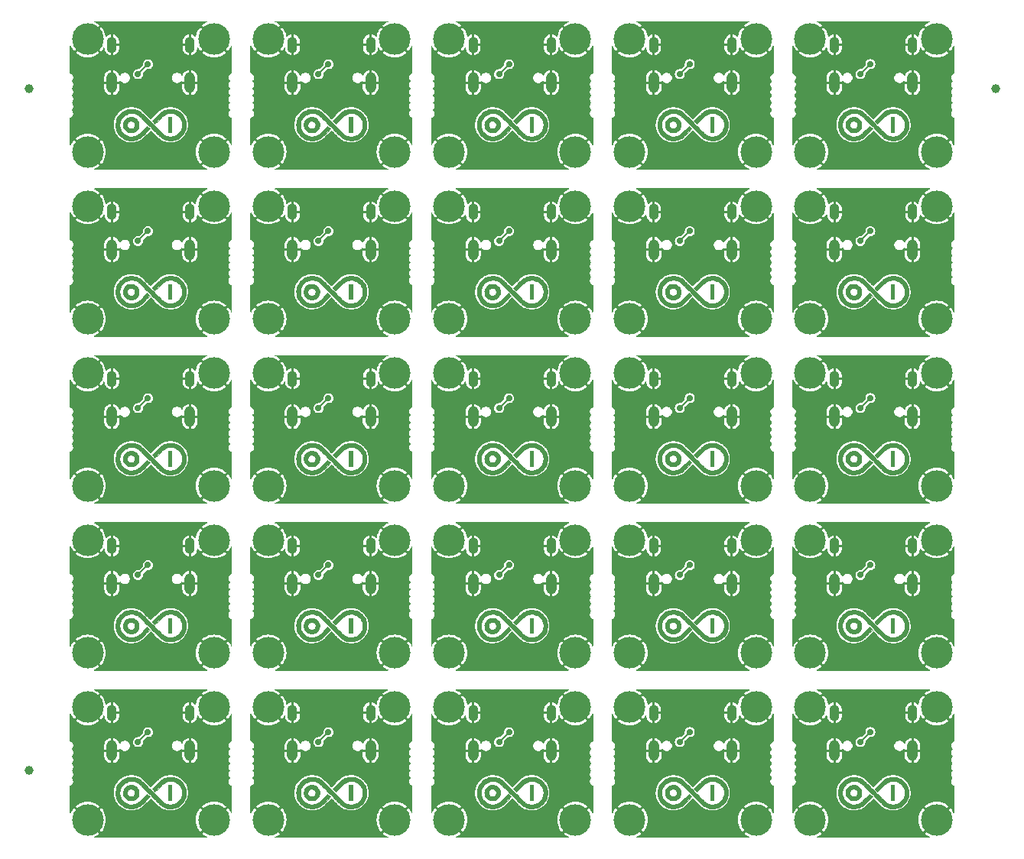
<source format=gbl>
%TF.GenerationSoftware,KiCad,Pcbnew,8.0.7*%
%TF.CreationDate,2025-01-05T21:54:17+08:00*%
%TF.ProjectId,u1-panelized,75312d70-616e-4656-9c69-7a65642e6b69,rev?*%
%TF.SameCoordinates,PX5836c38PY1312d00*%
%TF.FileFunction,Copper,L2,Bot*%
%TF.FilePolarity,Positive*%
%FSLAX46Y46*%
G04 Gerber Fmt 4.6, Leading zero omitted, Abs format (unit mm)*
G04 Created by KiCad (PCBNEW 8.0.7) date 2025-01-05 21:54:17*
%MOMM*%
%LPD*%
G01*
G04 APERTURE LIST*
%TA.AperFunction,EtchedComponent*%
%ADD10C,0.000000*%
%TD*%
%TA.AperFunction,EtchedComponent*%
%ADD11C,0.010000*%
%TD*%
%TA.AperFunction,ComponentPad*%
%ADD12C,3.500000*%
%TD*%
%TA.AperFunction,ComponentPad*%
%ADD13O,1.200000X2.300000*%
%TD*%
%TA.AperFunction,ComponentPad*%
%ADD14O,1.100000X1.800000*%
%TD*%
%TA.AperFunction,SMDPad,CuDef*%
%ADD15C,1.000000*%
%TD*%
%TA.AperFunction,ViaPad*%
%ADD16C,0.700000*%
%TD*%
%TA.AperFunction,Conductor*%
%ADD17C,0.200000*%
%TD*%
G04 APERTURE END LIST*
D10*
%TA.AperFunction,EtchedComponent*%
%TO.C,G\u002A\u002A\u002A*%
G36*
X78379364Y-49365909D02*
G01*
X77940637Y-49365909D01*
X77940637Y-47634091D01*
X78379364Y-47634091D01*
X78379364Y-49365909D01*
G37*
%TD.AperFunction*%
D11*
X74664530Y-48528514D02*
X74657134Y-48631464D01*
X74640122Y-48722674D01*
X74595247Y-48849244D01*
X74530125Y-48968410D01*
X74447502Y-49076043D01*
X74349594Y-49170021D01*
X74238617Y-49248220D01*
X74116786Y-49308520D01*
X73986319Y-49348797D01*
X73933358Y-49357450D01*
X73851644Y-49363563D01*
X73763949Y-49363898D01*
X73679517Y-49358489D01*
X73607598Y-49347372D01*
X73501585Y-49316282D01*
X73377562Y-49259282D01*
X73264501Y-49183843D01*
X73164432Y-49091888D01*
X73079386Y-48985340D01*
X73011392Y-48866124D01*
X72962481Y-48736161D01*
X72946791Y-48664540D01*
X72936086Y-48563464D01*
X72935779Y-48529249D01*
X73362245Y-48529249D01*
X73376507Y-48614502D01*
X73407993Y-48695890D01*
X73456714Y-48770545D01*
X73522677Y-48835598D01*
X73605892Y-48888181D01*
X73636286Y-48902646D01*
X73681964Y-48920448D01*
X73724853Y-48930007D01*
X73775563Y-48934202D01*
X73822001Y-48934541D01*
X73868692Y-48931923D01*
X73902793Y-48926842D01*
X73928124Y-48919427D01*
X74009721Y-48881583D01*
X74084994Y-48826388D01*
X74148699Y-48758236D01*
X74195590Y-48681522D01*
X74202997Y-48665096D01*
X74216505Y-48629939D01*
X74224312Y-48596127D01*
X74227906Y-48555525D01*
X74228773Y-48500000D01*
X74228656Y-48475261D01*
X74226866Y-48426741D01*
X74221750Y-48389860D01*
X74211820Y-48356483D01*
X74195590Y-48318478D01*
X74171826Y-48275347D01*
X74116528Y-48205090D01*
X74047852Y-48144113D01*
X73971917Y-48098439D01*
X73970193Y-48097640D01*
X73932827Y-48082187D01*
X73897821Y-48073009D01*
X73856710Y-48068565D01*
X73801032Y-48067314D01*
X73761757Y-48067531D01*
X73720666Y-48069928D01*
X73687332Y-48076578D01*
X73652839Y-48089488D01*
X73608269Y-48110663D01*
X73549012Y-48145402D01*
X73477278Y-48206954D01*
X73422726Y-48278983D01*
X73385364Y-48358621D01*
X73365201Y-48442999D01*
X73362245Y-48529249D01*
X72935779Y-48529249D01*
X72935132Y-48457180D01*
X72943931Y-48354400D01*
X72962481Y-48263838D01*
X72975802Y-48221351D01*
X73031739Y-48091660D01*
X73106448Y-47974813D01*
X73198823Y-47872105D01*
X73307755Y-47784833D01*
X73432137Y-47714291D01*
X73527958Y-47675134D01*
X73624673Y-47649320D01*
X73726344Y-47637122D01*
X73840729Y-47637073D01*
X73878549Y-47639317D01*
X74002554Y-47656078D01*
X74113873Y-47688006D01*
X74216720Y-47736988D01*
X74315307Y-47804909D01*
X74413849Y-47893655D01*
X74475586Y-47960355D01*
X74547305Y-48058066D01*
X74601148Y-48162022D01*
X74640122Y-48277326D01*
X74650473Y-48324395D01*
X74662309Y-48423073D01*
X74663930Y-48500000D01*
X74664530Y-48528514D01*
%TA.AperFunction,EtchedComponent*%
G36*
X74664530Y-48528514D02*
G01*
X74657134Y-48631464D01*
X74640122Y-48722674D01*
X74595247Y-48849244D01*
X74530125Y-48968410D01*
X74447502Y-49076043D01*
X74349594Y-49170021D01*
X74238617Y-49248220D01*
X74116786Y-49308520D01*
X73986319Y-49348797D01*
X73933358Y-49357450D01*
X73851644Y-49363563D01*
X73763949Y-49363898D01*
X73679517Y-49358489D01*
X73607598Y-49347372D01*
X73501585Y-49316282D01*
X73377562Y-49259282D01*
X73264501Y-49183843D01*
X73164432Y-49091888D01*
X73079386Y-48985340D01*
X73011392Y-48866124D01*
X72962481Y-48736161D01*
X72946791Y-48664540D01*
X72936086Y-48563464D01*
X72935779Y-48529249D01*
X73362245Y-48529249D01*
X73376507Y-48614502D01*
X73407993Y-48695890D01*
X73456714Y-48770545D01*
X73522677Y-48835598D01*
X73605892Y-48888181D01*
X73636286Y-48902646D01*
X73681964Y-48920448D01*
X73724853Y-48930007D01*
X73775563Y-48934202D01*
X73822001Y-48934541D01*
X73868692Y-48931923D01*
X73902793Y-48926842D01*
X73928124Y-48919427D01*
X74009721Y-48881583D01*
X74084994Y-48826388D01*
X74148699Y-48758236D01*
X74195590Y-48681522D01*
X74202997Y-48665096D01*
X74216505Y-48629939D01*
X74224312Y-48596127D01*
X74227906Y-48555525D01*
X74228773Y-48500000D01*
X74228656Y-48475261D01*
X74226866Y-48426741D01*
X74221750Y-48389860D01*
X74211820Y-48356483D01*
X74195590Y-48318478D01*
X74171826Y-48275347D01*
X74116528Y-48205090D01*
X74047852Y-48144113D01*
X73971917Y-48098439D01*
X73970193Y-48097640D01*
X73932827Y-48082187D01*
X73897821Y-48073009D01*
X73856710Y-48068565D01*
X73801032Y-48067314D01*
X73761757Y-48067531D01*
X73720666Y-48069928D01*
X73687332Y-48076578D01*
X73652839Y-48089488D01*
X73608269Y-48110663D01*
X73549012Y-48145402D01*
X73477278Y-48206954D01*
X73422726Y-48278983D01*
X73385364Y-48358621D01*
X73365201Y-48442999D01*
X73362245Y-48529249D01*
X72935779Y-48529249D01*
X72935132Y-48457180D01*
X72943931Y-48354400D01*
X72962481Y-48263838D01*
X72975802Y-48221351D01*
X73031739Y-48091660D01*
X73106448Y-47974813D01*
X73198823Y-47872105D01*
X73307755Y-47784833D01*
X73432137Y-47714291D01*
X73527958Y-47675134D01*
X73624673Y-47649320D01*
X73726344Y-47637122D01*
X73840729Y-47637073D01*
X73878549Y-47639317D01*
X74002554Y-47656078D01*
X74113873Y-47688006D01*
X74216720Y-47736988D01*
X74315307Y-47804909D01*
X74413849Y-47893655D01*
X74475586Y-47960355D01*
X74547305Y-48058066D01*
X74601148Y-48162022D01*
X74640122Y-48277326D01*
X74650473Y-48324395D01*
X74662309Y-48423073D01*
X74663930Y-48500000D01*
X74664530Y-48528514D01*
G37*
%TD.AperFunction*%
X78353165Y-46769923D02*
X78544506Y-46802168D01*
X78730691Y-46855760D01*
X78909989Y-46930065D01*
X79080669Y-47024449D01*
X79240999Y-47138279D01*
X79389248Y-47270919D01*
X79409600Y-47291603D01*
X79539089Y-47440284D01*
X79648102Y-47598578D01*
X79737895Y-47768517D01*
X79809722Y-47952135D01*
X79832075Y-48023277D01*
X79861874Y-48138440D01*
X79881529Y-48250692D01*
X79892358Y-48368416D01*
X79895676Y-48500000D01*
X79894599Y-48578193D01*
X79887103Y-48700747D01*
X79871335Y-48814286D01*
X79845980Y-48927197D01*
X79809722Y-49047864D01*
X79800463Y-49075154D01*
X79726133Y-49256683D01*
X79633657Y-49424824D01*
X79521780Y-49581612D01*
X79389248Y-49729080D01*
X79243996Y-49859453D01*
X79082384Y-49974760D01*
X78909832Y-50070300D01*
X78727752Y-50145393D01*
X78537558Y-50199364D01*
X78340664Y-50231534D01*
X78219330Y-50239647D01*
X78035224Y-50235373D01*
X77850940Y-50212268D01*
X77670802Y-50171167D01*
X77499138Y-50112906D01*
X77340273Y-50038320D01*
X77325062Y-50030011D01*
X77295947Y-50013963D01*
X77268522Y-49998357D01*
X77241882Y-49982358D01*
X77215127Y-49965128D01*
X77187354Y-49945829D01*
X77157661Y-49923625D01*
X77125144Y-49897679D01*
X77088903Y-49867154D01*
X77048034Y-49831212D01*
X77001635Y-49789017D01*
X76948805Y-49739732D01*
X76888640Y-49682519D01*
X76820238Y-49616542D01*
X76742697Y-49540962D01*
X76655116Y-49454945D01*
X76556590Y-49357651D01*
X76446219Y-49248245D01*
X76323099Y-49125890D01*
X76186329Y-48989747D01*
X76035006Y-48838981D01*
X75868228Y-48672753D01*
X75724173Y-48529288D01*
X75567525Y-48373574D01*
X75420318Y-48227567D01*
X75283172Y-48091873D01*
X75156708Y-47967101D01*
X75041546Y-47853857D01*
X74938307Y-47752750D01*
X74847611Y-47664386D01*
X74770079Y-47589374D01*
X74706332Y-47528320D01*
X74656989Y-47481833D01*
X74622672Y-47450520D01*
X74604000Y-47434988D01*
X74497982Y-47367330D01*
X74343622Y-47290759D01*
X74183398Y-47236396D01*
X74016471Y-47203973D01*
X73842000Y-47193225D01*
X73703134Y-47199637D01*
X73549593Y-47224253D01*
X73400994Y-47268565D01*
X73251872Y-47333875D01*
X73198164Y-47362361D01*
X73058431Y-47452246D01*
X72933768Y-47558140D01*
X72820955Y-47682648D01*
X72766950Y-47757786D01*
X72708409Y-47855599D01*
X72654412Y-47962055D01*
X72608727Y-48069669D01*
X72575124Y-48170954D01*
X72566856Y-48201712D01*
X72557632Y-48240317D01*
X72551186Y-48276586D01*
X72547027Y-48315604D01*
X72544664Y-48362455D01*
X72543606Y-48422226D01*
X72543362Y-48500000D01*
X72543467Y-48555980D01*
X72544222Y-48620752D01*
X72546131Y-48671040D01*
X72549685Y-48711928D01*
X72555374Y-48748502D01*
X72563690Y-48785846D01*
X72575124Y-48829045D01*
X72605126Y-48920774D01*
X72649871Y-49028123D01*
X72703270Y-49134993D01*
X72761555Y-49233898D01*
X72820955Y-49317351D01*
X72859622Y-49363359D01*
X72981694Y-49484777D01*
X73118630Y-49589286D01*
X73268486Y-49675526D01*
X73429312Y-49742139D01*
X73492193Y-49761417D01*
X73646443Y-49793017D01*
X73806904Y-49805822D01*
X73969286Y-49800122D01*
X74129297Y-49776208D01*
X74282647Y-49734369D01*
X74425046Y-49674894D01*
X74464507Y-49654420D01*
X74502337Y-49633099D01*
X74539480Y-49609847D01*
X74577620Y-49583207D01*
X74618442Y-49551724D01*
X74663631Y-49513940D01*
X74714871Y-49468400D01*
X74773847Y-49413647D01*
X74842243Y-49348224D01*
X74921744Y-49270676D01*
X75014035Y-49179545D01*
X75120799Y-49073375D01*
X75574097Y-48621615D01*
X75726935Y-48774676D01*
X75879773Y-48927738D01*
X75412182Y-49392723D01*
X75361962Y-49442627D01*
X75260352Y-49543245D01*
X75172425Y-49629590D01*
X75096437Y-49703161D01*
X75030641Y-49765462D01*
X74973292Y-49817993D01*
X74922644Y-49862257D01*
X74876952Y-49899755D01*
X74834470Y-49931989D01*
X74793452Y-49960461D01*
X74752153Y-49986673D01*
X74708827Y-50012125D01*
X74661728Y-50038320D01*
X74519876Y-50105751D01*
X74352547Y-50164458D01*
X74174504Y-50207385D01*
X73989934Y-50233318D01*
X73843600Y-50240340D01*
X73648836Y-50230076D01*
X73457495Y-50197831D01*
X73271310Y-50144239D01*
X73092012Y-50069934D01*
X72921332Y-49975550D01*
X72761002Y-49861720D01*
X72612753Y-49729080D01*
X72592401Y-49708396D01*
X72462912Y-49559715D01*
X72353899Y-49401421D01*
X72264106Y-49231482D01*
X72192279Y-49047864D01*
X72169926Y-48976722D01*
X72140127Y-48861559D01*
X72120472Y-48749308D01*
X72109643Y-48631583D01*
X72106325Y-48500000D01*
X72107402Y-48421807D01*
X72114898Y-48299253D01*
X72130666Y-48185713D01*
X72156021Y-48072802D01*
X72192279Y-47952135D01*
X72201538Y-47924845D01*
X72275868Y-47743317D01*
X72368344Y-47575175D01*
X72480221Y-47418387D01*
X72612753Y-47270919D01*
X72635318Y-47248659D01*
X72765497Y-47133561D01*
X72902806Y-47035450D01*
X73054338Y-46949157D01*
X73130364Y-46912272D01*
X73264094Y-46857578D01*
X73399586Y-46816273D01*
X73543504Y-46786479D01*
X73702509Y-46766316D01*
X73802174Y-46760371D01*
X73979801Y-46765459D01*
X74159604Y-46789160D01*
X74336550Y-46830447D01*
X74505602Y-46888295D01*
X74661728Y-46961679D01*
X74677171Y-46970115D01*
X74706292Y-46986166D01*
X74733721Y-47001772D01*
X74760362Y-47017772D01*
X74787116Y-47035000D01*
X74814887Y-47054296D01*
X74844576Y-47076496D01*
X74877085Y-47102437D01*
X74913318Y-47132956D01*
X74954177Y-47168890D01*
X75000564Y-47211077D01*
X75053382Y-47260354D01*
X75113532Y-47317558D01*
X75181918Y-47383525D01*
X75259442Y-47459094D01*
X75347006Y-47545100D01*
X75445513Y-47642382D01*
X75555865Y-47751777D01*
X75678965Y-47874121D01*
X75815714Y-48010252D01*
X75967016Y-48161007D01*
X76133773Y-48327223D01*
X76275660Y-48468540D01*
X76432765Y-48624722D01*
X76580357Y-48771123D01*
X76717821Y-48907144D01*
X76844544Y-49032183D01*
X76959913Y-49145639D01*
X77063312Y-49246911D01*
X77154130Y-49335399D01*
X77231751Y-49410501D01*
X77295563Y-49471616D01*
X77344951Y-49518144D01*
X77379301Y-49549484D01*
X77398000Y-49565034D01*
X77504101Y-49632719D01*
X77658471Y-49709276D01*
X77818673Y-49763623D01*
X77985564Y-49796031D01*
X78160000Y-49806774D01*
X78298867Y-49800363D01*
X78452408Y-49775746D01*
X78601007Y-49731434D01*
X78750129Y-49666125D01*
X78803837Y-49637638D01*
X78943570Y-49547753D01*
X79068233Y-49441859D01*
X79181046Y-49317351D01*
X79235051Y-49242213D01*
X79293592Y-49144400D01*
X79347589Y-49037944D01*
X79393274Y-48930330D01*
X79426877Y-48829045D01*
X79435145Y-48798287D01*
X79444369Y-48759682D01*
X79450815Y-48723413D01*
X79454974Y-48684395D01*
X79457337Y-48637544D01*
X79458395Y-48577774D01*
X79458639Y-48500000D01*
X79458534Y-48444019D01*
X79457779Y-48379247D01*
X79455870Y-48328959D01*
X79452316Y-48288071D01*
X79446627Y-48251497D01*
X79438311Y-48214154D01*
X79426877Y-48170954D01*
X79396875Y-48079225D01*
X79352130Y-47971876D01*
X79298731Y-47865006D01*
X79240446Y-47766101D01*
X79181046Y-47682648D01*
X79083336Y-47573521D01*
X78954621Y-47460567D01*
X78813669Y-47366402D01*
X78662105Y-47291806D01*
X78501555Y-47237558D01*
X78333645Y-47204438D01*
X78160001Y-47193225D01*
X78035934Y-47198584D01*
X77866793Y-47224636D01*
X77704625Y-47272560D01*
X77548628Y-47342609D01*
X77398000Y-47435039D01*
X77389682Y-47441369D01*
X77360400Y-47466401D01*
X77317487Y-47505297D01*
X77262758Y-47556329D01*
X77198029Y-47617765D01*
X77125116Y-47687878D01*
X77045834Y-47764935D01*
X76961999Y-47847207D01*
X76875427Y-47932965D01*
X76427899Y-48378381D01*
X76275064Y-48225321D01*
X76122228Y-48072261D01*
X76589819Y-47607277D01*
X76640039Y-47557372D01*
X76741649Y-47456754D01*
X76829576Y-47370410D01*
X76905564Y-47296838D01*
X76971360Y-47234537D01*
X77028709Y-47182006D01*
X77079357Y-47137742D01*
X77125049Y-47100244D01*
X77167531Y-47068010D01*
X77208549Y-47039538D01*
X77249848Y-47013327D01*
X77293174Y-46987874D01*
X77340273Y-46961679D01*
X77482125Y-46894248D01*
X77649454Y-46835541D01*
X77827497Y-46792614D01*
X78012067Y-46766681D01*
X78158401Y-46759659D01*
X78353165Y-46769923D01*
%TA.AperFunction,EtchedComponent*%
G36*
X78353165Y-46769923D02*
G01*
X78544506Y-46802168D01*
X78730691Y-46855760D01*
X78909989Y-46930065D01*
X79080669Y-47024449D01*
X79240999Y-47138279D01*
X79389248Y-47270919D01*
X79409600Y-47291603D01*
X79539089Y-47440284D01*
X79648102Y-47598578D01*
X79737895Y-47768517D01*
X79809722Y-47952135D01*
X79832075Y-48023277D01*
X79861874Y-48138440D01*
X79881529Y-48250692D01*
X79892358Y-48368416D01*
X79895676Y-48500000D01*
X79894599Y-48578193D01*
X79887103Y-48700747D01*
X79871335Y-48814286D01*
X79845980Y-48927197D01*
X79809722Y-49047864D01*
X79800463Y-49075154D01*
X79726133Y-49256683D01*
X79633657Y-49424824D01*
X79521780Y-49581612D01*
X79389248Y-49729080D01*
X79243996Y-49859453D01*
X79082384Y-49974760D01*
X78909832Y-50070300D01*
X78727752Y-50145393D01*
X78537558Y-50199364D01*
X78340664Y-50231534D01*
X78219330Y-50239647D01*
X78035224Y-50235373D01*
X77850940Y-50212268D01*
X77670802Y-50171167D01*
X77499138Y-50112906D01*
X77340273Y-50038320D01*
X77325062Y-50030011D01*
X77295947Y-50013963D01*
X77268522Y-49998357D01*
X77241882Y-49982358D01*
X77215127Y-49965128D01*
X77187354Y-49945829D01*
X77157661Y-49923625D01*
X77125144Y-49897679D01*
X77088903Y-49867154D01*
X77048034Y-49831212D01*
X77001635Y-49789017D01*
X76948805Y-49739732D01*
X76888640Y-49682519D01*
X76820238Y-49616542D01*
X76742697Y-49540962D01*
X76655116Y-49454945D01*
X76556590Y-49357651D01*
X76446219Y-49248245D01*
X76323099Y-49125890D01*
X76186329Y-48989747D01*
X76035006Y-48838981D01*
X75868228Y-48672753D01*
X75724173Y-48529288D01*
X75567525Y-48373574D01*
X75420318Y-48227567D01*
X75283172Y-48091873D01*
X75156708Y-47967101D01*
X75041546Y-47853857D01*
X74938307Y-47752750D01*
X74847611Y-47664386D01*
X74770079Y-47589374D01*
X74706332Y-47528320D01*
X74656989Y-47481833D01*
X74622672Y-47450520D01*
X74604000Y-47434988D01*
X74497982Y-47367330D01*
X74343622Y-47290759D01*
X74183398Y-47236396D01*
X74016471Y-47203973D01*
X73842000Y-47193225D01*
X73703134Y-47199637D01*
X73549593Y-47224253D01*
X73400994Y-47268565D01*
X73251872Y-47333875D01*
X73198164Y-47362361D01*
X73058431Y-47452246D01*
X72933768Y-47558140D01*
X72820955Y-47682648D01*
X72766950Y-47757786D01*
X72708409Y-47855599D01*
X72654412Y-47962055D01*
X72608727Y-48069669D01*
X72575124Y-48170954D01*
X72566856Y-48201712D01*
X72557632Y-48240317D01*
X72551186Y-48276586D01*
X72547027Y-48315604D01*
X72544664Y-48362455D01*
X72543606Y-48422226D01*
X72543362Y-48500000D01*
X72543467Y-48555980D01*
X72544222Y-48620752D01*
X72546131Y-48671040D01*
X72549685Y-48711928D01*
X72555374Y-48748502D01*
X72563690Y-48785846D01*
X72575124Y-48829045D01*
X72605126Y-48920774D01*
X72649871Y-49028123D01*
X72703270Y-49134993D01*
X72761555Y-49233898D01*
X72820955Y-49317351D01*
X72859622Y-49363359D01*
X72981694Y-49484777D01*
X73118630Y-49589286D01*
X73268486Y-49675526D01*
X73429312Y-49742139D01*
X73492193Y-49761417D01*
X73646443Y-49793017D01*
X73806904Y-49805822D01*
X73969286Y-49800122D01*
X74129297Y-49776208D01*
X74282647Y-49734369D01*
X74425046Y-49674894D01*
X74464507Y-49654420D01*
X74502337Y-49633099D01*
X74539480Y-49609847D01*
X74577620Y-49583207D01*
X74618442Y-49551724D01*
X74663631Y-49513940D01*
X74714871Y-49468400D01*
X74773847Y-49413647D01*
X74842243Y-49348224D01*
X74921744Y-49270676D01*
X75014035Y-49179545D01*
X75120799Y-49073375D01*
X75574097Y-48621615D01*
X75726935Y-48774676D01*
X75879773Y-48927738D01*
X75412182Y-49392723D01*
X75361962Y-49442627D01*
X75260352Y-49543245D01*
X75172425Y-49629590D01*
X75096437Y-49703161D01*
X75030641Y-49765462D01*
X74973292Y-49817993D01*
X74922644Y-49862257D01*
X74876952Y-49899755D01*
X74834470Y-49931989D01*
X74793452Y-49960461D01*
X74752153Y-49986673D01*
X74708827Y-50012125D01*
X74661728Y-50038320D01*
X74519876Y-50105751D01*
X74352547Y-50164458D01*
X74174504Y-50207385D01*
X73989934Y-50233318D01*
X73843600Y-50240340D01*
X73648836Y-50230076D01*
X73457495Y-50197831D01*
X73271310Y-50144239D01*
X73092012Y-50069934D01*
X72921332Y-49975550D01*
X72761002Y-49861720D01*
X72612753Y-49729080D01*
X72592401Y-49708396D01*
X72462912Y-49559715D01*
X72353899Y-49401421D01*
X72264106Y-49231482D01*
X72192279Y-49047864D01*
X72169926Y-48976722D01*
X72140127Y-48861559D01*
X72120472Y-48749308D01*
X72109643Y-48631583D01*
X72106325Y-48500000D01*
X72107402Y-48421807D01*
X72114898Y-48299253D01*
X72130666Y-48185713D01*
X72156021Y-48072802D01*
X72192279Y-47952135D01*
X72201538Y-47924845D01*
X72275868Y-47743317D01*
X72368344Y-47575175D01*
X72480221Y-47418387D01*
X72612753Y-47270919D01*
X72635318Y-47248659D01*
X72765497Y-47133561D01*
X72902806Y-47035450D01*
X73054338Y-46949157D01*
X73130364Y-46912272D01*
X73264094Y-46857578D01*
X73399586Y-46816273D01*
X73543504Y-46786479D01*
X73702509Y-46766316D01*
X73802174Y-46760371D01*
X73979801Y-46765459D01*
X74159604Y-46789160D01*
X74336550Y-46830447D01*
X74505602Y-46888295D01*
X74661728Y-46961679D01*
X74677171Y-46970115D01*
X74706292Y-46986166D01*
X74733721Y-47001772D01*
X74760362Y-47017772D01*
X74787116Y-47035000D01*
X74814887Y-47054296D01*
X74844576Y-47076496D01*
X74877085Y-47102437D01*
X74913318Y-47132956D01*
X74954177Y-47168890D01*
X75000564Y-47211077D01*
X75053382Y-47260354D01*
X75113532Y-47317558D01*
X75181918Y-47383525D01*
X75259442Y-47459094D01*
X75347006Y-47545100D01*
X75445513Y-47642382D01*
X75555865Y-47751777D01*
X75678965Y-47874121D01*
X75815714Y-48010252D01*
X75967016Y-48161007D01*
X76133773Y-48327223D01*
X76275660Y-48468540D01*
X76432765Y-48624722D01*
X76580357Y-48771123D01*
X76717821Y-48907144D01*
X76844544Y-49032183D01*
X76959913Y-49145639D01*
X77063312Y-49246911D01*
X77154130Y-49335399D01*
X77231751Y-49410501D01*
X77295563Y-49471616D01*
X77344951Y-49518144D01*
X77379301Y-49549484D01*
X77398000Y-49565034D01*
X77504101Y-49632719D01*
X77658471Y-49709276D01*
X77818673Y-49763623D01*
X77985564Y-49796031D01*
X78160000Y-49806774D01*
X78298867Y-49800363D01*
X78452408Y-49775746D01*
X78601007Y-49731434D01*
X78750129Y-49666125D01*
X78803837Y-49637638D01*
X78943570Y-49547753D01*
X79068233Y-49441859D01*
X79181046Y-49317351D01*
X79235051Y-49242213D01*
X79293592Y-49144400D01*
X79347589Y-49037944D01*
X79393274Y-48930330D01*
X79426877Y-48829045D01*
X79435145Y-48798287D01*
X79444369Y-48759682D01*
X79450815Y-48723413D01*
X79454974Y-48684395D01*
X79457337Y-48637544D01*
X79458395Y-48577774D01*
X79458639Y-48500000D01*
X79458534Y-48444019D01*
X79457779Y-48379247D01*
X79455870Y-48328959D01*
X79452316Y-48288071D01*
X79446627Y-48251497D01*
X79438311Y-48214154D01*
X79426877Y-48170954D01*
X79396875Y-48079225D01*
X79352130Y-47971876D01*
X79298731Y-47865006D01*
X79240446Y-47766101D01*
X79181046Y-47682648D01*
X79083336Y-47573521D01*
X78954621Y-47460567D01*
X78813669Y-47366402D01*
X78662105Y-47291806D01*
X78501555Y-47237558D01*
X78333645Y-47204438D01*
X78160001Y-47193225D01*
X78035934Y-47198584D01*
X77866793Y-47224636D01*
X77704625Y-47272560D01*
X77548628Y-47342609D01*
X77398000Y-47435039D01*
X77389682Y-47441369D01*
X77360400Y-47466401D01*
X77317487Y-47505297D01*
X77262758Y-47556329D01*
X77198029Y-47617765D01*
X77125116Y-47687878D01*
X77045834Y-47764935D01*
X76961999Y-47847207D01*
X76875427Y-47932965D01*
X76427899Y-48378381D01*
X76275064Y-48225321D01*
X76122228Y-48072261D01*
X76589819Y-47607277D01*
X76640039Y-47557372D01*
X76741649Y-47456754D01*
X76829576Y-47370410D01*
X76905564Y-47296838D01*
X76971360Y-47234537D01*
X77028709Y-47182006D01*
X77079357Y-47137742D01*
X77125049Y-47100244D01*
X77167531Y-47068010D01*
X77208549Y-47039538D01*
X77249848Y-47013327D01*
X77293174Y-46987874D01*
X77340273Y-46961679D01*
X77482125Y-46894248D01*
X77649454Y-46835541D01*
X77827497Y-46792614D01*
X78012067Y-46766681D01*
X78158401Y-46759659D01*
X78353165Y-46769923D01*
G37*
%TD.AperFunction*%
D10*
%TA.AperFunction,EtchedComponent*%
G36*
X18379364Y-86365909D02*
G01*
X17940637Y-86365909D01*
X17940637Y-84634091D01*
X18379364Y-84634091D01*
X18379364Y-86365909D01*
G37*
%TD.AperFunction*%
D11*
X14664530Y-85528514D02*
X14657134Y-85631464D01*
X14640122Y-85722674D01*
X14595247Y-85849244D01*
X14530125Y-85968410D01*
X14447502Y-86076043D01*
X14349594Y-86170021D01*
X14238617Y-86248220D01*
X14116786Y-86308520D01*
X13986319Y-86348797D01*
X13933358Y-86357450D01*
X13851644Y-86363563D01*
X13763949Y-86363898D01*
X13679517Y-86358489D01*
X13607598Y-86347372D01*
X13501585Y-86316282D01*
X13377562Y-86259282D01*
X13264501Y-86183843D01*
X13164432Y-86091888D01*
X13079386Y-85985340D01*
X13011392Y-85866124D01*
X12962481Y-85736161D01*
X12946791Y-85664540D01*
X12936086Y-85563464D01*
X12935779Y-85529249D01*
X13362245Y-85529249D01*
X13376507Y-85614502D01*
X13407993Y-85695890D01*
X13456714Y-85770545D01*
X13522677Y-85835598D01*
X13605892Y-85888181D01*
X13636286Y-85902646D01*
X13681964Y-85920448D01*
X13724853Y-85930007D01*
X13775563Y-85934202D01*
X13822001Y-85934541D01*
X13868692Y-85931923D01*
X13902793Y-85926842D01*
X13928124Y-85919427D01*
X14009721Y-85881583D01*
X14084994Y-85826388D01*
X14148699Y-85758236D01*
X14195590Y-85681522D01*
X14202997Y-85665096D01*
X14216505Y-85629939D01*
X14224312Y-85596127D01*
X14227906Y-85555525D01*
X14228773Y-85500000D01*
X14228656Y-85475261D01*
X14226866Y-85426741D01*
X14221750Y-85389860D01*
X14211820Y-85356483D01*
X14195590Y-85318478D01*
X14171826Y-85275347D01*
X14116528Y-85205090D01*
X14047852Y-85144113D01*
X13971917Y-85098439D01*
X13970193Y-85097640D01*
X13932827Y-85082187D01*
X13897821Y-85073009D01*
X13856710Y-85068565D01*
X13801032Y-85067314D01*
X13761757Y-85067531D01*
X13720666Y-85069928D01*
X13687332Y-85076578D01*
X13652839Y-85089488D01*
X13608269Y-85110663D01*
X13549012Y-85145402D01*
X13477278Y-85206954D01*
X13422726Y-85278983D01*
X13385364Y-85358621D01*
X13365201Y-85442999D01*
X13362245Y-85529249D01*
X12935779Y-85529249D01*
X12935132Y-85457180D01*
X12943931Y-85354400D01*
X12962481Y-85263838D01*
X12975802Y-85221351D01*
X13031739Y-85091660D01*
X13106448Y-84974813D01*
X13198823Y-84872105D01*
X13307755Y-84784833D01*
X13432137Y-84714291D01*
X13527958Y-84675134D01*
X13624673Y-84649320D01*
X13726344Y-84637122D01*
X13840729Y-84637073D01*
X13878549Y-84639317D01*
X14002554Y-84656078D01*
X14113873Y-84688006D01*
X14216720Y-84736988D01*
X14315307Y-84804909D01*
X14413849Y-84893655D01*
X14475586Y-84960355D01*
X14547305Y-85058066D01*
X14601148Y-85162022D01*
X14640122Y-85277326D01*
X14650473Y-85324395D01*
X14662309Y-85423073D01*
X14663930Y-85500000D01*
X14664530Y-85528514D01*
%TA.AperFunction,EtchedComponent*%
G36*
X14664530Y-85528514D02*
G01*
X14657134Y-85631464D01*
X14640122Y-85722674D01*
X14595247Y-85849244D01*
X14530125Y-85968410D01*
X14447502Y-86076043D01*
X14349594Y-86170021D01*
X14238617Y-86248220D01*
X14116786Y-86308520D01*
X13986319Y-86348797D01*
X13933358Y-86357450D01*
X13851644Y-86363563D01*
X13763949Y-86363898D01*
X13679517Y-86358489D01*
X13607598Y-86347372D01*
X13501585Y-86316282D01*
X13377562Y-86259282D01*
X13264501Y-86183843D01*
X13164432Y-86091888D01*
X13079386Y-85985340D01*
X13011392Y-85866124D01*
X12962481Y-85736161D01*
X12946791Y-85664540D01*
X12936086Y-85563464D01*
X12935779Y-85529249D01*
X13362245Y-85529249D01*
X13376507Y-85614502D01*
X13407993Y-85695890D01*
X13456714Y-85770545D01*
X13522677Y-85835598D01*
X13605892Y-85888181D01*
X13636286Y-85902646D01*
X13681964Y-85920448D01*
X13724853Y-85930007D01*
X13775563Y-85934202D01*
X13822001Y-85934541D01*
X13868692Y-85931923D01*
X13902793Y-85926842D01*
X13928124Y-85919427D01*
X14009721Y-85881583D01*
X14084994Y-85826388D01*
X14148699Y-85758236D01*
X14195590Y-85681522D01*
X14202997Y-85665096D01*
X14216505Y-85629939D01*
X14224312Y-85596127D01*
X14227906Y-85555525D01*
X14228773Y-85500000D01*
X14228656Y-85475261D01*
X14226866Y-85426741D01*
X14221750Y-85389860D01*
X14211820Y-85356483D01*
X14195590Y-85318478D01*
X14171826Y-85275347D01*
X14116528Y-85205090D01*
X14047852Y-85144113D01*
X13971917Y-85098439D01*
X13970193Y-85097640D01*
X13932827Y-85082187D01*
X13897821Y-85073009D01*
X13856710Y-85068565D01*
X13801032Y-85067314D01*
X13761757Y-85067531D01*
X13720666Y-85069928D01*
X13687332Y-85076578D01*
X13652839Y-85089488D01*
X13608269Y-85110663D01*
X13549012Y-85145402D01*
X13477278Y-85206954D01*
X13422726Y-85278983D01*
X13385364Y-85358621D01*
X13365201Y-85442999D01*
X13362245Y-85529249D01*
X12935779Y-85529249D01*
X12935132Y-85457180D01*
X12943931Y-85354400D01*
X12962481Y-85263838D01*
X12975802Y-85221351D01*
X13031739Y-85091660D01*
X13106448Y-84974813D01*
X13198823Y-84872105D01*
X13307755Y-84784833D01*
X13432137Y-84714291D01*
X13527958Y-84675134D01*
X13624673Y-84649320D01*
X13726344Y-84637122D01*
X13840729Y-84637073D01*
X13878549Y-84639317D01*
X14002554Y-84656078D01*
X14113873Y-84688006D01*
X14216720Y-84736988D01*
X14315307Y-84804909D01*
X14413849Y-84893655D01*
X14475586Y-84960355D01*
X14547305Y-85058066D01*
X14601148Y-85162022D01*
X14640122Y-85277326D01*
X14650473Y-85324395D01*
X14662309Y-85423073D01*
X14663930Y-85500000D01*
X14664530Y-85528514D01*
G37*
%TD.AperFunction*%
X18353165Y-83769923D02*
X18544506Y-83802168D01*
X18730691Y-83855760D01*
X18909989Y-83930065D01*
X19080669Y-84024449D01*
X19240999Y-84138279D01*
X19389248Y-84270919D01*
X19409600Y-84291603D01*
X19539089Y-84440284D01*
X19648102Y-84598578D01*
X19737895Y-84768517D01*
X19809722Y-84952135D01*
X19832075Y-85023277D01*
X19861874Y-85138440D01*
X19881529Y-85250692D01*
X19892358Y-85368416D01*
X19895676Y-85500000D01*
X19894599Y-85578193D01*
X19887103Y-85700747D01*
X19871335Y-85814286D01*
X19845980Y-85927197D01*
X19809722Y-86047864D01*
X19800463Y-86075154D01*
X19726133Y-86256683D01*
X19633657Y-86424824D01*
X19521780Y-86581612D01*
X19389248Y-86729080D01*
X19243996Y-86859453D01*
X19082384Y-86974760D01*
X18909832Y-87070300D01*
X18727752Y-87145393D01*
X18537558Y-87199364D01*
X18340664Y-87231534D01*
X18219330Y-87239647D01*
X18035224Y-87235373D01*
X17850940Y-87212268D01*
X17670802Y-87171167D01*
X17499138Y-87112906D01*
X17340273Y-87038320D01*
X17325062Y-87030011D01*
X17295947Y-87013963D01*
X17268522Y-86998357D01*
X17241882Y-86982358D01*
X17215127Y-86965128D01*
X17187354Y-86945829D01*
X17157661Y-86923625D01*
X17125144Y-86897679D01*
X17088903Y-86867154D01*
X17048034Y-86831212D01*
X17001635Y-86789017D01*
X16948805Y-86739732D01*
X16888640Y-86682519D01*
X16820238Y-86616542D01*
X16742697Y-86540962D01*
X16655116Y-86454945D01*
X16556590Y-86357651D01*
X16446219Y-86248245D01*
X16323099Y-86125890D01*
X16186329Y-85989747D01*
X16035006Y-85838981D01*
X15868228Y-85672753D01*
X15724173Y-85529288D01*
X15567525Y-85373574D01*
X15420318Y-85227567D01*
X15283172Y-85091873D01*
X15156708Y-84967101D01*
X15041546Y-84853857D01*
X14938307Y-84752750D01*
X14847611Y-84664386D01*
X14770079Y-84589374D01*
X14706332Y-84528320D01*
X14656989Y-84481833D01*
X14622672Y-84450520D01*
X14604000Y-84434988D01*
X14497982Y-84367330D01*
X14343622Y-84290759D01*
X14183398Y-84236396D01*
X14016471Y-84203973D01*
X13842000Y-84193225D01*
X13703134Y-84199637D01*
X13549593Y-84224253D01*
X13400994Y-84268565D01*
X13251872Y-84333875D01*
X13198164Y-84362361D01*
X13058431Y-84452246D01*
X12933768Y-84558140D01*
X12820955Y-84682648D01*
X12766950Y-84757786D01*
X12708409Y-84855599D01*
X12654412Y-84962055D01*
X12608727Y-85069669D01*
X12575124Y-85170954D01*
X12566856Y-85201712D01*
X12557632Y-85240317D01*
X12551186Y-85276586D01*
X12547027Y-85315604D01*
X12544664Y-85362455D01*
X12543606Y-85422226D01*
X12543362Y-85500000D01*
X12543467Y-85555980D01*
X12544222Y-85620752D01*
X12546131Y-85671040D01*
X12549685Y-85711928D01*
X12555374Y-85748502D01*
X12563690Y-85785846D01*
X12575124Y-85829045D01*
X12605126Y-85920774D01*
X12649871Y-86028123D01*
X12703270Y-86134993D01*
X12761555Y-86233898D01*
X12820955Y-86317351D01*
X12859622Y-86363359D01*
X12981694Y-86484777D01*
X13118630Y-86589286D01*
X13268486Y-86675526D01*
X13429312Y-86742139D01*
X13492193Y-86761417D01*
X13646443Y-86793017D01*
X13806904Y-86805822D01*
X13969286Y-86800122D01*
X14129297Y-86776208D01*
X14282647Y-86734369D01*
X14425046Y-86674894D01*
X14464507Y-86654420D01*
X14502337Y-86633099D01*
X14539480Y-86609847D01*
X14577620Y-86583207D01*
X14618442Y-86551724D01*
X14663631Y-86513940D01*
X14714871Y-86468400D01*
X14773847Y-86413647D01*
X14842243Y-86348224D01*
X14921744Y-86270676D01*
X15014035Y-86179545D01*
X15120799Y-86073375D01*
X15574097Y-85621615D01*
X15726935Y-85774676D01*
X15879773Y-85927738D01*
X15412182Y-86392723D01*
X15361962Y-86442627D01*
X15260352Y-86543245D01*
X15172425Y-86629590D01*
X15096437Y-86703161D01*
X15030641Y-86765462D01*
X14973292Y-86817993D01*
X14922644Y-86862257D01*
X14876952Y-86899755D01*
X14834470Y-86931989D01*
X14793452Y-86960461D01*
X14752153Y-86986673D01*
X14708827Y-87012125D01*
X14661728Y-87038320D01*
X14519876Y-87105751D01*
X14352547Y-87164458D01*
X14174504Y-87207385D01*
X13989934Y-87233318D01*
X13843600Y-87240340D01*
X13648836Y-87230076D01*
X13457495Y-87197831D01*
X13271310Y-87144239D01*
X13092012Y-87069934D01*
X12921332Y-86975550D01*
X12761002Y-86861720D01*
X12612753Y-86729080D01*
X12592401Y-86708396D01*
X12462912Y-86559715D01*
X12353899Y-86401421D01*
X12264106Y-86231482D01*
X12192279Y-86047864D01*
X12169926Y-85976722D01*
X12140127Y-85861559D01*
X12120472Y-85749308D01*
X12109643Y-85631583D01*
X12106325Y-85500000D01*
X12107402Y-85421807D01*
X12114898Y-85299253D01*
X12130666Y-85185713D01*
X12156021Y-85072802D01*
X12192279Y-84952135D01*
X12201538Y-84924845D01*
X12275868Y-84743317D01*
X12368344Y-84575175D01*
X12480221Y-84418387D01*
X12612753Y-84270919D01*
X12635318Y-84248659D01*
X12765497Y-84133561D01*
X12902806Y-84035450D01*
X13054338Y-83949157D01*
X13130364Y-83912272D01*
X13264094Y-83857578D01*
X13399586Y-83816273D01*
X13543504Y-83786479D01*
X13702509Y-83766316D01*
X13802174Y-83760371D01*
X13979801Y-83765459D01*
X14159604Y-83789160D01*
X14336550Y-83830447D01*
X14505602Y-83888295D01*
X14661728Y-83961679D01*
X14677171Y-83970115D01*
X14706292Y-83986166D01*
X14733721Y-84001772D01*
X14760362Y-84017772D01*
X14787116Y-84035000D01*
X14814887Y-84054296D01*
X14844576Y-84076496D01*
X14877085Y-84102437D01*
X14913318Y-84132956D01*
X14954177Y-84168890D01*
X15000564Y-84211077D01*
X15053382Y-84260354D01*
X15113532Y-84317558D01*
X15181918Y-84383525D01*
X15259442Y-84459094D01*
X15347006Y-84545100D01*
X15445513Y-84642382D01*
X15555865Y-84751777D01*
X15678965Y-84874121D01*
X15815714Y-85010252D01*
X15967016Y-85161007D01*
X16133773Y-85327223D01*
X16275660Y-85468540D01*
X16432765Y-85624722D01*
X16580357Y-85771123D01*
X16717821Y-85907144D01*
X16844544Y-86032183D01*
X16959913Y-86145639D01*
X17063312Y-86246911D01*
X17154130Y-86335399D01*
X17231751Y-86410501D01*
X17295563Y-86471616D01*
X17344951Y-86518144D01*
X17379301Y-86549484D01*
X17398000Y-86565034D01*
X17504101Y-86632719D01*
X17658471Y-86709276D01*
X17818673Y-86763623D01*
X17985564Y-86796031D01*
X18160000Y-86806774D01*
X18298867Y-86800363D01*
X18452408Y-86775746D01*
X18601007Y-86731434D01*
X18750129Y-86666125D01*
X18803837Y-86637638D01*
X18943570Y-86547753D01*
X19068233Y-86441859D01*
X19181046Y-86317351D01*
X19235051Y-86242213D01*
X19293592Y-86144400D01*
X19347589Y-86037944D01*
X19393274Y-85930330D01*
X19426877Y-85829045D01*
X19435145Y-85798287D01*
X19444369Y-85759682D01*
X19450815Y-85723413D01*
X19454974Y-85684395D01*
X19457337Y-85637544D01*
X19458395Y-85577774D01*
X19458639Y-85500000D01*
X19458534Y-85444019D01*
X19457779Y-85379247D01*
X19455870Y-85328959D01*
X19452316Y-85288071D01*
X19446627Y-85251497D01*
X19438311Y-85214154D01*
X19426877Y-85170954D01*
X19396875Y-85079225D01*
X19352130Y-84971876D01*
X19298731Y-84865006D01*
X19240446Y-84766101D01*
X19181046Y-84682648D01*
X19083336Y-84573521D01*
X18954621Y-84460567D01*
X18813669Y-84366402D01*
X18662105Y-84291806D01*
X18501555Y-84237558D01*
X18333645Y-84204438D01*
X18160001Y-84193225D01*
X18035934Y-84198584D01*
X17866793Y-84224636D01*
X17704625Y-84272560D01*
X17548628Y-84342609D01*
X17398000Y-84435039D01*
X17389682Y-84441369D01*
X17360400Y-84466401D01*
X17317487Y-84505297D01*
X17262758Y-84556329D01*
X17198029Y-84617765D01*
X17125116Y-84687878D01*
X17045834Y-84764935D01*
X16961999Y-84847207D01*
X16875427Y-84932965D01*
X16427899Y-85378381D01*
X16275064Y-85225321D01*
X16122228Y-85072261D01*
X16589819Y-84607277D01*
X16640039Y-84557372D01*
X16741649Y-84456754D01*
X16829576Y-84370410D01*
X16905564Y-84296838D01*
X16971360Y-84234537D01*
X17028709Y-84182006D01*
X17079357Y-84137742D01*
X17125049Y-84100244D01*
X17167531Y-84068010D01*
X17208549Y-84039538D01*
X17249848Y-84013327D01*
X17293174Y-83987874D01*
X17340273Y-83961679D01*
X17482125Y-83894248D01*
X17649454Y-83835541D01*
X17827497Y-83792614D01*
X18012067Y-83766681D01*
X18158401Y-83759659D01*
X18353165Y-83769923D01*
%TA.AperFunction,EtchedComponent*%
G36*
X18353165Y-83769923D02*
G01*
X18544506Y-83802168D01*
X18730691Y-83855760D01*
X18909989Y-83930065D01*
X19080669Y-84024449D01*
X19240999Y-84138279D01*
X19389248Y-84270919D01*
X19409600Y-84291603D01*
X19539089Y-84440284D01*
X19648102Y-84598578D01*
X19737895Y-84768517D01*
X19809722Y-84952135D01*
X19832075Y-85023277D01*
X19861874Y-85138440D01*
X19881529Y-85250692D01*
X19892358Y-85368416D01*
X19895676Y-85500000D01*
X19894599Y-85578193D01*
X19887103Y-85700747D01*
X19871335Y-85814286D01*
X19845980Y-85927197D01*
X19809722Y-86047864D01*
X19800463Y-86075154D01*
X19726133Y-86256683D01*
X19633657Y-86424824D01*
X19521780Y-86581612D01*
X19389248Y-86729080D01*
X19243996Y-86859453D01*
X19082384Y-86974760D01*
X18909832Y-87070300D01*
X18727752Y-87145393D01*
X18537558Y-87199364D01*
X18340664Y-87231534D01*
X18219330Y-87239647D01*
X18035224Y-87235373D01*
X17850940Y-87212268D01*
X17670802Y-87171167D01*
X17499138Y-87112906D01*
X17340273Y-87038320D01*
X17325062Y-87030011D01*
X17295947Y-87013963D01*
X17268522Y-86998357D01*
X17241882Y-86982358D01*
X17215127Y-86965128D01*
X17187354Y-86945829D01*
X17157661Y-86923625D01*
X17125144Y-86897679D01*
X17088903Y-86867154D01*
X17048034Y-86831212D01*
X17001635Y-86789017D01*
X16948805Y-86739732D01*
X16888640Y-86682519D01*
X16820238Y-86616542D01*
X16742697Y-86540962D01*
X16655116Y-86454945D01*
X16556590Y-86357651D01*
X16446219Y-86248245D01*
X16323099Y-86125890D01*
X16186329Y-85989747D01*
X16035006Y-85838981D01*
X15868228Y-85672753D01*
X15724173Y-85529288D01*
X15567525Y-85373574D01*
X15420318Y-85227567D01*
X15283172Y-85091873D01*
X15156708Y-84967101D01*
X15041546Y-84853857D01*
X14938307Y-84752750D01*
X14847611Y-84664386D01*
X14770079Y-84589374D01*
X14706332Y-84528320D01*
X14656989Y-84481833D01*
X14622672Y-84450520D01*
X14604000Y-84434988D01*
X14497982Y-84367330D01*
X14343622Y-84290759D01*
X14183398Y-84236396D01*
X14016471Y-84203973D01*
X13842000Y-84193225D01*
X13703134Y-84199637D01*
X13549593Y-84224253D01*
X13400994Y-84268565D01*
X13251872Y-84333875D01*
X13198164Y-84362361D01*
X13058431Y-84452246D01*
X12933768Y-84558140D01*
X12820955Y-84682648D01*
X12766950Y-84757786D01*
X12708409Y-84855599D01*
X12654412Y-84962055D01*
X12608727Y-85069669D01*
X12575124Y-85170954D01*
X12566856Y-85201712D01*
X12557632Y-85240317D01*
X12551186Y-85276586D01*
X12547027Y-85315604D01*
X12544664Y-85362455D01*
X12543606Y-85422226D01*
X12543362Y-85500000D01*
X12543467Y-85555980D01*
X12544222Y-85620752D01*
X12546131Y-85671040D01*
X12549685Y-85711928D01*
X12555374Y-85748502D01*
X12563690Y-85785846D01*
X12575124Y-85829045D01*
X12605126Y-85920774D01*
X12649871Y-86028123D01*
X12703270Y-86134993D01*
X12761555Y-86233898D01*
X12820955Y-86317351D01*
X12859622Y-86363359D01*
X12981694Y-86484777D01*
X13118630Y-86589286D01*
X13268486Y-86675526D01*
X13429312Y-86742139D01*
X13492193Y-86761417D01*
X13646443Y-86793017D01*
X13806904Y-86805822D01*
X13969286Y-86800122D01*
X14129297Y-86776208D01*
X14282647Y-86734369D01*
X14425046Y-86674894D01*
X14464507Y-86654420D01*
X14502337Y-86633099D01*
X14539480Y-86609847D01*
X14577620Y-86583207D01*
X14618442Y-86551724D01*
X14663631Y-86513940D01*
X14714871Y-86468400D01*
X14773847Y-86413647D01*
X14842243Y-86348224D01*
X14921744Y-86270676D01*
X15014035Y-86179545D01*
X15120799Y-86073375D01*
X15574097Y-85621615D01*
X15726935Y-85774676D01*
X15879773Y-85927738D01*
X15412182Y-86392723D01*
X15361962Y-86442627D01*
X15260352Y-86543245D01*
X15172425Y-86629590D01*
X15096437Y-86703161D01*
X15030641Y-86765462D01*
X14973292Y-86817993D01*
X14922644Y-86862257D01*
X14876952Y-86899755D01*
X14834470Y-86931989D01*
X14793452Y-86960461D01*
X14752153Y-86986673D01*
X14708827Y-87012125D01*
X14661728Y-87038320D01*
X14519876Y-87105751D01*
X14352547Y-87164458D01*
X14174504Y-87207385D01*
X13989934Y-87233318D01*
X13843600Y-87240340D01*
X13648836Y-87230076D01*
X13457495Y-87197831D01*
X13271310Y-87144239D01*
X13092012Y-87069934D01*
X12921332Y-86975550D01*
X12761002Y-86861720D01*
X12612753Y-86729080D01*
X12592401Y-86708396D01*
X12462912Y-86559715D01*
X12353899Y-86401421D01*
X12264106Y-86231482D01*
X12192279Y-86047864D01*
X12169926Y-85976722D01*
X12140127Y-85861559D01*
X12120472Y-85749308D01*
X12109643Y-85631583D01*
X12106325Y-85500000D01*
X12107402Y-85421807D01*
X12114898Y-85299253D01*
X12130666Y-85185713D01*
X12156021Y-85072802D01*
X12192279Y-84952135D01*
X12201538Y-84924845D01*
X12275868Y-84743317D01*
X12368344Y-84575175D01*
X12480221Y-84418387D01*
X12612753Y-84270919D01*
X12635318Y-84248659D01*
X12765497Y-84133561D01*
X12902806Y-84035450D01*
X13054338Y-83949157D01*
X13130364Y-83912272D01*
X13264094Y-83857578D01*
X13399586Y-83816273D01*
X13543504Y-83786479D01*
X13702509Y-83766316D01*
X13802174Y-83760371D01*
X13979801Y-83765459D01*
X14159604Y-83789160D01*
X14336550Y-83830447D01*
X14505602Y-83888295D01*
X14661728Y-83961679D01*
X14677171Y-83970115D01*
X14706292Y-83986166D01*
X14733721Y-84001772D01*
X14760362Y-84017772D01*
X14787116Y-84035000D01*
X14814887Y-84054296D01*
X14844576Y-84076496D01*
X14877085Y-84102437D01*
X14913318Y-84132956D01*
X14954177Y-84168890D01*
X15000564Y-84211077D01*
X15053382Y-84260354D01*
X15113532Y-84317558D01*
X15181918Y-84383525D01*
X15259442Y-84459094D01*
X15347006Y-84545100D01*
X15445513Y-84642382D01*
X15555865Y-84751777D01*
X15678965Y-84874121D01*
X15815714Y-85010252D01*
X15967016Y-85161007D01*
X16133773Y-85327223D01*
X16275660Y-85468540D01*
X16432765Y-85624722D01*
X16580357Y-85771123D01*
X16717821Y-85907144D01*
X16844544Y-86032183D01*
X16959913Y-86145639D01*
X17063312Y-86246911D01*
X17154130Y-86335399D01*
X17231751Y-86410501D01*
X17295563Y-86471616D01*
X17344951Y-86518144D01*
X17379301Y-86549484D01*
X17398000Y-86565034D01*
X17504101Y-86632719D01*
X17658471Y-86709276D01*
X17818673Y-86763623D01*
X17985564Y-86796031D01*
X18160000Y-86806774D01*
X18298867Y-86800363D01*
X18452408Y-86775746D01*
X18601007Y-86731434D01*
X18750129Y-86666125D01*
X18803837Y-86637638D01*
X18943570Y-86547753D01*
X19068233Y-86441859D01*
X19181046Y-86317351D01*
X19235051Y-86242213D01*
X19293592Y-86144400D01*
X19347589Y-86037944D01*
X19393274Y-85930330D01*
X19426877Y-85829045D01*
X19435145Y-85798287D01*
X19444369Y-85759682D01*
X19450815Y-85723413D01*
X19454974Y-85684395D01*
X19457337Y-85637544D01*
X19458395Y-85577774D01*
X19458639Y-85500000D01*
X19458534Y-85444019D01*
X19457779Y-85379247D01*
X19455870Y-85328959D01*
X19452316Y-85288071D01*
X19446627Y-85251497D01*
X19438311Y-85214154D01*
X19426877Y-85170954D01*
X19396875Y-85079225D01*
X19352130Y-84971876D01*
X19298731Y-84865006D01*
X19240446Y-84766101D01*
X19181046Y-84682648D01*
X19083336Y-84573521D01*
X18954621Y-84460567D01*
X18813669Y-84366402D01*
X18662105Y-84291806D01*
X18501555Y-84237558D01*
X18333645Y-84204438D01*
X18160001Y-84193225D01*
X18035934Y-84198584D01*
X17866793Y-84224636D01*
X17704625Y-84272560D01*
X17548628Y-84342609D01*
X17398000Y-84435039D01*
X17389682Y-84441369D01*
X17360400Y-84466401D01*
X17317487Y-84505297D01*
X17262758Y-84556329D01*
X17198029Y-84617765D01*
X17125116Y-84687878D01*
X17045834Y-84764935D01*
X16961999Y-84847207D01*
X16875427Y-84932965D01*
X16427899Y-85378381D01*
X16275064Y-85225321D01*
X16122228Y-85072261D01*
X16589819Y-84607277D01*
X16640039Y-84557372D01*
X16741649Y-84456754D01*
X16829576Y-84370410D01*
X16905564Y-84296838D01*
X16971360Y-84234537D01*
X17028709Y-84182006D01*
X17079357Y-84137742D01*
X17125049Y-84100244D01*
X17167531Y-84068010D01*
X17208549Y-84039538D01*
X17249848Y-84013327D01*
X17293174Y-83987874D01*
X17340273Y-83961679D01*
X17482125Y-83894248D01*
X17649454Y-83835541D01*
X17827497Y-83792614D01*
X18012067Y-83766681D01*
X18158401Y-83759659D01*
X18353165Y-83769923D01*
G37*
%TD.AperFunction*%
D10*
%TA.AperFunction,EtchedComponent*%
G36*
X98379364Y-67865909D02*
G01*
X97940637Y-67865909D01*
X97940637Y-66134091D01*
X98379364Y-66134091D01*
X98379364Y-67865909D01*
G37*
%TD.AperFunction*%
D11*
X94664530Y-67028514D02*
X94657134Y-67131464D01*
X94640122Y-67222674D01*
X94595247Y-67349244D01*
X94530125Y-67468410D01*
X94447502Y-67576043D01*
X94349594Y-67670021D01*
X94238617Y-67748220D01*
X94116786Y-67808520D01*
X93986319Y-67848797D01*
X93933358Y-67857450D01*
X93851644Y-67863563D01*
X93763949Y-67863898D01*
X93679517Y-67858489D01*
X93607598Y-67847372D01*
X93501585Y-67816282D01*
X93377562Y-67759282D01*
X93264501Y-67683843D01*
X93164432Y-67591888D01*
X93079386Y-67485340D01*
X93011392Y-67366124D01*
X92962481Y-67236161D01*
X92946791Y-67164540D01*
X92936086Y-67063464D01*
X92935779Y-67029249D01*
X93362245Y-67029249D01*
X93376507Y-67114502D01*
X93407993Y-67195890D01*
X93456714Y-67270545D01*
X93522677Y-67335598D01*
X93605892Y-67388181D01*
X93636286Y-67402646D01*
X93681964Y-67420448D01*
X93724853Y-67430007D01*
X93775563Y-67434202D01*
X93822001Y-67434541D01*
X93868692Y-67431923D01*
X93902793Y-67426842D01*
X93928124Y-67419427D01*
X94009721Y-67381583D01*
X94084994Y-67326388D01*
X94148699Y-67258236D01*
X94195590Y-67181522D01*
X94202997Y-67165096D01*
X94216505Y-67129939D01*
X94224312Y-67096127D01*
X94227906Y-67055525D01*
X94228773Y-67000000D01*
X94228656Y-66975261D01*
X94226866Y-66926741D01*
X94221750Y-66889860D01*
X94211820Y-66856483D01*
X94195590Y-66818478D01*
X94171826Y-66775347D01*
X94116528Y-66705090D01*
X94047852Y-66644113D01*
X93971917Y-66598439D01*
X93970193Y-66597640D01*
X93932827Y-66582187D01*
X93897821Y-66573009D01*
X93856710Y-66568565D01*
X93801032Y-66567314D01*
X93761757Y-66567531D01*
X93720666Y-66569928D01*
X93687332Y-66576578D01*
X93652839Y-66589488D01*
X93608269Y-66610663D01*
X93549012Y-66645402D01*
X93477278Y-66706954D01*
X93422726Y-66778983D01*
X93385364Y-66858621D01*
X93365201Y-66942999D01*
X93362245Y-67029249D01*
X92935779Y-67029249D01*
X92935132Y-66957180D01*
X92943931Y-66854400D01*
X92962481Y-66763838D01*
X92975802Y-66721351D01*
X93031739Y-66591660D01*
X93106448Y-66474813D01*
X93198823Y-66372105D01*
X93307755Y-66284833D01*
X93432137Y-66214291D01*
X93527958Y-66175134D01*
X93624673Y-66149320D01*
X93726344Y-66137122D01*
X93840729Y-66137073D01*
X93878549Y-66139317D01*
X94002554Y-66156078D01*
X94113873Y-66188006D01*
X94216720Y-66236988D01*
X94315307Y-66304909D01*
X94413849Y-66393655D01*
X94475586Y-66460355D01*
X94547305Y-66558066D01*
X94601148Y-66662022D01*
X94640122Y-66777326D01*
X94650473Y-66824395D01*
X94662309Y-66923073D01*
X94663930Y-67000000D01*
X94664530Y-67028514D01*
%TA.AperFunction,EtchedComponent*%
G36*
X94664530Y-67028514D02*
G01*
X94657134Y-67131464D01*
X94640122Y-67222674D01*
X94595247Y-67349244D01*
X94530125Y-67468410D01*
X94447502Y-67576043D01*
X94349594Y-67670021D01*
X94238617Y-67748220D01*
X94116786Y-67808520D01*
X93986319Y-67848797D01*
X93933358Y-67857450D01*
X93851644Y-67863563D01*
X93763949Y-67863898D01*
X93679517Y-67858489D01*
X93607598Y-67847372D01*
X93501585Y-67816282D01*
X93377562Y-67759282D01*
X93264501Y-67683843D01*
X93164432Y-67591888D01*
X93079386Y-67485340D01*
X93011392Y-67366124D01*
X92962481Y-67236161D01*
X92946791Y-67164540D01*
X92936086Y-67063464D01*
X92935779Y-67029249D01*
X93362245Y-67029249D01*
X93376507Y-67114502D01*
X93407993Y-67195890D01*
X93456714Y-67270545D01*
X93522677Y-67335598D01*
X93605892Y-67388181D01*
X93636286Y-67402646D01*
X93681964Y-67420448D01*
X93724853Y-67430007D01*
X93775563Y-67434202D01*
X93822001Y-67434541D01*
X93868692Y-67431923D01*
X93902793Y-67426842D01*
X93928124Y-67419427D01*
X94009721Y-67381583D01*
X94084994Y-67326388D01*
X94148699Y-67258236D01*
X94195590Y-67181522D01*
X94202997Y-67165096D01*
X94216505Y-67129939D01*
X94224312Y-67096127D01*
X94227906Y-67055525D01*
X94228773Y-67000000D01*
X94228656Y-66975261D01*
X94226866Y-66926741D01*
X94221750Y-66889860D01*
X94211820Y-66856483D01*
X94195590Y-66818478D01*
X94171826Y-66775347D01*
X94116528Y-66705090D01*
X94047852Y-66644113D01*
X93971917Y-66598439D01*
X93970193Y-66597640D01*
X93932827Y-66582187D01*
X93897821Y-66573009D01*
X93856710Y-66568565D01*
X93801032Y-66567314D01*
X93761757Y-66567531D01*
X93720666Y-66569928D01*
X93687332Y-66576578D01*
X93652839Y-66589488D01*
X93608269Y-66610663D01*
X93549012Y-66645402D01*
X93477278Y-66706954D01*
X93422726Y-66778983D01*
X93385364Y-66858621D01*
X93365201Y-66942999D01*
X93362245Y-67029249D01*
X92935779Y-67029249D01*
X92935132Y-66957180D01*
X92943931Y-66854400D01*
X92962481Y-66763838D01*
X92975802Y-66721351D01*
X93031739Y-66591660D01*
X93106448Y-66474813D01*
X93198823Y-66372105D01*
X93307755Y-66284833D01*
X93432137Y-66214291D01*
X93527958Y-66175134D01*
X93624673Y-66149320D01*
X93726344Y-66137122D01*
X93840729Y-66137073D01*
X93878549Y-66139317D01*
X94002554Y-66156078D01*
X94113873Y-66188006D01*
X94216720Y-66236988D01*
X94315307Y-66304909D01*
X94413849Y-66393655D01*
X94475586Y-66460355D01*
X94547305Y-66558066D01*
X94601148Y-66662022D01*
X94640122Y-66777326D01*
X94650473Y-66824395D01*
X94662309Y-66923073D01*
X94663930Y-67000000D01*
X94664530Y-67028514D01*
G37*
%TD.AperFunction*%
X98353165Y-65269923D02*
X98544506Y-65302168D01*
X98730691Y-65355760D01*
X98909989Y-65430065D01*
X99080669Y-65524449D01*
X99240999Y-65638279D01*
X99389248Y-65770919D01*
X99409600Y-65791603D01*
X99539089Y-65940284D01*
X99648102Y-66098578D01*
X99737895Y-66268517D01*
X99809722Y-66452135D01*
X99832075Y-66523277D01*
X99861874Y-66638440D01*
X99881529Y-66750692D01*
X99892358Y-66868416D01*
X99895676Y-67000000D01*
X99894599Y-67078193D01*
X99887103Y-67200747D01*
X99871335Y-67314286D01*
X99845980Y-67427197D01*
X99809722Y-67547864D01*
X99800463Y-67575154D01*
X99726133Y-67756683D01*
X99633657Y-67924824D01*
X99521780Y-68081612D01*
X99389248Y-68229080D01*
X99243996Y-68359453D01*
X99082384Y-68474760D01*
X98909832Y-68570300D01*
X98727752Y-68645393D01*
X98537558Y-68699364D01*
X98340664Y-68731534D01*
X98219330Y-68739647D01*
X98035224Y-68735373D01*
X97850940Y-68712268D01*
X97670802Y-68671167D01*
X97499138Y-68612906D01*
X97340273Y-68538320D01*
X97325062Y-68530011D01*
X97295947Y-68513963D01*
X97268522Y-68498357D01*
X97241882Y-68482358D01*
X97215127Y-68465128D01*
X97187354Y-68445829D01*
X97157661Y-68423625D01*
X97125144Y-68397679D01*
X97088903Y-68367154D01*
X97048034Y-68331212D01*
X97001635Y-68289017D01*
X96948805Y-68239732D01*
X96888640Y-68182519D01*
X96820238Y-68116542D01*
X96742697Y-68040962D01*
X96655116Y-67954945D01*
X96556590Y-67857651D01*
X96446219Y-67748245D01*
X96323099Y-67625890D01*
X96186329Y-67489747D01*
X96035006Y-67338981D01*
X95868228Y-67172753D01*
X95724173Y-67029288D01*
X95567525Y-66873574D01*
X95420318Y-66727567D01*
X95283172Y-66591873D01*
X95156708Y-66467101D01*
X95041546Y-66353857D01*
X94938307Y-66252750D01*
X94847611Y-66164386D01*
X94770079Y-66089374D01*
X94706332Y-66028320D01*
X94656989Y-65981833D01*
X94622672Y-65950520D01*
X94604000Y-65934988D01*
X94497982Y-65867330D01*
X94343622Y-65790759D01*
X94183398Y-65736396D01*
X94016471Y-65703973D01*
X93842000Y-65693225D01*
X93703134Y-65699637D01*
X93549593Y-65724253D01*
X93400994Y-65768565D01*
X93251872Y-65833875D01*
X93198164Y-65862361D01*
X93058431Y-65952246D01*
X92933768Y-66058140D01*
X92820955Y-66182648D01*
X92766950Y-66257786D01*
X92708409Y-66355599D01*
X92654412Y-66462055D01*
X92608727Y-66569669D01*
X92575124Y-66670954D01*
X92566856Y-66701712D01*
X92557632Y-66740317D01*
X92551186Y-66776586D01*
X92547027Y-66815604D01*
X92544664Y-66862455D01*
X92543606Y-66922226D01*
X92543362Y-67000000D01*
X92543467Y-67055980D01*
X92544222Y-67120752D01*
X92546131Y-67171040D01*
X92549685Y-67211928D01*
X92555374Y-67248502D01*
X92563690Y-67285846D01*
X92575124Y-67329045D01*
X92605126Y-67420774D01*
X92649871Y-67528123D01*
X92703270Y-67634993D01*
X92761555Y-67733898D01*
X92820955Y-67817351D01*
X92859622Y-67863359D01*
X92981694Y-67984777D01*
X93118630Y-68089286D01*
X93268486Y-68175526D01*
X93429312Y-68242139D01*
X93492193Y-68261417D01*
X93646443Y-68293017D01*
X93806904Y-68305822D01*
X93969286Y-68300122D01*
X94129297Y-68276208D01*
X94282647Y-68234369D01*
X94425046Y-68174894D01*
X94464507Y-68154420D01*
X94502337Y-68133099D01*
X94539480Y-68109847D01*
X94577620Y-68083207D01*
X94618442Y-68051724D01*
X94663631Y-68013940D01*
X94714871Y-67968400D01*
X94773847Y-67913647D01*
X94842243Y-67848224D01*
X94921744Y-67770676D01*
X95014035Y-67679545D01*
X95120799Y-67573375D01*
X95574097Y-67121615D01*
X95726935Y-67274676D01*
X95879773Y-67427738D01*
X95412182Y-67892723D01*
X95361962Y-67942627D01*
X95260352Y-68043245D01*
X95172425Y-68129590D01*
X95096437Y-68203161D01*
X95030641Y-68265462D01*
X94973292Y-68317993D01*
X94922644Y-68362257D01*
X94876952Y-68399755D01*
X94834470Y-68431989D01*
X94793452Y-68460461D01*
X94752153Y-68486673D01*
X94708827Y-68512125D01*
X94661728Y-68538320D01*
X94519876Y-68605751D01*
X94352547Y-68664458D01*
X94174504Y-68707385D01*
X93989934Y-68733318D01*
X93843600Y-68740340D01*
X93648836Y-68730076D01*
X93457495Y-68697831D01*
X93271310Y-68644239D01*
X93092012Y-68569934D01*
X92921332Y-68475550D01*
X92761002Y-68361720D01*
X92612753Y-68229080D01*
X92592401Y-68208396D01*
X92462912Y-68059715D01*
X92353899Y-67901421D01*
X92264106Y-67731482D01*
X92192279Y-67547864D01*
X92169926Y-67476722D01*
X92140127Y-67361559D01*
X92120472Y-67249308D01*
X92109643Y-67131583D01*
X92106325Y-67000000D01*
X92107402Y-66921807D01*
X92114898Y-66799253D01*
X92130666Y-66685713D01*
X92156021Y-66572802D01*
X92192279Y-66452135D01*
X92201538Y-66424845D01*
X92275868Y-66243317D01*
X92368344Y-66075175D01*
X92480221Y-65918387D01*
X92612753Y-65770919D01*
X92635318Y-65748659D01*
X92765497Y-65633561D01*
X92902806Y-65535450D01*
X93054338Y-65449157D01*
X93130364Y-65412272D01*
X93264094Y-65357578D01*
X93399586Y-65316273D01*
X93543504Y-65286479D01*
X93702509Y-65266316D01*
X93802174Y-65260371D01*
X93979801Y-65265459D01*
X94159604Y-65289160D01*
X94336550Y-65330447D01*
X94505602Y-65388295D01*
X94661728Y-65461679D01*
X94677171Y-65470115D01*
X94706292Y-65486166D01*
X94733721Y-65501772D01*
X94760362Y-65517772D01*
X94787116Y-65535000D01*
X94814887Y-65554296D01*
X94844576Y-65576496D01*
X94877085Y-65602437D01*
X94913318Y-65632956D01*
X94954177Y-65668890D01*
X95000564Y-65711077D01*
X95053382Y-65760354D01*
X95113532Y-65817558D01*
X95181918Y-65883525D01*
X95259442Y-65959094D01*
X95347006Y-66045100D01*
X95445513Y-66142382D01*
X95555865Y-66251777D01*
X95678965Y-66374121D01*
X95815714Y-66510252D01*
X95967016Y-66661007D01*
X96133773Y-66827223D01*
X96275660Y-66968540D01*
X96432765Y-67124722D01*
X96580357Y-67271123D01*
X96717821Y-67407144D01*
X96844544Y-67532183D01*
X96959913Y-67645639D01*
X97063312Y-67746911D01*
X97154130Y-67835399D01*
X97231751Y-67910501D01*
X97295563Y-67971616D01*
X97344951Y-68018144D01*
X97379301Y-68049484D01*
X97398000Y-68065034D01*
X97504101Y-68132719D01*
X97658471Y-68209276D01*
X97818673Y-68263623D01*
X97985564Y-68296031D01*
X98160000Y-68306774D01*
X98298867Y-68300363D01*
X98452408Y-68275746D01*
X98601007Y-68231434D01*
X98750129Y-68166125D01*
X98803837Y-68137638D01*
X98943570Y-68047753D01*
X99068233Y-67941859D01*
X99181046Y-67817351D01*
X99235051Y-67742213D01*
X99293592Y-67644400D01*
X99347589Y-67537944D01*
X99393274Y-67430330D01*
X99426877Y-67329045D01*
X99435145Y-67298287D01*
X99444369Y-67259682D01*
X99450815Y-67223413D01*
X99454974Y-67184395D01*
X99457337Y-67137544D01*
X99458395Y-67077774D01*
X99458639Y-67000000D01*
X99458534Y-66944019D01*
X99457779Y-66879247D01*
X99455870Y-66828959D01*
X99452316Y-66788071D01*
X99446627Y-66751497D01*
X99438311Y-66714154D01*
X99426877Y-66670954D01*
X99396875Y-66579225D01*
X99352130Y-66471876D01*
X99298731Y-66365006D01*
X99240446Y-66266101D01*
X99181046Y-66182648D01*
X99083336Y-66073521D01*
X98954621Y-65960567D01*
X98813669Y-65866402D01*
X98662105Y-65791806D01*
X98501555Y-65737558D01*
X98333645Y-65704438D01*
X98160001Y-65693225D01*
X98035934Y-65698584D01*
X97866793Y-65724636D01*
X97704625Y-65772560D01*
X97548628Y-65842609D01*
X97398000Y-65935039D01*
X97389682Y-65941369D01*
X97360400Y-65966401D01*
X97317487Y-66005297D01*
X97262758Y-66056329D01*
X97198029Y-66117765D01*
X97125116Y-66187878D01*
X97045834Y-66264935D01*
X96961999Y-66347207D01*
X96875427Y-66432965D01*
X96427899Y-66878381D01*
X96275064Y-66725321D01*
X96122228Y-66572261D01*
X96589819Y-66107277D01*
X96640039Y-66057372D01*
X96741649Y-65956754D01*
X96829576Y-65870410D01*
X96905564Y-65796838D01*
X96971360Y-65734537D01*
X97028709Y-65682006D01*
X97079357Y-65637742D01*
X97125049Y-65600244D01*
X97167531Y-65568010D01*
X97208549Y-65539538D01*
X97249848Y-65513327D01*
X97293174Y-65487874D01*
X97340273Y-65461679D01*
X97482125Y-65394248D01*
X97649454Y-65335541D01*
X97827497Y-65292614D01*
X98012067Y-65266681D01*
X98158401Y-65259659D01*
X98353165Y-65269923D01*
%TA.AperFunction,EtchedComponent*%
G36*
X98353165Y-65269923D02*
G01*
X98544506Y-65302168D01*
X98730691Y-65355760D01*
X98909989Y-65430065D01*
X99080669Y-65524449D01*
X99240999Y-65638279D01*
X99389248Y-65770919D01*
X99409600Y-65791603D01*
X99539089Y-65940284D01*
X99648102Y-66098578D01*
X99737895Y-66268517D01*
X99809722Y-66452135D01*
X99832075Y-66523277D01*
X99861874Y-66638440D01*
X99881529Y-66750692D01*
X99892358Y-66868416D01*
X99895676Y-67000000D01*
X99894599Y-67078193D01*
X99887103Y-67200747D01*
X99871335Y-67314286D01*
X99845980Y-67427197D01*
X99809722Y-67547864D01*
X99800463Y-67575154D01*
X99726133Y-67756683D01*
X99633657Y-67924824D01*
X99521780Y-68081612D01*
X99389248Y-68229080D01*
X99243996Y-68359453D01*
X99082384Y-68474760D01*
X98909832Y-68570300D01*
X98727752Y-68645393D01*
X98537558Y-68699364D01*
X98340664Y-68731534D01*
X98219330Y-68739647D01*
X98035224Y-68735373D01*
X97850940Y-68712268D01*
X97670802Y-68671167D01*
X97499138Y-68612906D01*
X97340273Y-68538320D01*
X97325062Y-68530011D01*
X97295947Y-68513963D01*
X97268522Y-68498357D01*
X97241882Y-68482358D01*
X97215127Y-68465128D01*
X97187354Y-68445829D01*
X97157661Y-68423625D01*
X97125144Y-68397679D01*
X97088903Y-68367154D01*
X97048034Y-68331212D01*
X97001635Y-68289017D01*
X96948805Y-68239732D01*
X96888640Y-68182519D01*
X96820238Y-68116542D01*
X96742697Y-68040962D01*
X96655116Y-67954945D01*
X96556590Y-67857651D01*
X96446219Y-67748245D01*
X96323099Y-67625890D01*
X96186329Y-67489747D01*
X96035006Y-67338981D01*
X95868228Y-67172753D01*
X95724173Y-67029288D01*
X95567525Y-66873574D01*
X95420318Y-66727567D01*
X95283172Y-66591873D01*
X95156708Y-66467101D01*
X95041546Y-66353857D01*
X94938307Y-66252750D01*
X94847611Y-66164386D01*
X94770079Y-66089374D01*
X94706332Y-66028320D01*
X94656989Y-65981833D01*
X94622672Y-65950520D01*
X94604000Y-65934988D01*
X94497982Y-65867330D01*
X94343622Y-65790759D01*
X94183398Y-65736396D01*
X94016471Y-65703973D01*
X93842000Y-65693225D01*
X93703134Y-65699637D01*
X93549593Y-65724253D01*
X93400994Y-65768565D01*
X93251872Y-65833875D01*
X93198164Y-65862361D01*
X93058431Y-65952246D01*
X92933768Y-66058140D01*
X92820955Y-66182648D01*
X92766950Y-66257786D01*
X92708409Y-66355599D01*
X92654412Y-66462055D01*
X92608727Y-66569669D01*
X92575124Y-66670954D01*
X92566856Y-66701712D01*
X92557632Y-66740317D01*
X92551186Y-66776586D01*
X92547027Y-66815604D01*
X92544664Y-66862455D01*
X92543606Y-66922226D01*
X92543362Y-67000000D01*
X92543467Y-67055980D01*
X92544222Y-67120752D01*
X92546131Y-67171040D01*
X92549685Y-67211928D01*
X92555374Y-67248502D01*
X92563690Y-67285846D01*
X92575124Y-67329045D01*
X92605126Y-67420774D01*
X92649871Y-67528123D01*
X92703270Y-67634993D01*
X92761555Y-67733898D01*
X92820955Y-67817351D01*
X92859622Y-67863359D01*
X92981694Y-67984777D01*
X93118630Y-68089286D01*
X93268486Y-68175526D01*
X93429312Y-68242139D01*
X93492193Y-68261417D01*
X93646443Y-68293017D01*
X93806904Y-68305822D01*
X93969286Y-68300122D01*
X94129297Y-68276208D01*
X94282647Y-68234369D01*
X94425046Y-68174894D01*
X94464507Y-68154420D01*
X94502337Y-68133099D01*
X94539480Y-68109847D01*
X94577620Y-68083207D01*
X94618442Y-68051724D01*
X94663631Y-68013940D01*
X94714871Y-67968400D01*
X94773847Y-67913647D01*
X94842243Y-67848224D01*
X94921744Y-67770676D01*
X95014035Y-67679545D01*
X95120799Y-67573375D01*
X95574097Y-67121615D01*
X95726935Y-67274676D01*
X95879773Y-67427738D01*
X95412182Y-67892723D01*
X95361962Y-67942627D01*
X95260352Y-68043245D01*
X95172425Y-68129590D01*
X95096437Y-68203161D01*
X95030641Y-68265462D01*
X94973292Y-68317993D01*
X94922644Y-68362257D01*
X94876952Y-68399755D01*
X94834470Y-68431989D01*
X94793452Y-68460461D01*
X94752153Y-68486673D01*
X94708827Y-68512125D01*
X94661728Y-68538320D01*
X94519876Y-68605751D01*
X94352547Y-68664458D01*
X94174504Y-68707385D01*
X93989934Y-68733318D01*
X93843600Y-68740340D01*
X93648836Y-68730076D01*
X93457495Y-68697831D01*
X93271310Y-68644239D01*
X93092012Y-68569934D01*
X92921332Y-68475550D01*
X92761002Y-68361720D01*
X92612753Y-68229080D01*
X92592401Y-68208396D01*
X92462912Y-68059715D01*
X92353899Y-67901421D01*
X92264106Y-67731482D01*
X92192279Y-67547864D01*
X92169926Y-67476722D01*
X92140127Y-67361559D01*
X92120472Y-67249308D01*
X92109643Y-67131583D01*
X92106325Y-67000000D01*
X92107402Y-66921807D01*
X92114898Y-66799253D01*
X92130666Y-66685713D01*
X92156021Y-66572802D01*
X92192279Y-66452135D01*
X92201538Y-66424845D01*
X92275868Y-66243317D01*
X92368344Y-66075175D01*
X92480221Y-65918387D01*
X92612753Y-65770919D01*
X92635318Y-65748659D01*
X92765497Y-65633561D01*
X92902806Y-65535450D01*
X93054338Y-65449157D01*
X93130364Y-65412272D01*
X93264094Y-65357578D01*
X93399586Y-65316273D01*
X93543504Y-65286479D01*
X93702509Y-65266316D01*
X93802174Y-65260371D01*
X93979801Y-65265459D01*
X94159604Y-65289160D01*
X94336550Y-65330447D01*
X94505602Y-65388295D01*
X94661728Y-65461679D01*
X94677171Y-65470115D01*
X94706292Y-65486166D01*
X94733721Y-65501772D01*
X94760362Y-65517772D01*
X94787116Y-65535000D01*
X94814887Y-65554296D01*
X94844576Y-65576496D01*
X94877085Y-65602437D01*
X94913318Y-65632956D01*
X94954177Y-65668890D01*
X95000564Y-65711077D01*
X95053382Y-65760354D01*
X95113532Y-65817558D01*
X95181918Y-65883525D01*
X95259442Y-65959094D01*
X95347006Y-66045100D01*
X95445513Y-66142382D01*
X95555865Y-66251777D01*
X95678965Y-66374121D01*
X95815714Y-66510252D01*
X95967016Y-66661007D01*
X96133773Y-66827223D01*
X96275660Y-66968540D01*
X96432765Y-67124722D01*
X96580357Y-67271123D01*
X96717821Y-67407144D01*
X96844544Y-67532183D01*
X96959913Y-67645639D01*
X97063312Y-67746911D01*
X97154130Y-67835399D01*
X97231751Y-67910501D01*
X97295563Y-67971616D01*
X97344951Y-68018144D01*
X97379301Y-68049484D01*
X97398000Y-68065034D01*
X97504101Y-68132719D01*
X97658471Y-68209276D01*
X97818673Y-68263623D01*
X97985564Y-68296031D01*
X98160000Y-68306774D01*
X98298867Y-68300363D01*
X98452408Y-68275746D01*
X98601007Y-68231434D01*
X98750129Y-68166125D01*
X98803837Y-68137638D01*
X98943570Y-68047753D01*
X99068233Y-67941859D01*
X99181046Y-67817351D01*
X99235051Y-67742213D01*
X99293592Y-67644400D01*
X99347589Y-67537944D01*
X99393274Y-67430330D01*
X99426877Y-67329045D01*
X99435145Y-67298287D01*
X99444369Y-67259682D01*
X99450815Y-67223413D01*
X99454974Y-67184395D01*
X99457337Y-67137544D01*
X99458395Y-67077774D01*
X99458639Y-67000000D01*
X99458534Y-66944019D01*
X99457779Y-66879247D01*
X99455870Y-66828959D01*
X99452316Y-66788071D01*
X99446627Y-66751497D01*
X99438311Y-66714154D01*
X99426877Y-66670954D01*
X99396875Y-66579225D01*
X99352130Y-66471876D01*
X99298731Y-66365006D01*
X99240446Y-66266101D01*
X99181046Y-66182648D01*
X99083336Y-66073521D01*
X98954621Y-65960567D01*
X98813669Y-65866402D01*
X98662105Y-65791806D01*
X98501555Y-65737558D01*
X98333645Y-65704438D01*
X98160001Y-65693225D01*
X98035934Y-65698584D01*
X97866793Y-65724636D01*
X97704625Y-65772560D01*
X97548628Y-65842609D01*
X97398000Y-65935039D01*
X97389682Y-65941369D01*
X97360400Y-65966401D01*
X97317487Y-66005297D01*
X97262758Y-66056329D01*
X97198029Y-66117765D01*
X97125116Y-66187878D01*
X97045834Y-66264935D01*
X96961999Y-66347207D01*
X96875427Y-66432965D01*
X96427899Y-66878381D01*
X96275064Y-66725321D01*
X96122228Y-66572261D01*
X96589819Y-66107277D01*
X96640039Y-66057372D01*
X96741649Y-65956754D01*
X96829576Y-65870410D01*
X96905564Y-65796838D01*
X96971360Y-65734537D01*
X97028709Y-65682006D01*
X97079357Y-65637742D01*
X97125049Y-65600244D01*
X97167531Y-65568010D01*
X97208549Y-65539538D01*
X97249848Y-65513327D01*
X97293174Y-65487874D01*
X97340273Y-65461679D01*
X97482125Y-65394248D01*
X97649454Y-65335541D01*
X97827497Y-65292614D01*
X98012067Y-65266681D01*
X98158401Y-65259659D01*
X98353165Y-65269923D01*
G37*
%TD.AperFunction*%
D10*
%TA.AperFunction,EtchedComponent*%
G36*
X38379364Y-30865909D02*
G01*
X37940637Y-30865909D01*
X37940637Y-29134091D01*
X38379364Y-29134091D01*
X38379364Y-30865909D01*
G37*
%TD.AperFunction*%
D11*
X34664530Y-30028514D02*
X34657134Y-30131464D01*
X34640122Y-30222674D01*
X34595247Y-30349244D01*
X34530125Y-30468410D01*
X34447502Y-30576043D01*
X34349594Y-30670021D01*
X34238617Y-30748220D01*
X34116786Y-30808520D01*
X33986319Y-30848797D01*
X33933358Y-30857450D01*
X33851644Y-30863563D01*
X33763949Y-30863898D01*
X33679517Y-30858489D01*
X33607598Y-30847372D01*
X33501585Y-30816282D01*
X33377562Y-30759282D01*
X33264501Y-30683843D01*
X33164432Y-30591888D01*
X33079386Y-30485340D01*
X33011392Y-30366124D01*
X32962481Y-30236161D01*
X32946791Y-30164540D01*
X32936086Y-30063464D01*
X32935779Y-30029249D01*
X33362245Y-30029249D01*
X33376507Y-30114502D01*
X33407993Y-30195890D01*
X33456714Y-30270545D01*
X33522677Y-30335598D01*
X33605892Y-30388181D01*
X33636286Y-30402646D01*
X33681964Y-30420448D01*
X33724853Y-30430007D01*
X33775563Y-30434202D01*
X33822001Y-30434541D01*
X33868692Y-30431923D01*
X33902793Y-30426842D01*
X33928124Y-30419427D01*
X34009721Y-30381583D01*
X34084994Y-30326388D01*
X34148699Y-30258236D01*
X34195590Y-30181522D01*
X34202997Y-30165096D01*
X34216505Y-30129939D01*
X34224312Y-30096127D01*
X34227906Y-30055525D01*
X34228773Y-30000000D01*
X34228656Y-29975261D01*
X34226866Y-29926741D01*
X34221750Y-29889860D01*
X34211820Y-29856483D01*
X34195590Y-29818478D01*
X34171826Y-29775347D01*
X34116528Y-29705090D01*
X34047852Y-29644113D01*
X33971917Y-29598439D01*
X33970193Y-29597640D01*
X33932827Y-29582187D01*
X33897821Y-29573009D01*
X33856710Y-29568565D01*
X33801032Y-29567314D01*
X33761757Y-29567531D01*
X33720666Y-29569928D01*
X33687332Y-29576578D01*
X33652839Y-29589488D01*
X33608269Y-29610663D01*
X33549012Y-29645402D01*
X33477278Y-29706954D01*
X33422726Y-29778983D01*
X33385364Y-29858621D01*
X33365201Y-29942999D01*
X33362245Y-30029249D01*
X32935779Y-30029249D01*
X32935132Y-29957180D01*
X32943931Y-29854400D01*
X32962481Y-29763838D01*
X32975802Y-29721351D01*
X33031739Y-29591660D01*
X33106448Y-29474813D01*
X33198823Y-29372105D01*
X33307755Y-29284833D01*
X33432137Y-29214291D01*
X33527958Y-29175134D01*
X33624673Y-29149320D01*
X33726344Y-29137122D01*
X33840729Y-29137073D01*
X33878549Y-29139317D01*
X34002554Y-29156078D01*
X34113873Y-29188006D01*
X34216720Y-29236988D01*
X34315307Y-29304909D01*
X34413849Y-29393655D01*
X34475586Y-29460355D01*
X34547305Y-29558066D01*
X34601148Y-29662022D01*
X34640122Y-29777326D01*
X34650473Y-29824395D01*
X34662309Y-29923073D01*
X34663930Y-30000000D01*
X34664530Y-30028514D01*
%TA.AperFunction,EtchedComponent*%
G36*
X34664530Y-30028514D02*
G01*
X34657134Y-30131464D01*
X34640122Y-30222674D01*
X34595247Y-30349244D01*
X34530125Y-30468410D01*
X34447502Y-30576043D01*
X34349594Y-30670021D01*
X34238617Y-30748220D01*
X34116786Y-30808520D01*
X33986319Y-30848797D01*
X33933358Y-30857450D01*
X33851644Y-30863563D01*
X33763949Y-30863898D01*
X33679517Y-30858489D01*
X33607598Y-30847372D01*
X33501585Y-30816282D01*
X33377562Y-30759282D01*
X33264501Y-30683843D01*
X33164432Y-30591888D01*
X33079386Y-30485340D01*
X33011392Y-30366124D01*
X32962481Y-30236161D01*
X32946791Y-30164540D01*
X32936086Y-30063464D01*
X32935779Y-30029249D01*
X33362245Y-30029249D01*
X33376507Y-30114502D01*
X33407993Y-30195890D01*
X33456714Y-30270545D01*
X33522677Y-30335598D01*
X33605892Y-30388181D01*
X33636286Y-30402646D01*
X33681964Y-30420448D01*
X33724853Y-30430007D01*
X33775563Y-30434202D01*
X33822001Y-30434541D01*
X33868692Y-30431923D01*
X33902793Y-30426842D01*
X33928124Y-30419427D01*
X34009721Y-30381583D01*
X34084994Y-30326388D01*
X34148699Y-30258236D01*
X34195590Y-30181522D01*
X34202997Y-30165096D01*
X34216505Y-30129939D01*
X34224312Y-30096127D01*
X34227906Y-30055525D01*
X34228773Y-30000000D01*
X34228656Y-29975261D01*
X34226866Y-29926741D01*
X34221750Y-29889860D01*
X34211820Y-29856483D01*
X34195590Y-29818478D01*
X34171826Y-29775347D01*
X34116528Y-29705090D01*
X34047852Y-29644113D01*
X33971917Y-29598439D01*
X33970193Y-29597640D01*
X33932827Y-29582187D01*
X33897821Y-29573009D01*
X33856710Y-29568565D01*
X33801032Y-29567314D01*
X33761757Y-29567531D01*
X33720666Y-29569928D01*
X33687332Y-29576578D01*
X33652839Y-29589488D01*
X33608269Y-29610663D01*
X33549012Y-29645402D01*
X33477278Y-29706954D01*
X33422726Y-29778983D01*
X33385364Y-29858621D01*
X33365201Y-29942999D01*
X33362245Y-30029249D01*
X32935779Y-30029249D01*
X32935132Y-29957180D01*
X32943931Y-29854400D01*
X32962481Y-29763838D01*
X32975802Y-29721351D01*
X33031739Y-29591660D01*
X33106448Y-29474813D01*
X33198823Y-29372105D01*
X33307755Y-29284833D01*
X33432137Y-29214291D01*
X33527958Y-29175134D01*
X33624673Y-29149320D01*
X33726344Y-29137122D01*
X33840729Y-29137073D01*
X33878549Y-29139317D01*
X34002554Y-29156078D01*
X34113873Y-29188006D01*
X34216720Y-29236988D01*
X34315307Y-29304909D01*
X34413849Y-29393655D01*
X34475586Y-29460355D01*
X34547305Y-29558066D01*
X34601148Y-29662022D01*
X34640122Y-29777326D01*
X34650473Y-29824395D01*
X34662309Y-29923073D01*
X34663930Y-30000000D01*
X34664530Y-30028514D01*
G37*
%TD.AperFunction*%
X38353165Y-28269923D02*
X38544506Y-28302168D01*
X38730691Y-28355760D01*
X38909989Y-28430065D01*
X39080669Y-28524449D01*
X39240999Y-28638279D01*
X39389248Y-28770919D01*
X39409600Y-28791603D01*
X39539089Y-28940284D01*
X39648102Y-29098578D01*
X39737895Y-29268517D01*
X39809722Y-29452135D01*
X39832075Y-29523277D01*
X39861874Y-29638440D01*
X39881529Y-29750692D01*
X39892358Y-29868416D01*
X39895676Y-30000000D01*
X39894599Y-30078193D01*
X39887103Y-30200747D01*
X39871335Y-30314286D01*
X39845980Y-30427197D01*
X39809722Y-30547864D01*
X39800463Y-30575154D01*
X39726133Y-30756683D01*
X39633657Y-30924824D01*
X39521780Y-31081612D01*
X39389248Y-31229080D01*
X39243996Y-31359453D01*
X39082384Y-31474760D01*
X38909832Y-31570300D01*
X38727752Y-31645393D01*
X38537558Y-31699364D01*
X38340664Y-31731534D01*
X38219330Y-31739647D01*
X38035224Y-31735373D01*
X37850940Y-31712268D01*
X37670802Y-31671167D01*
X37499138Y-31612906D01*
X37340273Y-31538320D01*
X37325062Y-31530011D01*
X37295947Y-31513963D01*
X37268522Y-31498357D01*
X37241882Y-31482358D01*
X37215127Y-31465128D01*
X37187354Y-31445829D01*
X37157661Y-31423625D01*
X37125144Y-31397679D01*
X37088903Y-31367154D01*
X37048034Y-31331212D01*
X37001635Y-31289017D01*
X36948805Y-31239732D01*
X36888640Y-31182519D01*
X36820238Y-31116542D01*
X36742697Y-31040962D01*
X36655116Y-30954945D01*
X36556590Y-30857651D01*
X36446219Y-30748245D01*
X36323099Y-30625890D01*
X36186329Y-30489747D01*
X36035006Y-30338981D01*
X35868228Y-30172753D01*
X35724173Y-30029288D01*
X35567525Y-29873574D01*
X35420318Y-29727567D01*
X35283172Y-29591873D01*
X35156708Y-29467101D01*
X35041546Y-29353857D01*
X34938307Y-29252750D01*
X34847611Y-29164386D01*
X34770079Y-29089374D01*
X34706332Y-29028320D01*
X34656989Y-28981833D01*
X34622672Y-28950520D01*
X34604000Y-28934988D01*
X34497982Y-28867330D01*
X34343622Y-28790759D01*
X34183398Y-28736396D01*
X34016471Y-28703973D01*
X33842000Y-28693225D01*
X33703134Y-28699637D01*
X33549593Y-28724253D01*
X33400994Y-28768565D01*
X33251872Y-28833875D01*
X33198164Y-28862361D01*
X33058431Y-28952246D01*
X32933768Y-29058140D01*
X32820955Y-29182648D01*
X32766950Y-29257786D01*
X32708409Y-29355599D01*
X32654412Y-29462055D01*
X32608727Y-29569669D01*
X32575124Y-29670954D01*
X32566856Y-29701712D01*
X32557632Y-29740317D01*
X32551186Y-29776586D01*
X32547027Y-29815604D01*
X32544664Y-29862455D01*
X32543606Y-29922226D01*
X32543362Y-30000000D01*
X32543467Y-30055980D01*
X32544222Y-30120752D01*
X32546131Y-30171040D01*
X32549685Y-30211928D01*
X32555374Y-30248502D01*
X32563690Y-30285846D01*
X32575124Y-30329045D01*
X32605126Y-30420774D01*
X32649871Y-30528123D01*
X32703270Y-30634993D01*
X32761555Y-30733898D01*
X32820955Y-30817351D01*
X32859622Y-30863359D01*
X32981694Y-30984777D01*
X33118630Y-31089286D01*
X33268486Y-31175526D01*
X33429312Y-31242139D01*
X33492193Y-31261417D01*
X33646443Y-31293017D01*
X33806904Y-31305822D01*
X33969286Y-31300122D01*
X34129297Y-31276208D01*
X34282647Y-31234369D01*
X34425046Y-31174894D01*
X34464507Y-31154420D01*
X34502337Y-31133099D01*
X34539480Y-31109847D01*
X34577620Y-31083207D01*
X34618442Y-31051724D01*
X34663631Y-31013940D01*
X34714871Y-30968400D01*
X34773847Y-30913647D01*
X34842243Y-30848224D01*
X34921744Y-30770676D01*
X35014035Y-30679545D01*
X35120799Y-30573375D01*
X35574097Y-30121615D01*
X35726935Y-30274676D01*
X35879773Y-30427738D01*
X35412182Y-30892723D01*
X35361962Y-30942627D01*
X35260352Y-31043245D01*
X35172425Y-31129590D01*
X35096437Y-31203161D01*
X35030641Y-31265462D01*
X34973292Y-31317993D01*
X34922644Y-31362257D01*
X34876952Y-31399755D01*
X34834470Y-31431989D01*
X34793452Y-31460461D01*
X34752153Y-31486673D01*
X34708827Y-31512125D01*
X34661728Y-31538320D01*
X34519876Y-31605751D01*
X34352547Y-31664458D01*
X34174504Y-31707385D01*
X33989934Y-31733318D01*
X33843600Y-31740340D01*
X33648836Y-31730076D01*
X33457495Y-31697831D01*
X33271310Y-31644239D01*
X33092012Y-31569934D01*
X32921332Y-31475550D01*
X32761002Y-31361720D01*
X32612753Y-31229080D01*
X32592401Y-31208396D01*
X32462912Y-31059715D01*
X32353899Y-30901421D01*
X32264106Y-30731482D01*
X32192279Y-30547864D01*
X32169926Y-30476722D01*
X32140127Y-30361559D01*
X32120472Y-30249308D01*
X32109643Y-30131583D01*
X32106325Y-30000000D01*
X32107402Y-29921807D01*
X32114898Y-29799253D01*
X32130666Y-29685713D01*
X32156021Y-29572802D01*
X32192279Y-29452135D01*
X32201538Y-29424845D01*
X32275868Y-29243317D01*
X32368344Y-29075175D01*
X32480221Y-28918387D01*
X32612753Y-28770919D01*
X32635318Y-28748659D01*
X32765497Y-28633561D01*
X32902806Y-28535450D01*
X33054338Y-28449157D01*
X33130364Y-28412272D01*
X33264094Y-28357578D01*
X33399586Y-28316273D01*
X33543504Y-28286479D01*
X33702509Y-28266316D01*
X33802174Y-28260371D01*
X33979801Y-28265459D01*
X34159604Y-28289160D01*
X34336550Y-28330447D01*
X34505602Y-28388295D01*
X34661728Y-28461679D01*
X34677171Y-28470115D01*
X34706292Y-28486166D01*
X34733721Y-28501772D01*
X34760362Y-28517772D01*
X34787116Y-28535000D01*
X34814887Y-28554296D01*
X34844576Y-28576496D01*
X34877085Y-28602437D01*
X34913318Y-28632956D01*
X34954177Y-28668890D01*
X35000564Y-28711077D01*
X35053382Y-28760354D01*
X35113532Y-28817558D01*
X35181918Y-28883525D01*
X35259442Y-28959094D01*
X35347006Y-29045100D01*
X35445513Y-29142382D01*
X35555865Y-29251777D01*
X35678965Y-29374121D01*
X35815714Y-29510252D01*
X35967016Y-29661007D01*
X36133773Y-29827223D01*
X36275660Y-29968540D01*
X36432765Y-30124722D01*
X36580357Y-30271123D01*
X36717821Y-30407144D01*
X36844544Y-30532183D01*
X36959913Y-30645639D01*
X37063312Y-30746911D01*
X37154130Y-30835399D01*
X37231751Y-30910501D01*
X37295563Y-30971616D01*
X37344951Y-31018144D01*
X37379301Y-31049484D01*
X37398000Y-31065034D01*
X37504101Y-31132719D01*
X37658471Y-31209276D01*
X37818673Y-31263623D01*
X37985564Y-31296031D01*
X38160000Y-31306774D01*
X38298867Y-31300363D01*
X38452408Y-31275746D01*
X38601007Y-31231434D01*
X38750129Y-31166125D01*
X38803837Y-31137638D01*
X38943570Y-31047753D01*
X39068233Y-30941859D01*
X39181046Y-30817351D01*
X39235051Y-30742213D01*
X39293592Y-30644400D01*
X39347589Y-30537944D01*
X39393274Y-30430330D01*
X39426877Y-30329045D01*
X39435145Y-30298287D01*
X39444369Y-30259682D01*
X39450815Y-30223413D01*
X39454974Y-30184395D01*
X39457337Y-30137544D01*
X39458395Y-30077774D01*
X39458639Y-30000000D01*
X39458534Y-29944019D01*
X39457779Y-29879247D01*
X39455870Y-29828959D01*
X39452316Y-29788071D01*
X39446627Y-29751497D01*
X39438311Y-29714154D01*
X39426877Y-29670954D01*
X39396875Y-29579225D01*
X39352130Y-29471876D01*
X39298731Y-29365006D01*
X39240446Y-29266101D01*
X39181046Y-29182648D01*
X39083336Y-29073521D01*
X38954621Y-28960567D01*
X38813669Y-28866402D01*
X38662105Y-28791806D01*
X38501555Y-28737558D01*
X38333645Y-28704438D01*
X38160001Y-28693225D01*
X38035934Y-28698584D01*
X37866793Y-28724636D01*
X37704625Y-28772560D01*
X37548628Y-28842609D01*
X37398000Y-28935039D01*
X37389682Y-28941369D01*
X37360400Y-28966401D01*
X37317487Y-29005297D01*
X37262758Y-29056329D01*
X37198029Y-29117765D01*
X37125116Y-29187878D01*
X37045834Y-29264935D01*
X36961999Y-29347207D01*
X36875427Y-29432965D01*
X36427899Y-29878381D01*
X36275064Y-29725321D01*
X36122228Y-29572261D01*
X36589819Y-29107277D01*
X36640039Y-29057372D01*
X36741649Y-28956754D01*
X36829576Y-28870410D01*
X36905564Y-28796838D01*
X36971360Y-28734537D01*
X37028709Y-28682006D01*
X37079357Y-28637742D01*
X37125049Y-28600244D01*
X37167531Y-28568010D01*
X37208549Y-28539538D01*
X37249848Y-28513327D01*
X37293174Y-28487874D01*
X37340273Y-28461679D01*
X37482125Y-28394248D01*
X37649454Y-28335541D01*
X37827497Y-28292614D01*
X38012067Y-28266681D01*
X38158401Y-28259659D01*
X38353165Y-28269923D01*
%TA.AperFunction,EtchedComponent*%
G36*
X38353165Y-28269923D02*
G01*
X38544506Y-28302168D01*
X38730691Y-28355760D01*
X38909989Y-28430065D01*
X39080669Y-28524449D01*
X39240999Y-28638279D01*
X39389248Y-28770919D01*
X39409600Y-28791603D01*
X39539089Y-28940284D01*
X39648102Y-29098578D01*
X39737895Y-29268517D01*
X39809722Y-29452135D01*
X39832075Y-29523277D01*
X39861874Y-29638440D01*
X39881529Y-29750692D01*
X39892358Y-29868416D01*
X39895676Y-30000000D01*
X39894599Y-30078193D01*
X39887103Y-30200747D01*
X39871335Y-30314286D01*
X39845980Y-30427197D01*
X39809722Y-30547864D01*
X39800463Y-30575154D01*
X39726133Y-30756683D01*
X39633657Y-30924824D01*
X39521780Y-31081612D01*
X39389248Y-31229080D01*
X39243996Y-31359453D01*
X39082384Y-31474760D01*
X38909832Y-31570300D01*
X38727752Y-31645393D01*
X38537558Y-31699364D01*
X38340664Y-31731534D01*
X38219330Y-31739647D01*
X38035224Y-31735373D01*
X37850940Y-31712268D01*
X37670802Y-31671167D01*
X37499138Y-31612906D01*
X37340273Y-31538320D01*
X37325062Y-31530011D01*
X37295947Y-31513963D01*
X37268522Y-31498357D01*
X37241882Y-31482358D01*
X37215127Y-31465128D01*
X37187354Y-31445829D01*
X37157661Y-31423625D01*
X37125144Y-31397679D01*
X37088903Y-31367154D01*
X37048034Y-31331212D01*
X37001635Y-31289017D01*
X36948805Y-31239732D01*
X36888640Y-31182519D01*
X36820238Y-31116542D01*
X36742697Y-31040962D01*
X36655116Y-30954945D01*
X36556590Y-30857651D01*
X36446219Y-30748245D01*
X36323099Y-30625890D01*
X36186329Y-30489747D01*
X36035006Y-30338981D01*
X35868228Y-30172753D01*
X35724173Y-30029288D01*
X35567525Y-29873574D01*
X35420318Y-29727567D01*
X35283172Y-29591873D01*
X35156708Y-29467101D01*
X35041546Y-29353857D01*
X34938307Y-29252750D01*
X34847611Y-29164386D01*
X34770079Y-29089374D01*
X34706332Y-29028320D01*
X34656989Y-28981833D01*
X34622672Y-28950520D01*
X34604000Y-28934988D01*
X34497982Y-28867330D01*
X34343622Y-28790759D01*
X34183398Y-28736396D01*
X34016471Y-28703973D01*
X33842000Y-28693225D01*
X33703134Y-28699637D01*
X33549593Y-28724253D01*
X33400994Y-28768565D01*
X33251872Y-28833875D01*
X33198164Y-28862361D01*
X33058431Y-28952246D01*
X32933768Y-29058140D01*
X32820955Y-29182648D01*
X32766950Y-29257786D01*
X32708409Y-29355599D01*
X32654412Y-29462055D01*
X32608727Y-29569669D01*
X32575124Y-29670954D01*
X32566856Y-29701712D01*
X32557632Y-29740317D01*
X32551186Y-29776586D01*
X32547027Y-29815604D01*
X32544664Y-29862455D01*
X32543606Y-29922226D01*
X32543362Y-30000000D01*
X32543467Y-30055980D01*
X32544222Y-30120752D01*
X32546131Y-30171040D01*
X32549685Y-30211928D01*
X32555374Y-30248502D01*
X32563690Y-30285846D01*
X32575124Y-30329045D01*
X32605126Y-30420774D01*
X32649871Y-30528123D01*
X32703270Y-30634993D01*
X32761555Y-30733898D01*
X32820955Y-30817351D01*
X32859622Y-30863359D01*
X32981694Y-30984777D01*
X33118630Y-31089286D01*
X33268486Y-31175526D01*
X33429312Y-31242139D01*
X33492193Y-31261417D01*
X33646443Y-31293017D01*
X33806904Y-31305822D01*
X33969286Y-31300122D01*
X34129297Y-31276208D01*
X34282647Y-31234369D01*
X34425046Y-31174894D01*
X34464507Y-31154420D01*
X34502337Y-31133099D01*
X34539480Y-31109847D01*
X34577620Y-31083207D01*
X34618442Y-31051724D01*
X34663631Y-31013940D01*
X34714871Y-30968400D01*
X34773847Y-30913647D01*
X34842243Y-30848224D01*
X34921744Y-30770676D01*
X35014035Y-30679545D01*
X35120799Y-30573375D01*
X35574097Y-30121615D01*
X35726935Y-30274676D01*
X35879773Y-30427738D01*
X35412182Y-30892723D01*
X35361962Y-30942627D01*
X35260352Y-31043245D01*
X35172425Y-31129590D01*
X35096437Y-31203161D01*
X35030641Y-31265462D01*
X34973292Y-31317993D01*
X34922644Y-31362257D01*
X34876952Y-31399755D01*
X34834470Y-31431989D01*
X34793452Y-31460461D01*
X34752153Y-31486673D01*
X34708827Y-31512125D01*
X34661728Y-31538320D01*
X34519876Y-31605751D01*
X34352547Y-31664458D01*
X34174504Y-31707385D01*
X33989934Y-31733318D01*
X33843600Y-31740340D01*
X33648836Y-31730076D01*
X33457495Y-31697831D01*
X33271310Y-31644239D01*
X33092012Y-31569934D01*
X32921332Y-31475550D01*
X32761002Y-31361720D01*
X32612753Y-31229080D01*
X32592401Y-31208396D01*
X32462912Y-31059715D01*
X32353899Y-30901421D01*
X32264106Y-30731482D01*
X32192279Y-30547864D01*
X32169926Y-30476722D01*
X32140127Y-30361559D01*
X32120472Y-30249308D01*
X32109643Y-30131583D01*
X32106325Y-30000000D01*
X32107402Y-29921807D01*
X32114898Y-29799253D01*
X32130666Y-29685713D01*
X32156021Y-29572802D01*
X32192279Y-29452135D01*
X32201538Y-29424845D01*
X32275868Y-29243317D01*
X32368344Y-29075175D01*
X32480221Y-28918387D01*
X32612753Y-28770919D01*
X32635318Y-28748659D01*
X32765497Y-28633561D01*
X32902806Y-28535450D01*
X33054338Y-28449157D01*
X33130364Y-28412272D01*
X33264094Y-28357578D01*
X33399586Y-28316273D01*
X33543504Y-28286479D01*
X33702509Y-28266316D01*
X33802174Y-28260371D01*
X33979801Y-28265459D01*
X34159604Y-28289160D01*
X34336550Y-28330447D01*
X34505602Y-28388295D01*
X34661728Y-28461679D01*
X34677171Y-28470115D01*
X34706292Y-28486166D01*
X34733721Y-28501772D01*
X34760362Y-28517772D01*
X34787116Y-28535000D01*
X34814887Y-28554296D01*
X34844576Y-28576496D01*
X34877085Y-28602437D01*
X34913318Y-28632956D01*
X34954177Y-28668890D01*
X35000564Y-28711077D01*
X35053382Y-28760354D01*
X35113532Y-28817558D01*
X35181918Y-28883525D01*
X35259442Y-28959094D01*
X35347006Y-29045100D01*
X35445513Y-29142382D01*
X35555865Y-29251777D01*
X35678965Y-29374121D01*
X35815714Y-29510252D01*
X35967016Y-29661007D01*
X36133773Y-29827223D01*
X36275660Y-29968540D01*
X36432765Y-30124722D01*
X36580357Y-30271123D01*
X36717821Y-30407144D01*
X36844544Y-30532183D01*
X36959913Y-30645639D01*
X37063312Y-30746911D01*
X37154130Y-30835399D01*
X37231751Y-30910501D01*
X37295563Y-30971616D01*
X37344951Y-31018144D01*
X37379301Y-31049484D01*
X37398000Y-31065034D01*
X37504101Y-31132719D01*
X37658471Y-31209276D01*
X37818673Y-31263623D01*
X37985564Y-31296031D01*
X38160000Y-31306774D01*
X38298867Y-31300363D01*
X38452408Y-31275746D01*
X38601007Y-31231434D01*
X38750129Y-31166125D01*
X38803837Y-31137638D01*
X38943570Y-31047753D01*
X39068233Y-30941859D01*
X39181046Y-30817351D01*
X39235051Y-30742213D01*
X39293592Y-30644400D01*
X39347589Y-30537944D01*
X39393274Y-30430330D01*
X39426877Y-30329045D01*
X39435145Y-30298287D01*
X39444369Y-30259682D01*
X39450815Y-30223413D01*
X39454974Y-30184395D01*
X39457337Y-30137544D01*
X39458395Y-30077774D01*
X39458639Y-30000000D01*
X39458534Y-29944019D01*
X39457779Y-29879247D01*
X39455870Y-29828959D01*
X39452316Y-29788071D01*
X39446627Y-29751497D01*
X39438311Y-29714154D01*
X39426877Y-29670954D01*
X39396875Y-29579225D01*
X39352130Y-29471876D01*
X39298731Y-29365006D01*
X39240446Y-29266101D01*
X39181046Y-29182648D01*
X39083336Y-29073521D01*
X38954621Y-28960567D01*
X38813669Y-28866402D01*
X38662105Y-28791806D01*
X38501555Y-28737558D01*
X38333645Y-28704438D01*
X38160001Y-28693225D01*
X38035934Y-28698584D01*
X37866793Y-28724636D01*
X37704625Y-28772560D01*
X37548628Y-28842609D01*
X37398000Y-28935039D01*
X37389682Y-28941369D01*
X37360400Y-28966401D01*
X37317487Y-29005297D01*
X37262758Y-29056329D01*
X37198029Y-29117765D01*
X37125116Y-29187878D01*
X37045834Y-29264935D01*
X36961999Y-29347207D01*
X36875427Y-29432965D01*
X36427899Y-29878381D01*
X36275064Y-29725321D01*
X36122228Y-29572261D01*
X36589819Y-29107277D01*
X36640039Y-29057372D01*
X36741649Y-28956754D01*
X36829576Y-28870410D01*
X36905564Y-28796838D01*
X36971360Y-28734537D01*
X37028709Y-28682006D01*
X37079357Y-28637742D01*
X37125049Y-28600244D01*
X37167531Y-28568010D01*
X37208549Y-28539538D01*
X37249848Y-28513327D01*
X37293174Y-28487874D01*
X37340273Y-28461679D01*
X37482125Y-28394248D01*
X37649454Y-28335541D01*
X37827497Y-28292614D01*
X38012067Y-28266681D01*
X38158401Y-28259659D01*
X38353165Y-28269923D01*
G37*
%TD.AperFunction*%
D10*
%TA.AperFunction,EtchedComponent*%
G36*
X38379364Y-12365909D02*
G01*
X37940637Y-12365909D01*
X37940637Y-10634091D01*
X38379364Y-10634091D01*
X38379364Y-12365909D01*
G37*
%TD.AperFunction*%
D11*
X34664530Y-11528514D02*
X34657134Y-11631464D01*
X34640122Y-11722674D01*
X34595247Y-11849244D01*
X34530125Y-11968410D01*
X34447502Y-12076043D01*
X34349594Y-12170021D01*
X34238617Y-12248220D01*
X34116786Y-12308520D01*
X33986319Y-12348797D01*
X33933358Y-12357450D01*
X33851644Y-12363563D01*
X33763949Y-12363898D01*
X33679517Y-12358489D01*
X33607598Y-12347372D01*
X33501585Y-12316282D01*
X33377562Y-12259282D01*
X33264501Y-12183843D01*
X33164432Y-12091888D01*
X33079386Y-11985340D01*
X33011392Y-11866124D01*
X32962481Y-11736161D01*
X32946791Y-11664540D01*
X32936086Y-11563464D01*
X32935779Y-11529249D01*
X33362245Y-11529249D01*
X33376507Y-11614502D01*
X33407993Y-11695890D01*
X33456714Y-11770545D01*
X33522677Y-11835598D01*
X33605892Y-11888181D01*
X33636286Y-11902646D01*
X33681964Y-11920448D01*
X33724853Y-11930007D01*
X33775563Y-11934202D01*
X33822001Y-11934541D01*
X33868692Y-11931923D01*
X33902793Y-11926842D01*
X33928124Y-11919427D01*
X34009721Y-11881583D01*
X34084994Y-11826388D01*
X34148699Y-11758236D01*
X34195590Y-11681522D01*
X34202997Y-11665096D01*
X34216505Y-11629939D01*
X34224312Y-11596127D01*
X34227906Y-11555525D01*
X34228773Y-11500000D01*
X34228656Y-11475261D01*
X34226866Y-11426741D01*
X34221750Y-11389860D01*
X34211820Y-11356483D01*
X34195590Y-11318478D01*
X34171826Y-11275347D01*
X34116528Y-11205090D01*
X34047852Y-11144113D01*
X33971917Y-11098439D01*
X33970193Y-11097640D01*
X33932827Y-11082187D01*
X33897821Y-11073009D01*
X33856710Y-11068565D01*
X33801032Y-11067314D01*
X33761757Y-11067531D01*
X33720666Y-11069928D01*
X33687332Y-11076578D01*
X33652839Y-11089488D01*
X33608269Y-11110663D01*
X33549012Y-11145402D01*
X33477278Y-11206954D01*
X33422726Y-11278983D01*
X33385364Y-11358621D01*
X33365201Y-11442999D01*
X33362245Y-11529249D01*
X32935779Y-11529249D01*
X32935132Y-11457180D01*
X32943931Y-11354400D01*
X32962481Y-11263838D01*
X32975802Y-11221351D01*
X33031739Y-11091660D01*
X33106448Y-10974813D01*
X33198823Y-10872105D01*
X33307755Y-10784833D01*
X33432137Y-10714291D01*
X33527958Y-10675134D01*
X33624673Y-10649320D01*
X33726344Y-10637122D01*
X33840729Y-10637073D01*
X33878549Y-10639317D01*
X34002554Y-10656078D01*
X34113873Y-10688006D01*
X34216720Y-10736988D01*
X34315307Y-10804909D01*
X34413849Y-10893655D01*
X34475586Y-10960355D01*
X34547305Y-11058066D01*
X34601148Y-11162022D01*
X34640122Y-11277326D01*
X34650473Y-11324395D01*
X34662309Y-11423073D01*
X34663930Y-11500000D01*
X34664530Y-11528514D01*
%TA.AperFunction,EtchedComponent*%
G36*
X34664530Y-11528514D02*
G01*
X34657134Y-11631464D01*
X34640122Y-11722674D01*
X34595247Y-11849244D01*
X34530125Y-11968410D01*
X34447502Y-12076043D01*
X34349594Y-12170021D01*
X34238617Y-12248220D01*
X34116786Y-12308520D01*
X33986319Y-12348797D01*
X33933358Y-12357450D01*
X33851644Y-12363563D01*
X33763949Y-12363898D01*
X33679517Y-12358489D01*
X33607598Y-12347372D01*
X33501585Y-12316282D01*
X33377562Y-12259282D01*
X33264501Y-12183843D01*
X33164432Y-12091888D01*
X33079386Y-11985340D01*
X33011392Y-11866124D01*
X32962481Y-11736161D01*
X32946791Y-11664540D01*
X32936086Y-11563464D01*
X32935779Y-11529249D01*
X33362245Y-11529249D01*
X33376507Y-11614502D01*
X33407993Y-11695890D01*
X33456714Y-11770545D01*
X33522677Y-11835598D01*
X33605892Y-11888181D01*
X33636286Y-11902646D01*
X33681964Y-11920448D01*
X33724853Y-11930007D01*
X33775563Y-11934202D01*
X33822001Y-11934541D01*
X33868692Y-11931923D01*
X33902793Y-11926842D01*
X33928124Y-11919427D01*
X34009721Y-11881583D01*
X34084994Y-11826388D01*
X34148699Y-11758236D01*
X34195590Y-11681522D01*
X34202997Y-11665096D01*
X34216505Y-11629939D01*
X34224312Y-11596127D01*
X34227906Y-11555525D01*
X34228773Y-11500000D01*
X34228656Y-11475261D01*
X34226866Y-11426741D01*
X34221750Y-11389860D01*
X34211820Y-11356483D01*
X34195590Y-11318478D01*
X34171826Y-11275347D01*
X34116528Y-11205090D01*
X34047852Y-11144113D01*
X33971917Y-11098439D01*
X33970193Y-11097640D01*
X33932827Y-11082187D01*
X33897821Y-11073009D01*
X33856710Y-11068565D01*
X33801032Y-11067314D01*
X33761757Y-11067531D01*
X33720666Y-11069928D01*
X33687332Y-11076578D01*
X33652839Y-11089488D01*
X33608269Y-11110663D01*
X33549012Y-11145402D01*
X33477278Y-11206954D01*
X33422726Y-11278983D01*
X33385364Y-11358621D01*
X33365201Y-11442999D01*
X33362245Y-11529249D01*
X32935779Y-11529249D01*
X32935132Y-11457180D01*
X32943931Y-11354400D01*
X32962481Y-11263838D01*
X32975802Y-11221351D01*
X33031739Y-11091660D01*
X33106448Y-10974813D01*
X33198823Y-10872105D01*
X33307755Y-10784833D01*
X33432137Y-10714291D01*
X33527958Y-10675134D01*
X33624673Y-10649320D01*
X33726344Y-10637122D01*
X33840729Y-10637073D01*
X33878549Y-10639317D01*
X34002554Y-10656078D01*
X34113873Y-10688006D01*
X34216720Y-10736988D01*
X34315307Y-10804909D01*
X34413849Y-10893655D01*
X34475586Y-10960355D01*
X34547305Y-11058066D01*
X34601148Y-11162022D01*
X34640122Y-11277326D01*
X34650473Y-11324395D01*
X34662309Y-11423073D01*
X34663930Y-11500000D01*
X34664530Y-11528514D01*
G37*
%TD.AperFunction*%
X38353165Y-9769923D02*
X38544506Y-9802168D01*
X38730691Y-9855760D01*
X38909989Y-9930065D01*
X39080669Y-10024449D01*
X39240999Y-10138279D01*
X39389248Y-10270919D01*
X39409600Y-10291603D01*
X39539089Y-10440284D01*
X39648102Y-10598578D01*
X39737895Y-10768517D01*
X39809722Y-10952135D01*
X39832075Y-11023277D01*
X39861874Y-11138440D01*
X39881529Y-11250692D01*
X39892358Y-11368416D01*
X39895676Y-11500000D01*
X39894599Y-11578193D01*
X39887103Y-11700747D01*
X39871335Y-11814286D01*
X39845980Y-11927197D01*
X39809722Y-12047864D01*
X39800463Y-12075154D01*
X39726133Y-12256683D01*
X39633657Y-12424824D01*
X39521780Y-12581612D01*
X39389248Y-12729080D01*
X39243996Y-12859453D01*
X39082384Y-12974760D01*
X38909832Y-13070300D01*
X38727752Y-13145393D01*
X38537558Y-13199364D01*
X38340664Y-13231534D01*
X38219330Y-13239647D01*
X38035224Y-13235373D01*
X37850940Y-13212268D01*
X37670802Y-13171167D01*
X37499138Y-13112906D01*
X37340273Y-13038320D01*
X37325062Y-13030011D01*
X37295947Y-13013963D01*
X37268522Y-12998357D01*
X37241882Y-12982358D01*
X37215127Y-12965128D01*
X37187354Y-12945829D01*
X37157661Y-12923625D01*
X37125144Y-12897679D01*
X37088903Y-12867154D01*
X37048034Y-12831212D01*
X37001635Y-12789017D01*
X36948805Y-12739732D01*
X36888640Y-12682519D01*
X36820238Y-12616542D01*
X36742697Y-12540962D01*
X36655116Y-12454945D01*
X36556590Y-12357651D01*
X36446219Y-12248245D01*
X36323099Y-12125890D01*
X36186329Y-11989747D01*
X36035006Y-11838981D01*
X35868228Y-11672753D01*
X35724173Y-11529288D01*
X35567525Y-11373574D01*
X35420318Y-11227567D01*
X35283172Y-11091873D01*
X35156708Y-10967101D01*
X35041546Y-10853857D01*
X34938307Y-10752750D01*
X34847611Y-10664386D01*
X34770079Y-10589374D01*
X34706332Y-10528320D01*
X34656989Y-10481833D01*
X34622672Y-10450520D01*
X34604000Y-10434988D01*
X34497982Y-10367330D01*
X34343622Y-10290759D01*
X34183398Y-10236396D01*
X34016471Y-10203973D01*
X33842000Y-10193225D01*
X33703134Y-10199637D01*
X33549593Y-10224253D01*
X33400994Y-10268565D01*
X33251872Y-10333875D01*
X33198164Y-10362361D01*
X33058431Y-10452246D01*
X32933768Y-10558140D01*
X32820955Y-10682648D01*
X32766950Y-10757786D01*
X32708409Y-10855599D01*
X32654412Y-10962055D01*
X32608727Y-11069669D01*
X32575124Y-11170954D01*
X32566856Y-11201712D01*
X32557632Y-11240317D01*
X32551186Y-11276586D01*
X32547027Y-11315604D01*
X32544664Y-11362455D01*
X32543606Y-11422226D01*
X32543362Y-11500000D01*
X32543467Y-11555980D01*
X32544222Y-11620752D01*
X32546131Y-11671040D01*
X32549685Y-11711928D01*
X32555374Y-11748502D01*
X32563690Y-11785846D01*
X32575124Y-11829045D01*
X32605126Y-11920774D01*
X32649871Y-12028123D01*
X32703270Y-12134993D01*
X32761555Y-12233898D01*
X32820955Y-12317351D01*
X32859622Y-12363359D01*
X32981694Y-12484777D01*
X33118630Y-12589286D01*
X33268486Y-12675526D01*
X33429312Y-12742139D01*
X33492193Y-12761417D01*
X33646443Y-12793017D01*
X33806904Y-12805822D01*
X33969286Y-12800122D01*
X34129297Y-12776208D01*
X34282647Y-12734369D01*
X34425046Y-12674894D01*
X34464507Y-12654420D01*
X34502337Y-12633099D01*
X34539480Y-12609847D01*
X34577620Y-12583207D01*
X34618442Y-12551724D01*
X34663631Y-12513940D01*
X34714871Y-12468400D01*
X34773847Y-12413647D01*
X34842243Y-12348224D01*
X34921744Y-12270676D01*
X35014035Y-12179545D01*
X35120799Y-12073375D01*
X35574097Y-11621615D01*
X35726935Y-11774676D01*
X35879773Y-11927738D01*
X35412182Y-12392723D01*
X35361962Y-12442627D01*
X35260352Y-12543245D01*
X35172425Y-12629590D01*
X35096437Y-12703161D01*
X35030641Y-12765462D01*
X34973292Y-12817993D01*
X34922644Y-12862257D01*
X34876952Y-12899755D01*
X34834470Y-12931989D01*
X34793452Y-12960461D01*
X34752153Y-12986673D01*
X34708827Y-13012125D01*
X34661728Y-13038320D01*
X34519876Y-13105751D01*
X34352547Y-13164458D01*
X34174504Y-13207385D01*
X33989934Y-13233318D01*
X33843600Y-13240340D01*
X33648836Y-13230076D01*
X33457495Y-13197831D01*
X33271310Y-13144239D01*
X33092012Y-13069934D01*
X32921332Y-12975550D01*
X32761002Y-12861720D01*
X32612753Y-12729080D01*
X32592401Y-12708396D01*
X32462912Y-12559715D01*
X32353899Y-12401421D01*
X32264106Y-12231482D01*
X32192279Y-12047864D01*
X32169926Y-11976722D01*
X32140127Y-11861559D01*
X32120472Y-11749308D01*
X32109643Y-11631583D01*
X32106325Y-11500000D01*
X32107402Y-11421807D01*
X32114898Y-11299253D01*
X32130666Y-11185713D01*
X32156021Y-11072802D01*
X32192279Y-10952135D01*
X32201538Y-10924845D01*
X32275868Y-10743317D01*
X32368344Y-10575175D01*
X32480221Y-10418387D01*
X32612753Y-10270919D01*
X32635318Y-10248659D01*
X32765497Y-10133561D01*
X32902806Y-10035450D01*
X33054338Y-9949157D01*
X33130364Y-9912272D01*
X33264094Y-9857578D01*
X33399586Y-9816273D01*
X33543504Y-9786479D01*
X33702509Y-9766316D01*
X33802174Y-9760371D01*
X33979801Y-9765459D01*
X34159604Y-9789160D01*
X34336550Y-9830447D01*
X34505602Y-9888295D01*
X34661728Y-9961679D01*
X34677171Y-9970115D01*
X34706292Y-9986166D01*
X34733721Y-10001772D01*
X34760362Y-10017772D01*
X34787116Y-10035000D01*
X34814887Y-10054296D01*
X34844576Y-10076496D01*
X34877085Y-10102437D01*
X34913318Y-10132956D01*
X34954177Y-10168890D01*
X35000564Y-10211077D01*
X35053382Y-10260354D01*
X35113532Y-10317558D01*
X35181918Y-10383525D01*
X35259442Y-10459094D01*
X35347006Y-10545100D01*
X35445513Y-10642382D01*
X35555865Y-10751777D01*
X35678965Y-10874121D01*
X35815714Y-11010252D01*
X35967016Y-11161007D01*
X36133773Y-11327223D01*
X36275660Y-11468540D01*
X36432765Y-11624722D01*
X36580357Y-11771123D01*
X36717821Y-11907144D01*
X36844544Y-12032183D01*
X36959913Y-12145639D01*
X37063312Y-12246911D01*
X37154130Y-12335399D01*
X37231751Y-12410501D01*
X37295563Y-12471616D01*
X37344951Y-12518144D01*
X37379301Y-12549484D01*
X37398000Y-12565034D01*
X37504101Y-12632719D01*
X37658471Y-12709276D01*
X37818673Y-12763623D01*
X37985564Y-12796031D01*
X38160000Y-12806774D01*
X38298867Y-12800363D01*
X38452408Y-12775746D01*
X38601007Y-12731434D01*
X38750129Y-12666125D01*
X38803837Y-12637638D01*
X38943570Y-12547753D01*
X39068233Y-12441859D01*
X39181046Y-12317351D01*
X39235051Y-12242213D01*
X39293592Y-12144400D01*
X39347589Y-12037944D01*
X39393274Y-11930330D01*
X39426877Y-11829045D01*
X39435145Y-11798287D01*
X39444369Y-11759682D01*
X39450815Y-11723413D01*
X39454974Y-11684395D01*
X39457337Y-11637544D01*
X39458395Y-11577774D01*
X39458639Y-11500000D01*
X39458534Y-11444019D01*
X39457779Y-11379247D01*
X39455870Y-11328959D01*
X39452316Y-11288071D01*
X39446627Y-11251497D01*
X39438311Y-11214154D01*
X39426877Y-11170954D01*
X39396875Y-11079225D01*
X39352130Y-10971876D01*
X39298731Y-10865006D01*
X39240446Y-10766101D01*
X39181046Y-10682648D01*
X39083336Y-10573521D01*
X38954621Y-10460567D01*
X38813669Y-10366402D01*
X38662105Y-10291806D01*
X38501555Y-10237558D01*
X38333645Y-10204438D01*
X38160001Y-10193225D01*
X38035934Y-10198584D01*
X37866793Y-10224636D01*
X37704625Y-10272560D01*
X37548628Y-10342609D01*
X37398000Y-10435039D01*
X37389682Y-10441369D01*
X37360400Y-10466401D01*
X37317487Y-10505297D01*
X37262758Y-10556329D01*
X37198029Y-10617765D01*
X37125116Y-10687878D01*
X37045834Y-10764935D01*
X36961999Y-10847207D01*
X36875427Y-10932965D01*
X36427899Y-11378381D01*
X36275064Y-11225321D01*
X36122228Y-11072261D01*
X36589819Y-10607277D01*
X36640039Y-10557372D01*
X36741649Y-10456754D01*
X36829576Y-10370410D01*
X36905564Y-10296838D01*
X36971360Y-10234537D01*
X37028709Y-10182006D01*
X37079357Y-10137742D01*
X37125049Y-10100244D01*
X37167531Y-10068010D01*
X37208549Y-10039538D01*
X37249848Y-10013327D01*
X37293174Y-9987874D01*
X37340273Y-9961679D01*
X37482125Y-9894248D01*
X37649454Y-9835541D01*
X37827497Y-9792614D01*
X38012067Y-9766681D01*
X38158401Y-9759659D01*
X38353165Y-9769923D01*
%TA.AperFunction,EtchedComponent*%
G36*
X38353165Y-9769923D02*
G01*
X38544506Y-9802168D01*
X38730691Y-9855760D01*
X38909989Y-9930065D01*
X39080669Y-10024449D01*
X39240999Y-10138279D01*
X39389248Y-10270919D01*
X39409600Y-10291603D01*
X39539089Y-10440284D01*
X39648102Y-10598578D01*
X39737895Y-10768517D01*
X39809722Y-10952135D01*
X39832075Y-11023277D01*
X39861874Y-11138440D01*
X39881529Y-11250692D01*
X39892358Y-11368416D01*
X39895676Y-11500000D01*
X39894599Y-11578193D01*
X39887103Y-11700747D01*
X39871335Y-11814286D01*
X39845980Y-11927197D01*
X39809722Y-12047864D01*
X39800463Y-12075154D01*
X39726133Y-12256683D01*
X39633657Y-12424824D01*
X39521780Y-12581612D01*
X39389248Y-12729080D01*
X39243996Y-12859453D01*
X39082384Y-12974760D01*
X38909832Y-13070300D01*
X38727752Y-13145393D01*
X38537558Y-13199364D01*
X38340664Y-13231534D01*
X38219330Y-13239647D01*
X38035224Y-13235373D01*
X37850940Y-13212268D01*
X37670802Y-13171167D01*
X37499138Y-13112906D01*
X37340273Y-13038320D01*
X37325062Y-13030011D01*
X37295947Y-13013963D01*
X37268522Y-12998357D01*
X37241882Y-12982358D01*
X37215127Y-12965128D01*
X37187354Y-12945829D01*
X37157661Y-12923625D01*
X37125144Y-12897679D01*
X37088903Y-12867154D01*
X37048034Y-12831212D01*
X37001635Y-12789017D01*
X36948805Y-12739732D01*
X36888640Y-12682519D01*
X36820238Y-12616542D01*
X36742697Y-12540962D01*
X36655116Y-12454945D01*
X36556590Y-12357651D01*
X36446219Y-12248245D01*
X36323099Y-12125890D01*
X36186329Y-11989747D01*
X36035006Y-11838981D01*
X35868228Y-11672753D01*
X35724173Y-11529288D01*
X35567525Y-11373574D01*
X35420318Y-11227567D01*
X35283172Y-11091873D01*
X35156708Y-10967101D01*
X35041546Y-10853857D01*
X34938307Y-10752750D01*
X34847611Y-10664386D01*
X34770079Y-10589374D01*
X34706332Y-10528320D01*
X34656989Y-10481833D01*
X34622672Y-10450520D01*
X34604000Y-10434988D01*
X34497982Y-10367330D01*
X34343622Y-10290759D01*
X34183398Y-10236396D01*
X34016471Y-10203973D01*
X33842000Y-10193225D01*
X33703134Y-10199637D01*
X33549593Y-10224253D01*
X33400994Y-10268565D01*
X33251872Y-10333875D01*
X33198164Y-10362361D01*
X33058431Y-10452246D01*
X32933768Y-10558140D01*
X32820955Y-10682648D01*
X32766950Y-10757786D01*
X32708409Y-10855599D01*
X32654412Y-10962055D01*
X32608727Y-11069669D01*
X32575124Y-11170954D01*
X32566856Y-11201712D01*
X32557632Y-11240317D01*
X32551186Y-11276586D01*
X32547027Y-11315604D01*
X32544664Y-11362455D01*
X32543606Y-11422226D01*
X32543362Y-11500000D01*
X32543467Y-11555980D01*
X32544222Y-11620752D01*
X32546131Y-11671040D01*
X32549685Y-11711928D01*
X32555374Y-11748502D01*
X32563690Y-11785846D01*
X32575124Y-11829045D01*
X32605126Y-11920774D01*
X32649871Y-12028123D01*
X32703270Y-12134993D01*
X32761555Y-12233898D01*
X32820955Y-12317351D01*
X32859622Y-12363359D01*
X32981694Y-12484777D01*
X33118630Y-12589286D01*
X33268486Y-12675526D01*
X33429312Y-12742139D01*
X33492193Y-12761417D01*
X33646443Y-12793017D01*
X33806904Y-12805822D01*
X33969286Y-12800122D01*
X34129297Y-12776208D01*
X34282647Y-12734369D01*
X34425046Y-12674894D01*
X34464507Y-12654420D01*
X34502337Y-12633099D01*
X34539480Y-12609847D01*
X34577620Y-12583207D01*
X34618442Y-12551724D01*
X34663631Y-12513940D01*
X34714871Y-12468400D01*
X34773847Y-12413647D01*
X34842243Y-12348224D01*
X34921744Y-12270676D01*
X35014035Y-12179545D01*
X35120799Y-12073375D01*
X35574097Y-11621615D01*
X35726935Y-11774676D01*
X35879773Y-11927738D01*
X35412182Y-12392723D01*
X35361962Y-12442627D01*
X35260352Y-12543245D01*
X35172425Y-12629590D01*
X35096437Y-12703161D01*
X35030641Y-12765462D01*
X34973292Y-12817993D01*
X34922644Y-12862257D01*
X34876952Y-12899755D01*
X34834470Y-12931989D01*
X34793452Y-12960461D01*
X34752153Y-12986673D01*
X34708827Y-13012125D01*
X34661728Y-13038320D01*
X34519876Y-13105751D01*
X34352547Y-13164458D01*
X34174504Y-13207385D01*
X33989934Y-13233318D01*
X33843600Y-13240340D01*
X33648836Y-13230076D01*
X33457495Y-13197831D01*
X33271310Y-13144239D01*
X33092012Y-13069934D01*
X32921332Y-12975550D01*
X32761002Y-12861720D01*
X32612753Y-12729080D01*
X32592401Y-12708396D01*
X32462912Y-12559715D01*
X32353899Y-12401421D01*
X32264106Y-12231482D01*
X32192279Y-12047864D01*
X32169926Y-11976722D01*
X32140127Y-11861559D01*
X32120472Y-11749308D01*
X32109643Y-11631583D01*
X32106325Y-11500000D01*
X32107402Y-11421807D01*
X32114898Y-11299253D01*
X32130666Y-11185713D01*
X32156021Y-11072802D01*
X32192279Y-10952135D01*
X32201538Y-10924845D01*
X32275868Y-10743317D01*
X32368344Y-10575175D01*
X32480221Y-10418387D01*
X32612753Y-10270919D01*
X32635318Y-10248659D01*
X32765497Y-10133561D01*
X32902806Y-10035450D01*
X33054338Y-9949157D01*
X33130364Y-9912272D01*
X33264094Y-9857578D01*
X33399586Y-9816273D01*
X33543504Y-9786479D01*
X33702509Y-9766316D01*
X33802174Y-9760371D01*
X33979801Y-9765459D01*
X34159604Y-9789160D01*
X34336550Y-9830447D01*
X34505602Y-9888295D01*
X34661728Y-9961679D01*
X34677171Y-9970115D01*
X34706292Y-9986166D01*
X34733721Y-10001772D01*
X34760362Y-10017772D01*
X34787116Y-10035000D01*
X34814887Y-10054296D01*
X34844576Y-10076496D01*
X34877085Y-10102437D01*
X34913318Y-10132956D01*
X34954177Y-10168890D01*
X35000564Y-10211077D01*
X35053382Y-10260354D01*
X35113532Y-10317558D01*
X35181918Y-10383525D01*
X35259442Y-10459094D01*
X35347006Y-10545100D01*
X35445513Y-10642382D01*
X35555865Y-10751777D01*
X35678965Y-10874121D01*
X35815714Y-11010252D01*
X35967016Y-11161007D01*
X36133773Y-11327223D01*
X36275660Y-11468540D01*
X36432765Y-11624722D01*
X36580357Y-11771123D01*
X36717821Y-11907144D01*
X36844544Y-12032183D01*
X36959913Y-12145639D01*
X37063312Y-12246911D01*
X37154130Y-12335399D01*
X37231751Y-12410501D01*
X37295563Y-12471616D01*
X37344951Y-12518144D01*
X37379301Y-12549484D01*
X37398000Y-12565034D01*
X37504101Y-12632719D01*
X37658471Y-12709276D01*
X37818673Y-12763623D01*
X37985564Y-12796031D01*
X38160000Y-12806774D01*
X38298867Y-12800363D01*
X38452408Y-12775746D01*
X38601007Y-12731434D01*
X38750129Y-12666125D01*
X38803837Y-12637638D01*
X38943570Y-12547753D01*
X39068233Y-12441859D01*
X39181046Y-12317351D01*
X39235051Y-12242213D01*
X39293592Y-12144400D01*
X39347589Y-12037944D01*
X39393274Y-11930330D01*
X39426877Y-11829045D01*
X39435145Y-11798287D01*
X39444369Y-11759682D01*
X39450815Y-11723413D01*
X39454974Y-11684395D01*
X39457337Y-11637544D01*
X39458395Y-11577774D01*
X39458639Y-11500000D01*
X39458534Y-11444019D01*
X39457779Y-11379247D01*
X39455870Y-11328959D01*
X39452316Y-11288071D01*
X39446627Y-11251497D01*
X39438311Y-11214154D01*
X39426877Y-11170954D01*
X39396875Y-11079225D01*
X39352130Y-10971876D01*
X39298731Y-10865006D01*
X39240446Y-10766101D01*
X39181046Y-10682648D01*
X39083336Y-10573521D01*
X38954621Y-10460567D01*
X38813669Y-10366402D01*
X38662105Y-10291806D01*
X38501555Y-10237558D01*
X38333645Y-10204438D01*
X38160001Y-10193225D01*
X38035934Y-10198584D01*
X37866793Y-10224636D01*
X37704625Y-10272560D01*
X37548628Y-10342609D01*
X37398000Y-10435039D01*
X37389682Y-10441369D01*
X37360400Y-10466401D01*
X37317487Y-10505297D01*
X37262758Y-10556329D01*
X37198029Y-10617765D01*
X37125116Y-10687878D01*
X37045834Y-10764935D01*
X36961999Y-10847207D01*
X36875427Y-10932965D01*
X36427899Y-11378381D01*
X36275064Y-11225321D01*
X36122228Y-11072261D01*
X36589819Y-10607277D01*
X36640039Y-10557372D01*
X36741649Y-10456754D01*
X36829576Y-10370410D01*
X36905564Y-10296838D01*
X36971360Y-10234537D01*
X37028709Y-10182006D01*
X37079357Y-10137742D01*
X37125049Y-10100244D01*
X37167531Y-10068010D01*
X37208549Y-10039538D01*
X37249848Y-10013327D01*
X37293174Y-9987874D01*
X37340273Y-9961679D01*
X37482125Y-9894248D01*
X37649454Y-9835541D01*
X37827497Y-9792614D01*
X38012067Y-9766681D01*
X38158401Y-9759659D01*
X38353165Y-9769923D01*
G37*
%TD.AperFunction*%
D10*
%TA.AperFunction,EtchedComponent*%
G36*
X98379364Y-49365909D02*
G01*
X97940637Y-49365909D01*
X97940637Y-47634091D01*
X98379364Y-47634091D01*
X98379364Y-49365909D01*
G37*
%TD.AperFunction*%
D11*
X94664530Y-48528514D02*
X94657134Y-48631464D01*
X94640122Y-48722674D01*
X94595247Y-48849244D01*
X94530125Y-48968410D01*
X94447502Y-49076043D01*
X94349594Y-49170021D01*
X94238617Y-49248220D01*
X94116786Y-49308520D01*
X93986319Y-49348797D01*
X93933358Y-49357450D01*
X93851644Y-49363563D01*
X93763949Y-49363898D01*
X93679517Y-49358489D01*
X93607598Y-49347372D01*
X93501585Y-49316282D01*
X93377562Y-49259282D01*
X93264501Y-49183843D01*
X93164432Y-49091888D01*
X93079386Y-48985340D01*
X93011392Y-48866124D01*
X92962481Y-48736161D01*
X92946791Y-48664540D01*
X92936086Y-48563464D01*
X92935779Y-48529249D01*
X93362245Y-48529249D01*
X93376507Y-48614502D01*
X93407993Y-48695890D01*
X93456714Y-48770545D01*
X93522677Y-48835598D01*
X93605892Y-48888181D01*
X93636286Y-48902646D01*
X93681964Y-48920448D01*
X93724853Y-48930007D01*
X93775563Y-48934202D01*
X93822001Y-48934541D01*
X93868692Y-48931923D01*
X93902793Y-48926842D01*
X93928124Y-48919427D01*
X94009721Y-48881583D01*
X94084994Y-48826388D01*
X94148699Y-48758236D01*
X94195590Y-48681522D01*
X94202997Y-48665096D01*
X94216505Y-48629939D01*
X94224312Y-48596127D01*
X94227906Y-48555525D01*
X94228773Y-48500000D01*
X94228656Y-48475261D01*
X94226866Y-48426741D01*
X94221750Y-48389860D01*
X94211820Y-48356483D01*
X94195590Y-48318478D01*
X94171826Y-48275347D01*
X94116528Y-48205090D01*
X94047852Y-48144113D01*
X93971917Y-48098439D01*
X93970193Y-48097640D01*
X93932827Y-48082187D01*
X93897821Y-48073009D01*
X93856710Y-48068565D01*
X93801032Y-48067314D01*
X93761757Y-48067531D01*
X93720666Y-48069928D01*
X93687332Y-48076578D01*
X93652839Y-48089488D01*
X93608269Y-48110663D01*
X93549012Y-48145402D01*
X93477278Y-48206954D01*
X93422726Y-48278983D01*
X93385364Y-48358621D01*
X93365201Y-48442999D01*
X93362245Y-48529249D01*
X92935779Y-48529249D01*
X92935132Y-48457180D01*
X92943931Y-48354400D01*
X92962481Y-48263838D01*
X92975802Y-48221351D01*
X93031739Y-48091660D01*
X93106448Y-47974813D01*
X93198823Y-47872105D01*
X93307755Y-47784833D01*
X93432137Y-47714291D01*
X93527958Y-47675134D01*
X93624673Y-47649320D01*
X93726344Y-47637122D01*
X93840729Y-47637073D01*
X93878549Y-47639317D01*
X94002554Y-47656078D01*
X94113873Y-47688006D01*
X94216720Y-47736988D01*
X94315307Y-47804909D01*
X94413849Y-47893655D01*
X94475586Y-47960355D01*
X94547305Y-48058066D01*
X94601148Y-48162022D01*
X94640122Y-48277326D01*
X94650473Y-48324395D01*
X94662309Y-48423073D01*
X94663930Y-48500000D01*
X94664530Y-48528514D01*
%TA.AperFunction,EtchedComponent*%
G36*
X94664530Y-48528514D02*
G01*
X94657134Y-48631464D01*
X94640122Y-48722674D01*
X94595247Y-48849244D01*
X94530125Y-48968410D01*
X94447502Y-49076043D01*
X94349594Y-49170021D01*
X94238617Y-49248220D01*
X94116786Y-49308520D01*
X93986319Y-49348797D01*
X93933358Y-49357450D01*
X93851644Y-49363563D01*
X93763949Y-49363898D01*
X93679517Y-49358489D01*
X93607598Y-49347372D01*
X93501585Y-49316282D01*
X93377562Y-49259282D01*
X93264501Y-49183843D01*
X93164432Y-49091888D01*
X93079386Y-48985340D01*
X93011392Y-48866124D01*
X92962481Y-48736161D01*
X92946791Y-48664540D01*
X92936086Y-48563464D01*
X92935779Y-48529249D01*
X93362245Y-48529249D01*
X93376507Y-48614502D01*
X93407993Y-48695890D01*
X93456714Y-48770545D01*
X93522677Y-48835598D01*
X93605892Y-48888181D01*
X93636286Y-48902646D01*
X93681964Y-48920448D01*
X93724853Y-48930007D01*
X93775563Y-48934202D01*
X93822001Y-48934541D01*
X93868692Y-48931923D01*
X93902793Y-48926842D01*
X93928124Y-48919427D01*
X94009721Y-48881583D01*
X94084994Y-48826388D01*
X94148699Y-48758236D01*
X94195590Y-48681522D01*
X94202997Y-48665096D01*
X94216505Y-48629939D01*
X94224312Y-48596127D01*
X94227906Y-48555525D01*
X94228773Y-48500000D01*
X94228656Y-48475261D01*
X94226866Y-48426741D01*
X94221750Y-48389860D01*
X94211820Y-48356483D01*
X94195590Y-48318478D01*
X94171826Y-48275347D01*
X94116528Y-48205090D01*
X94047852Y-48144113D01*
X93971917Y-48098439D01*
X93970193Y-48097640D01*
X93932827Y-48082187D01*
X93897821Y-48073009D01*
X93856710Y-48068565D01*
X93801032Y-48067314D01*
X93761757Y-48067531D01*
X93720666Y-48069928D01*
X93687332Y-48076578D01*
X93652839Y-48089488D01*
X93608269Y-48110663D01*
X93549012Y-48145402D01*
X93477278Y-48206954D01*
X93422726Y-48278983D01*
X93385364Y-48358621D01*
X93365201Y-48442999D01*
X93362245Y-48529249D01*
X92935779Y-48529249D01*
X92935132Y-48457180D01*
X92943931Y-48354400D01*
X92962481Y-48263838D01*
X92975802Y-48221351D01*
X93031739Y-48091660D01*
X93106448Y-47974813D01*
X93198823Y-47872105D01*
X93307755Y-47784833D01*
X93432137Y-47714291D01*
X93527958Y-47675134D01*
X93624673Y-47649320D01*
X93726344Y-47637122D01*
X93840729Y-47637073D01*
X93878549Y-47639317D01*
X94002554Y-47656078D01*
X94113873Y-47688006D01*
X94216720Y-47736988D01*
X94315307Y-47804909D01*
X94413849Y-47893655D01*
X94475586Y-47960355D01*
X94547305Y-48058066D01*
X94601148Y-48162022D01*
X94640122Y-48277326D01*
X94650473Y-48324395D01*
X94662309Y-48423073D01*
X94663930Y-48500000D01*
X94664530Y-48528514D01*
G37*
%TD.AperFunction*%
X98353165Y-46769923D02*
X98544506Y-46802168D01*
X98730691Y-46855760D01*
X98909989Y-46930065D01*
X99080669Y-47024449D01*
X99240999Y-47138279D01*
X99389248Y-47270919D01*
X99409600Y-47291603D01*
X99539089Y-47440284D01*
X99648102Y-47598578D01*
X99737895Y-47768517D01*
X99809722Y-47952135D01*
X99832075Y-48023277D01*
X99861874Y-48138440D01*
X99881529Y-48250692D01*
X99892358Y-48368416D01*
X99895676Y-48500000D01*
X99894599Y-48578193D01*
X99887103Y-48700747D01*
X99871335Y-48814286D01*
X99845980Y-48927197D01*
X99809722Y-49047864D01*
X99800463Y-49075154D01*
X99726133Y-49256683D01*
X99633657Y-49424824D01*
X99521780Y-49581612D01*
X99389248Y-49729080D01*
X99243996Y-49859453D01*
X99082384Y-49974760D01*
X98909832Y-50070300D01*
X98727752Y-50145393D01*
X98537558Y-50199364D01*
X98340664Y-50231534D01*
X98219330Y-50239647D01*
X98035224Y-50235373D01*
X97850940Y-50212268D01*
X97670802Y-50171167D01*
X97499138Y-50112906D01*
X97340273Y-50038320D01*
X97325062Y-50030011D01*
X97295947Y-50013963D01*
X97268522Y-49998357D01*
X97241882Y-49982358D01*
X97215127Y-49965128D01*
X97187354Y-49945829D01*
X97157661Y-49923625D01*
X97125144Y-49897679D01*
X97088903Y-49867154D01*
X97048034Y-49831212D01*
X97001635Y-49789017D01*
X96948805Y-49739732D01*
X96888640Y-49682519D01*
X96820238Y-49616542D01*
X96742697Y-49540962D01*
X96655116Y-49454945D01*
X96556590Y-49357651D01*
X96446219Y-49248245D01*
X96323099Y-49125890D01*
X96186329Y-48989747D01*
X96035006Y-48838981D01*
X95868228Y-48672753D01*
X95724173Y-48529288D01*
X95567525Y-48373574D01*
X95420318Y-48227567D01*
X95283172Y-48091873D01*
X95156708Y-47967101D01*
X95041546Y-47853857D01*
X94938307Y-47752750D01*
X94847611Y-47664386D01*
X94770079Y-47589374D01*
X94706332Y-47528320D01*
X94656989Y-47481833D01*
X94622672Y-47450520D01*
X94604000Y-47434988D01*
X94497982Y-47367330D01*
X94343622Y-47290759D01*
X94183398Y-47236396D01*
X94016471Y-47203973D01*
X93842000Y-47193225D01*
X93703134Y-47199637D01*
X93549593Y-47224253D01*
X93400994Y-47268565D01*
X93251872Y-47333875D01*
X93198164Y-47362361D01*
X93058431Y-47452246D01*
X92933768Y-47558140D01*
X92820955Y-47682648D01*
X92766950Y-47757786D01*
X92708409Y-47855599D01*
X92654412Y-47962055D01*
X92608727Y-48069669D01*
X92575124Y-48170954D01*
X92566856Y-48201712D01*
X92557632Y-48240317D01*
X92551186Y-48276586D01*
X92547027Y-48315604D01*
X92544664Y-48362455D01*
X92543606Y-48422226D01*
X92543362Y-48500000D01*
X92543467Y-48555980D01*
X92544222Y-48620752D01*
X92546131Y-48671040D01*
X92549685Y-48711928D01*
X92555374Y-48748502D01*
X92563690Y-48785846D01*
X92575124Y-48829045D01*
X92605126Y-48920774D01*
X92649871Y-49028123D01*
X92703270Y-49134993D01*
X92761555Y-49233898D01*
X92820955Y-49317351D01*
X92859622Y-49363359D01*
X92981694Y-49484777D01*
X93118630Y-49589286D01*
X93268486Y-49675526D01*
X93429312Y-49742139D01*
X93492193Y-49761417D01*
X93646443Y-49793017D01*
X93806904Y-49805822D01*
X93969286Y-49800122D01*
X94129297Y-49776208D01*
X94282647Y-49734369D01*
X94425046Y-49674894D01*
X94464507Y-49654420D01*
X94502337Y-49633099D01*
X94539480Y-49609847D01*
X94577620Y-49583207D01*
X94618442Y-49551724D01*
X94663631Y-49513940D01*
X94714871Y-49468400D01*
X94773847Y-49413647D01*
X94842243Y-49348224D01*
X94921744Y-49270676D01*
X95014035Y-49179545D01*
X95120799Y-49073375D01*
X95574097Y-48621615D01*
X95726935Y-48774676D01*
X95879773Y-48927738D01*
X95412182Y-49392723D01*
X95361962Y-49442627D01*
X95260352Y-49543245D01*
X95172425Y-49629590D01*
X95096437Y-49703161D01*
X95030641Y-49765462D01*
X94973292Y-49817993D01*
X94922644Y-49862257D01*
X94876952Y-49899755D01*
X94834470Y-49931989D01*
X94793452Y-49960461D01*
X94752153Y-49986673D01*
X94708827Y-50012125D01*
X94661728Y-50038320D01*
X94519876Y-50105751D01*
X94352547Y-50164458D01*
X94174504Y-50207385D01*
X93989934Y-50233318D01*
X93843600Y-50240340D01*
X93648836Y-50230076D01*
X93457495Y-50197831D01*
X93271310Y-50144239D01*
X93092012Y-50069934D01*
X92921332Y-49975550D01*
X92761002Y-49861720D01*
X92612753Y-49729080D01*
X92592401Y-49708396D01*
X92462912Y-49559715D01*
X92353899Y-49401421D01*
X92264106Y-49231482D01*
X92192279Y-49047864D01*
X92169926Y-48976722D01*
X92140127Y-48861559D01*
X92120472Y-48749308D01*
X92109643Y-48631583D01*
X92106325Y-48500000D01*
X92107402Y-48421807D01*
X92114898Y-48299253D01*
X92130666Y-48185713D01*
X92156021Y-48072802D01*
X92192279Y-47952135D01*
X92201538Y-47924845D01*
X92275868Y-47743317D01*
X92368344Y-47575175D01*
X92480221Y-47418387D01*
X92612753Y-47270919D01*
X92635318Y-47248659D01*
X92765497Y-47133561D01*
X92902806Y-47035450D01*
X93054338Y-46949157D01*
X93130364Y-46912272D01*
X93264094Y-46857578D01*
X93399586Y-46816273D01*
X93543504Y-46786479D01*
X93702509Y-46766316D01*
X93802174Y-46760371D01*
X93979801Y-46765459D01*
X94159604Y-46789160D01*
X94336550Y-46830447D01*
X94505602Y-46888295D01*
X94661728Y-46961679D01*
X94677171Y-46970115D01*
X94706292Y-46986166D01*
X94733721Y-47001772D01*
X94760362Y-47017772D01*
X94787116Y-47035000D01*
X94814887Y-47054296D01*
X94844576Y-47076496D01*
X94877085Y-47102437D01*
X94913318Y-47132956D01*
X94954177Y-47168890D01*
X95000564Y-47211077D01*
X95053382Y-47260354D01*
X95113532Y-47317558D01*
X95181918Y-47383525D01*
X95259442Y-47459094D01*
X95347006Y-47545100D01*
X95445513Y-47642382D01*
X95555865Y-47751777D01*
X95678965Y-47874121D01*
X95815714Y-48010252D01*
X95967016Y-48161007D01*
X96133773Y-48327223D01*
X96275660Y-48468540D01*
X96432765Y-48624722D01*
X96580357Y-48771123D01*
X96717821Y-48907144D01*
X96844544Y-49032183D01*
X96959913Y-49145639D01*
X97063312Y-49246911D01*
X97154130Y-49335399D01*
X97231751Y-49410501D01*
X97295563Y-49471616D01*
X97344951Y-49518144D01*
X97379301Y-49549484D01*
X97398000Y-49565034D01*
X97504101Y-49632719D01*
X97658471Y-49709276D01*
X97818673Y-49763623D01*
X97985564Y-49796031D01*
X98160000Y-49806774D01*
X98298867Y-49800363D01*
X98452408Y-49775746D01*
X98601007Y-49731434D01*
X98750129Y-49666125D01*
X98803837Y-49637638D01*
X98943570Y-49547753D01*
X99068233Y-49441859D01*
X99181046Y-49317351D01*
X99235051Y-49242213D01*
X99293592Y-49144400D01*
X99347589Y-49037944D01*
X99393274Y-48930330D01*
X99426877Y-48829045D01*
X99435145Y-48798287D01*
X99444369Y-48759682D01*
X99450815Y-48723413D01*
X99454974Y-48684395D01*
X99457337Y-48637544D01*
X99458395Y-48577774D01*
X99458639Y-48500000D01*
X99458534Y-48444019D01*
X99457779Y-48379247D01*
X99455870Y-48328959D01*
X99452316Y-48288071D01*
X99446627Y-48251497D01*
X99438311Y-48214154D01*
X99426877Y-48170954D01*
X99396875Y-48079225D01*
X99352130Y-47971876D01*
X99298731Y-47865006D01*
X99240446Y-47766101D01*
X99181046Y-47682648D01*
X99083336Y-47573521D01*
X98954621Y-47460567D01*
X98813669Y-47366402D01*
X98662105Y-47291806D01*
X98501555Y-47237558D01*
X98333645Y-47204438D01*
X98160001Y-47193225D01*
X98035934Y-47198584D01*
X97866793Y-47224636D01*
X97704625Y-47272560D01*
X97548628Y-47342609D01*
X97398000Y-47435039D01*
X97389682Y-47441369D01*
X97360400Y-47466401D01*
X97317487Y-47505297D01*
X97262758Y-47556329D01*
X97198029Y-47617765D01*
X97125116Y-47687878D01*
X97045834Y-47764935D01*
X96961999Y-47847207D01*
X96875427Y-47932965D01*
X96427899Y-48378381D01*
X96275064Y-48225321D01*
X96122228Y-48072261D01*
X96589819Y-47607277D01*
X96640039Y-47557372D01*
X96741649Y-47456754D01*
X96829576Y-47370410D01*
X96905564Y-47296838D01*
X96971360Y-47234537D01*
X97028709Y-47182006D01*
X97079357Y-47137742D01*
X97125049Y-47100244D01*
X97167531Y-47068010D01*
X97208549Y-47039538D01*
X97249848Y-47013327D01*
X97293174Y-46987874D01*
X97340273Y-46961679D01*
X97482125Y-46894248D01*
X97649454Y-46835541D01*
X97827497Y-46792614D01*
X98012067Y-46766681D01*
X98158401Y-46759659D01*
X98353165Y-46769923D01*
%TA.AperFunction,EtchedComponent*%
G36*
X98353165Y-46769923D02*
G01*
X98544506Y-46802168D01*
X98730691Y-46855760D01*
X98909989Y-46930065D01*
X99080669Y-47024449D01*
X99240999Y-47138279D01*
X99389248Y-47270919D01*
X99409600Y-47291603D01*
X99539089Y-47440284D01*
X99648102Y-47598578D01*
X99737895Y-47768517D01*
X99809722Y-47952135D01*
X99832075Y-48023277D01*
X99861874Y-48138440D01*
X99881529Y-48250692D01*
X99892358Y-48368416D01*
X99895676Y-48500000D01*
X99894599Y-48578193D01*
X99887103Y-48700747D01*
X99871335Y-48814286D01*
X99845980Y-48927197D01*
X99809722Y-49047864D01*
X99800463Y-49075154D01*
X99726133Y-49256683D01*
X99633657Y-49424824D01*
X99521780Y-49581612D01*
X99389248Y-49729080D01*
X99243996Y-49859453D01*
X99082384Y-49974760D01*
X98909832Y-50070300D01*
X98727752Y-50145393D01*
X98537558Y-50199364D01*
X98340664Y-50231534D01*
X98219330Y-50239647D01*
X98035224Y-50235373D01*
X97850940Y-50212268D01*
X97670802Y-50171167D01*
X97499138Y-50112906D01*
X97340273Y-50038320D01*
X97325062Y-50030011D01*
X97295947Y-50013963D01*
X97268522Y-49998357D01*
X97241882Y-49982358D01*
X97215127Y-49965128D01*
X97187354Y-49945829D01*
X97157661Y-49923625D01*
X97125144Y-49897679D01*
X97088903Y-49867154D01*
X97048034Y-49831212D01*
X97001635Y-49789017D01*
X96948805Y-49739732D01*
X96888640Y-49682519D01*
X96820238Y-49616542D01*
X96742697Y-49540962D01*
X96655116Y-49454945D01*
X96556590Y-49357651D01*
X96446219Y-49248245D01*
X96323099Y-49125890D01*
X96186329Y-48989747D01*
X96035006Y-48838981D01*
X95868228Y-48672753D01*
X95724173Y-48529288D01*
X95567525Y-48373574D01*
X95420318Y-48227567D01*
X95283172Y-48091873D01*
X95156708Y-47967101D01*
X95041546Y-47853857D01*
X94938307Y-47752750D01*
X94847611Y-47664386D01*
X94770079Y-47589374D01*
X94706332Y-47528320D01*
X94656989Y-47481833D01*
X94622672Y-47450520D01*
X94604000Y-47434988D01*
X94497982Y-47367330D01*
X94343622Y-47290759D01*
X94183398Y-47236396D01*
X94016471Y-47203973D01*
X93842000Y-47193225D01*
X93703134Y-47199637D01*
X93549593Y-47224253D01*
X93400994Y-47268565D01*
X93251872Y-47333875D01*
X93198164Y-47362361D01*
X93058431Y-47452246D01*
X92933768Y-47558140D01*
X92820955Y-47682648D01*
X92766950Y-47757786D01*
X92708409Y-47855599D01*
X92654412Y-47962055D01*
X92608727Y-48069669D01*
X92575124Y-48170954D01*
X92566856Y-48201712D01*
X92557632Y-48240317D01*
X92551186Y-48276586D01*
X92547027Y-48315604D01*
X92544664Y-48362455D01*
X92543606Y-48422226D01*
X92543362Y-48500000D01*
X92543467Y-48555980D01*
X92544222Y-48620752D01*
X92546131Y-48671040D01*
X92549685Y-48711928D01*
X92555374Y-48748502D01*
X92563690Y-48785846D01*
X92575124Y-48829045D01*
X92605126Y-48920774D01*
X92649871Y-49028123D01*
X92703270Y-49134993D01*
X92761555Y-49233898D01*
X92820955Y-49317351D01*
X92859622Y-49363359D01*
X92981694Y-49484777D01*
X93118630Y-49589286D01*
X93268486Y-49675526D01*
X93429312Y-49742139D01*
X93492193Y-49761417D01*
X93646443Y-49793017D01*
X93806904Y-49805822D01*
X93969286Y-49800122D01*
X94129297Y-49776208D01*
X94282647Y-49734369D01*
X94425046Y-49674894D01*
X94464507Y-49654420D01*
X94502337Y-49633099D01*
X94539480Y-49609847D01*
X94577620Y-49583207D01*
X94618442Y-49551724D01*
X94663631Y-49513940D01*
X94714871Y-49468400D01*
X94773847Y-49413647D01*
X94842243Y-49348224D01*
X94921744Y-49270676D01*
X95014035Y-49179545D01*
X95120799Y-49073375D01*
X95574097Y-48621615D01*
X95726935Y-48774676D01*
X95879773Y-48927738D01*
X95412182Y-49392723D01*
X95361962Y-49442627D01*
X95260352Y-49543245D01*
X95172425Y-49629590D01*
X95096437Y-49703161D01*
X95030641Y-49765462D01*
X94973292Y-49817993D01*
X94922644Y-49862257D01*
X94876952Y-49899755D01*
X94834470Y-49931989D01*
X94793452Y-49960461D01*
X94752153Y-49986673D01*
X94708827Y-50012125D01*
X94661728Y-50038320D01*
X94519876Y-50105751D01*
X94352547Y-50164458D01*
X94174504Y-50207385D01*
X93989934Y-50233318D01*
X93843600Y-50240340D01*
X93648836Y-50230076D01*
X93457495Y-50197831D01*
X93271310Y-50144239D01*
X93092012Y-50069934D01*
X92921332Y-49975550D01*
X92761002Y-49861720D01*
X92612753Y-49729080D01*
X92592401Y-49708396D01*
X92462912Y-49559715D01*
X92353899Y-49401421D01*
X92264106Y-49231482D01*
X92192279Y-49047864D01*
X92169926Y-48976722D01*
X92140127Y-48861559D01*
X92120472Y-48749308D01*
X92109643Y-48631583D01*
X92106325Y-48500000D01*
X92107402Y-48421807D01*
X92114898Y-48299253D01*
X92130666Y-48185713D01*
X92156021Y-48072802D01*
X92192279Y-47952135D01*
X92201538Y-47924845D01*
X92275868Y-47743317D01*
X92368344Y-47575175D01*
X92480221Y-47418387D01*
X92612753Y-47270919D01*
X92635318Y-47248659D01*
X92765497Y-47133561D01*
X92902806Y-47035450D01*
X93054338Y-46949157D01*
X93130364Y-46912272D01*
X93264094Y-46857578D01*
X93399586Y-46816273D01*
X93543504Y-46786479D01*
X93702509Y-46766316D01*
X93802174Y-46760371D01*
X93979801Y-46765459D01*
X94159604Y-46789160D01*
X94336550Y-46830447D01*
X94505602Y-46888295D01*
X94661728Y-46961679D01*
X94677171Y-46970115D01*
X94706292Y-46986166D01*
X94733721Y-47001772D01*
X94760362Y-47017772D01*
X94787116Y-47035000D01*
X94814887Y-47054296D01*
X94844576Y-47076496D01*
X94877085Y-47102437D01*
X94913318Y-47132956D01*
X94954177Y-47168890D01*
X95000564Y-47211077D01*
X95053382Y-47260354D01*
X95113532Y-47317558D01*
X95181918Y-47383525D01*
X95259442Y-47459094D01*
X95347006Y-47545100D01*
X95445513Y-47642382D01*
X95555865Y-47751777D01*
X95678965Y-47874121D01*
X95815714Y-48010252D01*
X95967016Y-48161007D01*
X96133773Y-48327223D01*
X96275660Y-48468540D01*
X96432765Y-48624722D01*
X96580357Y-48771123D01*
X96717821Y-48907144D01*
X96844544Y-49032183D01*
X96959913Y-49145639D01*
X97063312Y-49246911D01*
X97154130Y-49335399D01*
X97231751Y-49410501D01*
X97295563Y-49471616D01*
X97344951Y-49518144D01*
X97379301Y-49549484D01*
X97398000Y-49565034D01*
X97504101Y-49632719D01*
X97658471Y-49709276D01*
X97818673Y-49763623D01*
X97985564Y-49796031D01*
X98160000Y-49806774D01*
X98298867Y-49800363D01*
X98452408Y-49775746D01*
X98601007Y-49731434D01*
X98750129Y-49666125D01*
X98803837Y-49637638D01*
X98943570Y-49547753D01*
X99068233Y-49441859D01*
X99181046Y-49317351D01*
X99235051Y-49242213D01*
X99293592Y-49144400D01*
X99347589Y-49037944D01*
X99393274Y-48930330D01*
X99426877Y-48829045D01*
X99435145Y-48798287D01*
X99444369Y-48759682D01*
X99450815Y-48723413D01*
X99454974Y-48684395D01*
X99457337Y-48637544D01*
X99458395Y-48577774D01*
X99458639Y-48500000D01*
X99458534Y-48444019D01*
X99457779Y-48379247D01*
X99455870Y-48328959D01*
X99452316Y-48288071D01*
X99446627Y-48251497D01*
X99438311Y-48214154D01*
X99426877Y-48170954D01*
X99396875Y-48079225D01*
X99352130Y-47971876D01*
X99298731Y-47865006D01*
X99240446Y-47766101D01*
X99181046Y-47682648D01*
X99083336Y-47573521D01*
X98954621Y-47460567D01*
X98813669Y-47366402D01*
X98662105Y-47291806D01*
X98501555Y-47237558D01*
X98333645Y-47204438D01*
X98160001Y-47193225D01*
X98035934Y-47198584D01*
X97866793Y-47224636D01*
X97704625Y-47272560D01*
X97548628Y-47342609D01*
X97398000Y-47435039D01*
X97389682Y-47441369D01*
X97360400Y-47466401D01*
X97317487Y-47505297D01*
X97262758Y-47556329D01*
X97198029Y-47617765D01*
X97125116Y-47687878D01*
X97045834Y-47764935D01*
X96961999Y-47847207D01*
X96875427Y-47932965D01*
X96427899Y-48378381D01*
X96275064Y-48225321D01*
X96122228Y-48072261D01*
X96589819Y-47607277D01*
X96640039Y-47557372D01*
X96741649Y-47456754D01*
X96829576Y-47370410D01*
X96905564Y-47296838D01*
X96971360Y-47234537D01*
X97028709Y-47182006D01*
X97079357Y-47137742D01*
X97125049Y-47100244D01*
X97167531Y-47068010D01*
X97208549Y-47039538D01*
X97249848Y-47013327D01*
X97293174Y-46987874D01*
X97340273Y-46961679D01*
X97482125Y-46894248D01*
X97649454Y-46835541D01*
X97827497Y-46792614D01*
X98012067Y-46766681D01*
X98158401Y-46759659D01*
X98353165Y-46769923D01*
G37*
%TD.AperFunction*%
D10*
%TA.AperFunction,EtchedComponent*%
G36*
X18379364Y-12365909D02*
G01*
X17940637Y-12365909D01*
X17940637Y-10634091D01*
X18379364Y-10634091D01*
X18379364Y-12365909D01*
G37*
%TD.AperFunction*%
D11*
X14664530Y-11528514D02*
X14657134Y-11631464D01*
X14640122Y-11722674D01*
X14595247Y-11849244D01*
X14530125Y-11968410D01*
X14447502Y-12076043D01*
X14349594Y-12170021D01*
X14238617Y-12248220D01*
X14116786Y-12308520D01*
X13986319Y-12348797D01*
X13933358Y-12357450D01*
X13851644Y-12363563D01*
X13763949Y-12363898D01*
X13679517Y-12358489D01*
X13607598Y-12347372D01*
X13501585Y-12316282D01*
X13377562Y-12259282D01*
X13264501Y-12183843D01*
X13164432Y-12091888D01*
X13079386Y-11985340D01*
X13011392Y-11866124D01*
X12962481Y-11736161D01*
X12946791Y-11664540D01*
X12936086Y-11563464D01*
X12935779Y-11529249D01*
X13362245Y-11529249D01*
X13376507Y-11614502D01*
X13407993Y-11695890D01*
X13456714Y-11770545D01*
X13522677Y-11835598D01*
X13605892Y-11888181D01*
X13636286Y-11902646D01*
X13681964Y-11920448D01*
X13724853Y-11930007D01*
X13775563Y-11934202D01*
X13822001Y-11934541D01*
X13868692Y-11931923D01*
X13902793Y-11926842D01*
X13928124Y-11919427D01*
X14009721Y-11881583D01*
X14084994Y-11826388D01*
X14148699Y-11758236D01*
X14195590Y-11681522D01*
X14202997Y-11665096D01*
X14216505Y-11629939D01*
X14224312Y-11596127D01*
X14227906Y-11555525D01*
X14228773Y-11500000D01*
X14228656Y-11475261D01*
X14226866Y-11426741D01*
X14221750Y-11389860D01*
X14211820Y-11356483D01*
X14195590Y-11318478D01*
X14171826Y-11275347D01*
X14116528Y-11205090D01*
X14047852Y-11144113D01*
X13971917Y-11098439D01*
X13970193Y-11097640D01*
X13932827Y-11082187D01*
X13897821Y-11073009D01*
X13856710Y-11068565D01*
X13801032Y-11067314D01*
X13761757Y-11067531D01*
X13720666Y-11069928D01*
X13687332Y-11076578D01*
X13652839Y-11089488D01*
X13608269Y-11110663D01*
X13549012Y-11145402D01*
X13477278Y-11206954D01*
X13422726Y-11278983D01*
X13385364Y-11358621D01*
X13365201Y-11442999D01*
X13362245Y-11529249D01*
X12935779Y-11529249D01*
X12935132Y-11457180D01*
X12943931Y-11354400D01*
X12962481Y-11263838D01*
X12975802Y-11221351D01*
X13031739Y-11091660D01*
X13106448Y-10974813D01*
X13198823Y-10872105D01*
X13307755Y-10784833D01*
X13432137Y-10714291D01*
X13527958Y-10675134D01*
X13624673Y-10649320D01*
X13726344Y-10637122D01*
X13840729Y-10637073D01*
X13878549Y-10639317D01*
X14002554Y-10656078D01*
X14113873Y-10688006D01*
X14216720Y-10736988D01*
X14315307Y-10804909D01*
X14413849Y-10893655D01*
X14475586Y-10960355D01*
X14547305Y-11058066D01*
X14601148Y-11162022D01*
X14640122Y-11277326D01*
X14650473Y-11324395D01*
X14662309Y-11423073D01*
X14663930Y-11500000D01*
X14664530Y-11528514D01*
%TA.AperFunction,EtchedComponent*%
G36*
X14664530Y-11528514D02*
G01*
X14657134Y-11631464D01*
X14640122Y-11722674D01*
X14595247Y-11849244D01*
X14530125Y-11968410D01*
X14447502Y-12076043D01*
X14349594Y-12170021D01*
X14238617Y-12248220D01*
X14116786Y-12308520D01*
X13986319Y-12348797D01*
X13933358Y-12357450D01*
X13851644Y-12363563D01*
X13763949Y-12363898D01*
X13679517Y-12358489D01*
X13607598Y-12347372D01*
X13501585Y-12316282D01*
X13377562Y-12259282D01*
X13264501Y-12183843D01*
X13164432Y-12091888D01*
X13079386Y-11985340D01*
X13011392Y-11866124D01*
X12962481Y-11736161D01*
X12946791Y-11664540D01*
X12936086Y-11563464D01*
X12935779Y-11529249D01*
X13362245Y-11529249D01*
X13376507Y-11614502D01*
X13407993Y-11695890D01*
X13456714Y-11770545D01*
X13522677Y-11835598D01*
X13605892Y-11888181D01*
X13636286Y-11902646D01*
X13681964Y-11920448D01*
X13724853Y-11930007D01*
X13775563Y-11934202D01*
X13822001Y-11934541D01*
X13868692Y-11931923D01*
X13902793Y-11926842D01*
X13928124Y-11919427D01*
X14009721Y-11881583D01*
X14084994Y-11826388D01*
X14148699Y-11758236D01*
X14195590Y-11681522D01*
X14202997Y-11665096D01*
X14216505Y-11629939D01*
X14224312Y-11596127D01*
X14227906Y-11555525D01*
X14228773Y-11500000D01*
X14228656Y-11475261D01*
X14226866Y-11426741D01*
X14221750Y-11389860D01*
X14211820Y-11356483D01*
X14195590Y-11318478D01*
X14171826Y-11275347D01*
X14116528Y-11205090D01*
X14047852Y-11144113D01*
X13971917Y-11098439D01*
X13970193Y-11097640D01*
X13932827Y-11082187D01*
X13897821Y-11073009D01*
X13856710Y-11068565D01*
X13801032Y-11067314D01*
X13761757Y-11067531D01*
X13720666Y-11069928D01*
X13687332Y-11076578D01*
X13652839Y-11089488D01*
X13608269Y-11110663D01*
X13549012Y-11145402D01*
X13477278Y-11206954D01*
X13422726Y-11278983D01*
X13385364Y-11358621D01*
X13365201Y-11442999D01*
X13362245Y-11529249D01*
X12935779Y-11529249D01*
X12935132Y-11457180D01*
X12943931Y-11354400D01*
X12962481Y-11263838D01*
X12975802Y-11221351D01*
X13031739Y-11091660D01*
X13106448Y-10974813D01*
X13198823Y-10872105D01*
X13307755Y-10784833D01*
X13432137Y-10714291D01*
X13527958Y-10675134D01*
X13624673Y-10649320D01*
X13726344Y-10637122D01*
X13840729Y-10637073D01*
X13878549Y-10639317D01*
X14002554Y-10656078D01*
X14113873Y-10688006D01*
X14216720Y-10736988D01*
X14315307Y-10804909D01*
X14413849Y-10893655D01*
X14475586Y-10960355D01*
X14547305Y-11058066D01*
X14601148Y-11162022D01*
X14640122Y-11277326D01*
X14650473Y-11324395D01*
X14662309Y-11423073D01*
X14663930Y-11500000D01*
X14664530Y-11528514D01*
G37*
%TD.AperFunction*%
X18353165Y-9769923D02*
X18544506Y-9802168D01*
X18730691Y-9855760D01*
X18909989Y-9930065D01*
X19080669Y-10024449D01*
X19240999Y-10138279D01*
X19389248Y-10270919D01*
X19409600Y-10291603D01*
X19539089Y-10440284D01*
X19648102Y-10598578D01*
X19737895Y-10768517D01*
X19809722Y-10952135D01*
X19832075Y-11023277D01*
X19861874Y-11138440D01*
X19881529Y-11250692D01*
X19892358Y-11368416D01*
X19895676Y-11500000D01*
X19894599Y-11578193D01*
X19887103Y-11700747D01*
X19871335Y-11814286D01*
X19845980Y-11927197D01*
X19809722Y-12047864D01*
X19800463Y-12075154D01*
X19726133Y-12256683D01*
X19633657Y-12424824D01*
X19521780Y-12581612D01*
X19389248Y-12729080D01*
X19243996Y-12859453D01*
X19082384Y-12974760D01*
X18909832Y-13070300D01*
X18727752Y-13145393D01*
X18537558Y-13199364D01*
X18340664Y-13231534D01*
X18219330Y-13239647D01*
X18035224Y-13235373D01*
X17850940Y-13212268D01*
X17670802Y-13171167D01*
X17499138Y-13112906D01*
X17340273Y-13038320D01*
X17325062Y-13030011D01*
X17295947Y-13013963D01*
X17268522Y-12998357D01*
X17241882Y-12982358D01*
X17215127Y-12965128D01*
X17187354Y-12945829D01*
X17157661Y-12923625D01*
X17125144Y-12897679D01*
X17088903Y-12867154D01*
X17048034Y-12831212D01*
X17001635Y-12789017D01*
X16948805Y-12739732D01*
X16888640Y-12682519D01*
X16820238Y-12616542D01*
X16742697Y-12540962D01*
X16655116Y-12454945D01*
X16556590Y-12357651D01*
X16446219Y-12248245D01*
X16323099Y-12125890D01*
X16186329Y-11989747D01*
X16035006Y-11838981D01*
X15868228Y-11672753D01*
X15724173Y-11529288D01*
X15567525Y-11373574D01*
X15420318Y-11227567D01*
X15283172Y-11091873D01*
X15156708Y-10967101D01*
X15041546Y-10853857D01*
X14938307Y-10752750D01*
X14847611Y-10664386D01*
X14770079Y-10589374D01*
X14706332Y-10528320D01*
X14656989Y-10481833D01*
X14622672Y-10450520D01*
X14604000Y-10434988D01*
X14497982Y-10367330D01*
X14343622Y-10290759D01*
X14183398Y-10236396D01*
X14016471Y-10203973D01*
X13842000Y-10193225D01*
X13703134Y-10199637D01*
X13549593Y-10224253D01*
X13400994Y-10268565D01*
X13251872Y-10333875D01*
X13198164Y-10362361D01*
X13058431Y-10452246D01*
X12933768Y-10558140D01*
X12820955Y-10682648D01*
X12766950Y-10757786D01*
X12708409Y-10855599D01*
X12654412Y-10962055D01*
X12608727Y-11069669D01*
X12575124Y-11170954D01*
X12566856Y-11201712D01*
X12557632Y-11240317D01*
X12551186Y-11276586D01*
X12547027Y-11315604D01*
X12544664Y-11362455D01*
X12543606Y-11422226D01*
X12543362Y-11500000D01*
X12543467Y-11555980D01*
X12544222Y-11620752D01*
X12546131Y-11671040D01*
X12549685Y-11711928D01*
X12555374Y-11748502D01*
X12563690Y-11785846D01*
X12575124Y-11829045D01*
X12605126Y-11920774D01*
X12649871Y-12028123D01*
X12703270Y-12134993D01*
X12761555Y-12233898D01*
X12820955Y-12317351D01*
X12859622Y-12363359D01*
X12981694Y-12484777D01*
X13118630Y-12589286D01*
X13268486Y-12675526D01*
X13429312Y-12742139D01*
X13492193Y-12761417D01*
X13646443Y-12793017D01*
X13806904Y-12805822D01*
X13969286Y-12800122D01*
X14129297Y-12776208D01*
X14282647Y-12734369D01*
X14425046Y-12674894D01*
X14464507Y-12654420D01*
X14502337Y-12633099D01*
X14539480Y-12609847D01*
X14577620Y-12583207D01*
X14618442Y-12551724D01*
X14663631Y-12513940D01*
X14714871Y-12468400D01*
X14773847Y-12413647D01*
X14842243Y-12348224D01*
X14921744Y-12270676D01*
X15014035Y-12179545D01*
X15120799Y-12073375D01*
X15574097Y-11621615D01*
X15726935Y-11774676D01*
X15879773Y-11927738D01*
X15412182Y-12392723D01*
X15361962Y-12442627D01*
X15260352Y-12543245D01*
X15172425Y-12629590D01*
X15096437Y-12703161D01*
X15030641Y-12765462D01*
X14973292Y-12817993D01*
X14922644Y-12862257D01*
X14876952Y-12899755D01*
X14834470Y-12931989D01*
X14793452Y-12960461D01*
X14752153Y-12986673D01*
X14708827Y-13012125D01*
X14661728Y-13038320D01*
X14519876Y-13105751D01*
X14352547Y-13164458D01*
X14174504Y-13207385D01*
X13989934Y-13233318D01*
X13843600Y-13240340D01*
X13648836Y-13230076D01*
X13457495Y-13197831D01*
X13271310Y-13144239D01*
X13092012Y-13069934D01*
X12921332Y-12975550D01*
X12761002Y-12861720D01*
X12612753Y-12729080D01*
X12592401Y-12708396D01*
X12462912Y-12559715D01*
X12353899Y-12401421D01*
X12264106Y-12231482D01*
X12192279Y-12047864D01*
X12169926Y-11976722D01*
X12140127Y-11861559D01*
X12120472Y-11749308D01*
X12109643Y-11631583D01*
X12106325Y-11500000D01*
X12107402Y-11421807D01*
X12114898Y-11299253D01*
X12130666Y-11185713D01*
X12156021Y-11072802D01*
X12192279Y-10952135D01*
X12201538Y-10924845D01*
X12275868Y-10743317D01*
X12368344Y-10575175D01*
X12480221Y-10418387D01*
X12612753Y-10270919D01*
X12635318Y-10248659D01*
X12765497Y-10133561D01*
X12902806Y-10035450D01*
X13054338Y-9949157D01*
X13130364Y-9912272D01*
X13264094Y-9857578D01*
X13399586Y-9816273D01*
X13543504Y-9786479D01*
X13702509Y-9766316D01*
X13802174Y-9760371D01*
X13979801Y-9765459D01*
X14159604Y-9789160D01*
X14336550Y-9830447D01*
X14505602Y-9888295D01*
X14661728Y-9961679D01*
X14677171Y-9970115D01*
X14706292Y-9986166D01*
X14733721Y-10001772D01*
X14760362Y-10017772D01*
X14787116Y-10035000D01*
X14814887Y-10054296D01*
X14844576Y-10076496D01*
X14877085Y-10102437D01*
X14913318Y-10132956D01*
X14954177Y-10168890D01*
X15000564Y-10211077D01*
X15053382Y-10260354D01*
X15113532Y-10317558D01*
X15181918Y-10383525D01*
X15259442Y-10459094D01*
X15347006Y-10545100D01*
X15445513Y-10642382D01*
X15555865Y-10751777D01*
X15678965Y-10874121D01*
X15815714Y-11010252D01*
X15967016Y-11161007D01*
X16133773Y-11327223D01*
X16275660Y-11468540D01*
X16432765Y-11624722D01*
X16580357Y-11771123D01*
X16717821Y-11907144D01*
X16844544Y-12032183D01*
X16959913Y-12145639D01*
X17063312Y-12246911D01*
X17154130Y-12335399D01*
X17231751Y-12410501D01*
X17295563Y-12471616D01*
X17344951Y-12518144D01*
X17379301Y-12549484D01*
X17398000Y-12565034D01*
X17504101Y-12632719D01*
X17658471Y-12709276D01*
X17818673Y-12763623D01*
X17985564Y-12796031D01*
X18160000Y-12806774D01*
X18298867Y-12800363D01*
X18452408Y-12775746D01*
X18601007Y-12731434D01*
X18750129Y-12666125D01*
X18803837Y-12637638D01*
X18943570Y-12547753D01*
X19068233Y-12441859D01*
X19181046Y-12317351D01*
X19235051Y-12242213D01*
X19293592Y-12144400D01*
X19347589Y-12037944D01*
X19393274Y-11930330D01*
X19426877Y-11829045D01*
X19435145Y-11798287D01*
X19444369Y-11759682D01*
X19450815Y-11723413D01*
X19454974Y-11684395D01*
X19457337Y-11637544D01*
X19458395Y-11577774D01*
X19458639Y-11500000D01*
X19458534Y-11444019D01*
X19457779Y-11379247D01*
X19455870Y-11328959D01*
X19452316Y-11288071D01*
X19446627Y-11251497D01*
X19438311Y-11214154D01*
X19426877Y-11170954D01*
X19396875Y-11079225D01*
X19352130Y-10971876D01*
X19298731Y-10865006D01*
X19240446Y-10766101D01*
X19181046Y-10682648D01*
X19083336Y-10573521D01*
X18954621Y-10460567D01*
X18813669Y-10366402D01*
X18662105Y-10291806D01*
X18501555Y-10237558D01*
X18333645Y-10204438D01*
X18160001Y-10193225D01*
X18035934Y-10198584D01*
X17866793Y-10224636D01*
X17704625Y-10272560D01*
X17548628Y-10342609D01*
X17398000Y-10435039D01*
X17389682Y-10441369D01*
X17360400Y-10466401D01*
X17317487Y-10505297D01*
X17262758Y-10556329D01*
X17198029Y-10617765D01*
X17125116Y-10687878D01*
X17045834Y-10764935D01*
X16961999Y-10847207D01*
X16875427Y-10932965D01*
X16427899Y-11378381D01*
X16275064Y-11225321D01*
X16122228Y-11072261D01*
X16589819Y-10607277D01*
X16640039Y-10557372D01*
X16741649Y-10456754D01*
X16829576Y-10370410D01*
X16905564Y-10296838D01*
X16971360Y-10234537D01*
X17028709Y-10182006D01*
X17079357Y-10137742D01*
X17125049Y-10100244D01*
X17167531Y-10068010D01*
X17208549Y-10039538D01*
X17249848Y-10013327D01*
X17293174Y-9987874D01*
X17340273Y-9961679D01*
X17482125Y-9894248D01*
X17649454Y-9835541D01*
X17827497Y-9792614D01*
X18012067Y-9766681D01*
X18158401Y-9759659D01*
X18353165Y-9769923D01*
%TA.AperFunction,EtchedComponent*%
G36*
X18353165Y-9769923D02*
G01*
X18544506Y-9802168D01*
X18730691Y-9855760D01*
X18909989Y-9930065D01*
X19080669Y-10024449D01*
X19240999Y-10138279D01*
X19389248Y-10270919D01*
X19409600Y-10291603D01*
X19539089Y-10440284D01*
X19648102Y-10598578D01*
X19737895Y-10768517D01*
X19809722Y-10952135D01*
X19832075Y-11023277D01*
X19861874Y-11138440D01*
X19881529Y-11250692D01*
X19892358Y-11368416D01*
X19895676Y-11500000D01*
X19894599Y-11578193D01*
X19887103Y-11700747D01*
X19871335Y-11814286D01*
X19845980Y-11927197D01*
X19809722Y-12047864D01*
X19800463Y-12075154D01*
X19726133Y-12256683D01*
X19633657Y-12424824D01*
X19521780Y-12581612D01*
X19389248Y-12729080D01*
X19243996Y-12859453D01*
X19082384Y-12974760D01*
X18909832Y-13070300D01*
X18727752Y-13145393D01*
X18537558Y-13199364D01*
X18340664Y-13231534D01*
X18219330Y-13239647D01*
X18035224Y-13235373D01*
X17850940Y-13212268D01*
X17670802Y-13171167D01*
X17499138Y-13112906D01*
X17340273Y-13038320D01*
X17325062Y-13030011D01*
X17295947Y-13013963D01*
X17268522Y-12998357D01*
X17241882Y-12982358D01*
X17215127Y-12965128D01*
X17187354Y-12945829D01*
X17157661Y-12923625D01*
X17125144Y-12897679D01*
X17088903Y-12867154D01*
X17048034Y-12831212D01*
X17001635Y-12789017D01*
X16948805Y-12739732D01*
X16888640Y-12682519D01*
X16820238Y-12616542D01*
X16742697Y-12540962D01*
X16655116Y-12454945D01*
X16556590Y-12357651D01*
X16446219Y-12248245D01*
X16323099Y-12125890D01*
X16186329Y-11989747D01*
X16035006Y-11838981D01*
X15868228Y-11672753D01*
X15724173Y-11529288D01*
X15567525Y-11373574D01*
X15420318Y-11227567D01*
X15283172Y-11091873D01*
X15156708Y-10967101D01*
X15041546Y-10853857D01*
X14938307Y-10752750D01*
X14847611Y-10664386D01*
X14770079Y-10589374D01*
X14706332Y-10528320D01*
X14656989Y-10481833D01*
X14622672Y-10450520D01*
X14604000Y-10434988D01*
X14497982Y-10367330D01*
X14343622Y-10290759D01*
X14183398Y-10236396D01*
X14016471Y-10203973D01*
X13842000Y-10193225D01*
X13703134Y-10199637D01*
X13549593Y-10224253D01*
X13400994Y-10268565D01*
X13251872Y-10333875D01*
X13198164Y-10362361D01*
X13058431Y-10452246D01*
X12933768Y-10558140D01*
X12820955Y-10682648D01*
X12766950Y-10757786D01*
X12708409Y-10855599D01*
X12654412Y-10962055D01*
X12608727Y-11069669D01*
X12575124Y-11170954D01*
X12566856Y-11201712D01*
X12557632Y-11240317D01*
X12551186Y-11276586D01*
X12547027Y-11315604D01*
X12544664Y-11362455D01*
X12543606Y-11422226D01*
X12543362Y-11500000D01*
X12543467Y-11555980D01*
X12544222Y-11620752D01*
X12546131Y-11671040D01*
X12549685Y-11711928D01*
X12555374Y-11748502D01*
X12563690Y-11785846D01*
X12575124Y-11829045D01*
X12605126Y-11920774D01*
X12649871Y-12028123D01*
X12703270Y-12134993D01*
X12761555Y-12233898D01*
X12820955Y-12317351D01*
X12859622Y-12363359D01*
X12981694Y-12484777D01*
X13118630Y-12589286D01*
X13268486Y-12675526D01*
X13429312Y-12742139D01*
X13492193Y-12761417D01*
X13646443Y-12793017D01*
X13806904Y-12805822D01*
X13969286Y-12800122D01*
X14129297Y-12776208D01*
X14282647Y-12734369D01*
X14425046Y-12674894D01*
X14464507Y-12654420D01*
X14502337Y-12633099D01*
X14539480Y-12609847D01*
X14577620Y-12583207D01*
X14618442Y-12551724D01*
X14663631Y-12513940D01*
X14714871Y-12468400D01*
X14773847Y-12413647D01*
X14842243Y-12348224D01*
X14921744Y-12270676D01*
X15014035Y-12179545D01*
X15120799Y-12073375D01*
X15574097Y-11621615D01*
X15726935Y-11774676D01*
X15879773Y-11927738D01*
X15412182Y-12392723D01*
X15361962Y-12442627D01*
X15260352Y-12543245D01*
X15172425Y-12629590D01*
X15096437Y-12703161D01*
X15030641Y-12765462D01*
X14973292Y-12817993D01*
X14922644Y-12862257D01*
X14876952Y-12899755D01*
X14834470Y-12931989D01*
X14793452Y-12960461D01*
X14752153Y-12986673D01*
X14708827Y-13012125D01*
X14661728Y-13038320D01*
X14519876Y-13105751D01*
X14352547Y-13164458D01*
X14174504Y-13207385D01*
X13989934Y-13233318D01*
X13843600Y-13240340D01*
X13648836Y-13230076D01*
X13457495Y-13197831D01*
X13271310Y-13144239D01*
X13092012Y-13069934D01*
X12921332Y-12975550D01*
X12761002Y-12861720D01*
X12612753Y-12729080D01*
X12592401Y-12708396D01*
X12462912Y-12559715D01*
X12353899Y-12401421D01*
X12264106Y-12231482D01*
X12192279Y-12047864D01*
X12169926Y-11976722D01*
X12140127Y-11861559D01*
X12120472Y-11749308D01*
X12109643Y-11631583D01*
X12106325Y-11500000D01*
X12107402Y-11421807D01*
X12114898Y-11299253D01*
X12130666Y-11185713D01*
X12156021Y-11072802D01*
X12192279Y-10952135D01*
X12201538Y-10924845D01*
X12275868Y-10743317D01*
X12368344Y-10575175D01*
X12480221Y-10418387D01*
X12612753Y-10270919D01*
X12635318Y-10248659D01*
X12765497Y-10133561D01*
X12902806Y-10035450D01*
X13054338Y-9949157D01*
X13130364Y-9912272D01*
X13264094Y-9857578D01*
X13399586Y-9816273D01*
X13543504Y-9786479D01*
X13702509Y-9766316D01*
X13802174Y-9760371D01*
X13979801Y-9765459D01*
X14159604Y-9789160D01*
X14336550Y-9830447D01*
X14505602Y-9888295D01*
X14661728Y-9961679D01*
X14677171Y-9970115D01*
X14706292Y-9986166D01*
X14733721Y-10001772D01*
X14760362Y-10017772D01*
X14787116Y-10035000D01*
X14814887Y-10054296D01*
X14844576Y-10076496D01*
X14877085Y-10102437D01*
X14913318Y-10132956D01*
X14954177Y-10168890D01*
X15000564Y-10211077D01*
X15053382Y-10260354D01*
X15113532Y-10317558D01*
X15181918Y-10383525D01*
X15259442Y-10459094D01*
X15347006Y-10545100D01*
X15445513Y-10642382D01*
X15555865Y-10751777D01*
X15678965Y-10874121D01*
X15815714Y-11010252D01*
X15967016Y-11161007D01*
X16133773Y-11327223D01*
X16275660Y-11468540D01*
X16432765Y-11624722D01*
X16580357Y-11771123D01*
X16717821Y-11907144D01*
X16844544Y-12032183D01*
X16959913Y-12145639D01*
X17063312Y-12246911D01*
X17154130Y-12335399D01*
X17231751Y-12410501D01*
X17295563Y-12471616D01*
X17344951Y-12518144D01*
X17379301Y-12549484D01*
X17398000Y-12565034D01*
X17504101Y-12632719D01*
X17658471Y-12709276D01*
X17818673Y-12763623D01*
X17985564Y-12796031D01*
X18160000Y-12806774D01*
X18298867Y-12800363D01*
X18452408Y-12775746D01*
X18601007Y-12731434D01*
X18750129Y-12666125D01*
X18803837Y-12637638D01*
X18943570Y-12547753D01*
X19068233Y-12441859D01*
X19181046Y-12317351D01*
X19235051Y-12242213D01*
X19293592Y-12144400D01*
X19347589Y-12037944D01*
X19393274Y-11930330D01*
X19426877Y-11829045D01*
X19435145Y-11798287D01*
X19444369Y-11759682D01*
X19450815Y-11723413D01*
X19454974Y-11684395D01*
X19457337Y-11637544D01*
X19458395Y-11577774D01*
X19458639Y-11500000D01*
X19458534Y-11444019D01*
X19457779Y-11379247D01*
X19455870Y-11328959D01*
X19452316Y-11288071D01*
X19446627Y-11251497D01*
X19438311Y-11214154D01*
X19426877Y-11170954D01*
X19396875Y-11079225D01*
X19352130Y-10971876D01*
X19298731Y-10865006D01*
X19240446Y-10766101D01*
X19181046Y-10682648D01*
X19083336Y-10573521D01*
X18954621Y-10460567D01*
X18813669Y-10366402D01*
X18662105Y-10291806D01*
X18501555Y-10237558D01*
X18333645Y-10204438D01*
X18160001Y-10193225D01*
X18035934Y-10198584D01*
X17866793Y-10224636D01*
X17704625Y-10272560D01*
X17548628Y-10342609D01*
X17398000Y-10435039D01*
X17389682Y-10441369D01*
X17360400Y-10466401D01*
X17317487Y-10505297D01*
X17262758Y-10556329D01*
X17198029Y-10617765D01*
X17125116Y-10687878D01*
X17045834Y-10764935D01*
X16961999Y-10847207D01*
X16875427Y-10932965D01*
X16427899Y-11378381D01*
X16275064Y-11225321D01*
X16122228Y-11072261D01*
X16589819Y-10607277D01*
X16640039Y-10557372D01*
X16741649Y-10456754D01*
X16829576Y-10370410D01*
X16905564Y-10296838D01*
X16971360Y-10234537D01*
X17028709Y-10182006D01*
X17079357Y-10137742D01*
X17125049Y-10100244D01*
X17167531Y-10068010D01*
X17208549Y-10039538D01*
X17249848Y-10013327D01*
X17293174Y-9987874D01*
X17340273Y-9961679D01*
X17482125Y-9894248D01*
X17649454Y-9835541D01*
X17827497Y-9792614D01*
X18012067Y-9766681D01*
X18158401Y-9759659D01*
X18353165Y-9769923D01*
G37*
%TD.AperFunction*%
D10*
%TA.AperFunction,EtchedComponent*%
G36*
X78379364Y-67865909D02*
G01*
X77940637Y-67865909D01*
X77940637Y-66134091D01*
X78379364Y-66134091D01*
X78379364Y-67865909D01*
G37*
%TD.AperFunction*%
D11*
X74664530Y-67028514D02*
X74657134Y-67131464D01*
X74640122Y-67222674D01*
X74595247Y-67349244D01*
X74530125Y-67468410D01*
X74447502Y-67576043D01*
X74349594Y-67670021D01*
X74238617Y-67748220D01*
X74116786Y-67808520D01*
X73986319Y-67848797D01*
X73933358Y-67857450D01*
X73851644Y-67863563D01*
X73763949Y-67863898D01*
X73679517Y-67858489D01*
X73607598Y-67847372D01*
X73501585Y-67816282D01*
X73377562Y-67759282D01*
X73264501Y-67683843D01*
X73164432Y-67591888D01*
X73079386Y-67485340D01*
X73011392Y-67366124D01*
X72962481Y-67236161D01*
X72946791Y-67164540D01*
X72936086Y-67063464D01*
X72935779Y-67029249D01*
X73362245Y-67029249D01*
X73376507Y-67114502D01*
X73407993Y-67195890D01*
X73456714Y-67270545D01*
X73522677Y-67335598D01*
X73605892Y-67388181D01*
X73636286Y-67402646D01*
X73681964Y-67420448D01*
X73724853Y-67430007D01*
X73775563Y-67434202D01*
X73822001Y-67434541D01*
X73868692Y-67431923D01*
X73902793Y-67426842D01*
X73928124Y-67419427D01*
X74009721Y-67381583D01*
X74084994Y-67326388D01*
X74148699Y-67258236D01*
X74195590Y-67181522D01*
X74202997Y-67165096D01*
X74216505Y-67129939D01*
X74224312Y-67096127D01*
X74227906Y-67055525D01*
X74228773Y-67000000D01*
X74228656Y-66975261D01*
X74226866Y-66926741D01*
X74221750Y-66889860D01*
X74211820Y-66856483D01*
X74195590Y-66818478D01*
X74171826Y-66775347D01*
X74116528Y-66705090D01*
X74047852Y-66644113D01*
X73971917Y-66598439D01*
X73970193Y-66597640D01*
X73932827Y-66582187D01*
X73897821Y-66573009D01*
X73856710Y-66568565D01*
X73801032Y-66567314D01*
X73761757Y-66567531D01*
X73720666Y-66569928D01*
X73687332Y-66576578D01*
X73652839Y-66589488D01*
X73608269Y-66610663D01*
X73549012Y-66645402D01*
X73477278Y-66706954D01*
X73422726Y-66778983D01*
X73385364Y-66858621D01*
X73365201Y-66942999D01*
X73362245Y-67029249D01*
X72935779Y-67029249D01*
X72935132Y-66957180D01*
X72943931Y-66854400D01*
X72962481Y-66763838D01*
X72975802Y-66721351D01*
X73031739Y-66591660D01*
X73106448Y-66474813D01*
X73198823Y-66372105D01*
X73307755Y-66284833D01*
X73432137Y-66214291D01*
X73527958Y-66175134D01*
X73624673Y-66149320D01*
X73726344Y-66137122D01*
X73840729Y-66137073D01*
X73878549Y-66139317D01*
X74002554Y-66156078D01*
X74113873Y-66188006D01*
X74216720Y-66236988D01*
X74315307Y-66304909D01*
X74413849Y-66393655D01*
X74475586Y-66460355D01*
X74547305Y-66558066D01*
X74601148Y-66662022D01*
X74640122Y-66777326D01*
X74650473Y-66824395D01*
X74662309Y-66923073D01*
X74663930Y-67000000D01*
X74664530Y-67028514D01*
%TA.AperFunction,EtchedComponent*%
G36*
X74664530Y-67028514D02*
G01*
X74657134Y-67131464D01*
X74640122Y-67222674D01*
X74595247Y-67349244D01*
X74530125Y-67468410D01*
X74447502Y-67576043D01*
X74349594Y-67670021D01*
X74238617Y-67748220D01*
X74116786Y-67808520D01*
X73986319Y-67848797D01*
X73933358Y-67857450D01*
X73851644Y-67863563D01*
X73763949Y-67863898D01*
X73679517Y-67858489D01*
X73607598Y-67847372D01*
X73501585Y-67816282D01*
X73377562Y-67759282D01*
X73264501Y-67683843D01*
X73164432Y-67591888D01*
X73079386Y-67485340D01*
X73011392Y-67366124D01*
X72962481Y-67236161D01*
X72946791Y-67164540D01*
X72936086Y-67063464D01*
X72935779Y-67029249D01*
X73362245Y-67029249D01*
X73376507Y-67114502D01*
X73407993Y-67195890D01*
X73456714Y-67270545D01*
X73522677Y-67335598D01*
X73605892Y-67388181D01*
X73636286Y-67402646D01*
X73681964Y-67420448D01*
X73724853Y-67430007D01*
X73775563Y-67434202D01*
X73822001Y-67434541D01*
X73868692Y-67431923D01*
X73902793Y-67426842D01*
X73928124Y-67419427D01*
X74009721Y-67381583D01*
X74084994Y-67326388D01*
X74148699Y-67258236D01*
X74195590Y-67181522D01*
X74202997Y-67165096D01*
X74216505Y-67129939D01*
X74224312Y-67096127D01*
X74227906Y-67055525D01*
X74228773Y-67000000D01*
X74228656Y-66975261D01*
X74226866Y-66926741D01*
X74221750Y-66889860D01*
X74211820Y-66856483D01*
X74195590Y-66818478D01*
X74171826Y-66775347D01*
X74116528Y-66705090D01*
X74047852Y-66644113D01*
X73971917Y-66598439D01*
X73970193Y-66597640D01*
X73932827Y-66582187D01*
X73897821Y-66573009D01*
X73856710Y-66568565D01*
X73801032Y-66567314D01*
X73761757Y-66567531D01*
X73720666Y-66569928D01*
X73687332Y-66576578D01*
X73652839Y-66589488D01*
X73608269Y-66610663D01*
X73549012Y-66645402D01*
X73477278Y-66706954D01*
X73422726Y-66778983D01*
X73385364Y-66858621D01*
X73365201Y-66942999D01*
X73362245Y-67029249D01*
X72935779Y-67029249D01*
X72935132Y-66957180D01*
X72943931Y-66854400D01*
X72962481Y-66763838D01*
X72975802Y-66721351D01*
X73031739Y-66591660D01*
X73106448Y-66474813D01*
X73198823Y-66372105D01*
X73307755Y-66284833D01*
X73432137Y-66214291D01*
X73527958Y-66175134D01*
X73624673Y-66149320D01*
X73726344Y-66137122D01*
X73840729Y-66137073D01*
X73878549Y-66139317D01*
X74002554Y-66156078D01*
X74113873Y-66188006D01*
X74216720Y-66236988D01*
X74315307Y-66304909D01*
X74413849Y-66393655D01*
X74475586Y-66460355D01*
X74547305Y-66558066D01*
X74601148Y-66662022D01*
X74640122Y-66777326D01*
X74650473Y-66824395D01*
X74662309Y-66923073D01*
X74663930Y-67000000D01*
X74664530Y-67028514D01*
G37*
%TD.AperFunction*%
X78353165Y-65269923D02*
X78544506Y-65302168D01*
X78730691Y-65355760D01*
X78909989Y-65430065D01*
X79080669Y-65524449D01*
X79240999Y-65638279D01*
X79389248Y-65770919D01*
X79409600Y-65791603D01*
X79539089Y-65940284D01*
X79648102Y-66098578D01*
X79737895Y-66268517D01*
X79809722Y-66452135D01*
X79832075Y-66523277D01*
X79861874Y-66638440D01*
X79881529Y-66750692D01*
X79892358Y-66868416D01*
X79895676Y-67000000D01*
X79894599Y-67078193D01*
X79887103Y-67200747D01*
X79871335Y-67314286D01*
X79845980Y-67427197D01*
X79809722Y-67547864D01*
X79800463Y-67575154D01*
X79726133Y-67756683D01*
X79633657Y-67924824D01*
X79521780Y-68081612D01*
X79389248Y-68229080D01*
X79243996Y-68359453D01*
X79082384Y-68474760D01*
X78909832Y-68570300D01*
X78727752Y-68645393D01*
X78537558Y-68699364D01*
X78340664Y-68731534D01*
X78219330Y-68739647D01*
X78035224Y-68735373D01*
X77850940Y-68712268D01*
X77670802Y-68671167D01*
X77499138Y-68612906D01*
X77340273Y-68538320D01*
X77325062Y-68530011D01*
X77295947Y-68513963D01*
X77268522Y-68498357D01*
X77241882Y-68482358D01*
X77215127Y-68465128D01*
X77187354Y-68445829D01*
X77157661Y-68423625D01*
X77125144Y-68397679D01*
X77088903Y-68367154D01*
X77048034Y-68331212D01*
X77001635Y-68289017D01*
X76948805Y-68239732D01*
X76888640Y-68182519D01*
X76820238Y-68116542D01*
X76742697Y-68040962D01*
X76655116Y-67954945D01*
X76556590Y-67857651D01*
X76446219Y-67748245D01*
X76323099Y-67625890D01*
X76186329Y-67489747D01*
X76035006Y-67338981D01*
X75868228Y-67172753D01*
X75724173Y-67029288D01*
X75567525Y-66873574D01*
X75420318Y-66727567D01*
X75283172Y-66591873D01*
X75156708Y-66467101D01*
X75041546Y-66353857D01*
X74938307Y-66252750D01*
X74847611Y-66164386D01*
X74770079Y-66089374D01*
X74706332Y-66028320D01*
X74656989Y-65981833D01*
X74622672Y-65950520D01*
X74604000Y-65934988D01*
X74497982Y-65867330D01*
X74343622Y-65790759D01*
X74183398Y-65736396D01*
X74016471Y-65703973D01*
X73842000Y-65693225D01*
X73703134Y-65699637D01*
X73549593Y-65724253D01*
X73400994Y-65768565D01*
X73251872Y-65833875D01*
X73198164Y-65862361D01*
X73058431Y-65952246D01*
X72933768Y-66058140D01*
X72820955Y-66182648D01*
X72766950Y-66257786D01*
X72708409Y-66355599D01*
X72654412Y-66462055D01*
X72608727Y-66569669D01*
X72575124Y-66670954D01*
X72566856Y-66701712D01*
X72557632Y-66740317D01*
X72551186Y-66776586D01*
X72547027Y-66815604D01*
X72544664Y-66862455D01*
X72543606Y-66922226D01*
X72543362Y-67000000D01*
X72543467Y-67055980D01*
X72544222Y-67120752D01*
X72546131Y-67171040D01*
X72549685Y-67211928D01*
X72555374Y-67248502D01*
X72563690Y-67285846D01*
X72575124Y-67329045D01*
X72605126Y-67420774D01*
X72649871Y-67528123D01*
X72703270Y-67634993D01*
X72761555Y-67733898D01*
X72820955Y-67817351D01*
X72859622Y-67863359D01*
X72981694Y-67984777D01*
X73118630Y-68089286D01*
X73268486Y-68175526D01*
X73429312Y-68242139D01*
X73492193Y-68261417D01*
X73646443Y-68293017D01*
X73806904Y-68305822D01*
X73969286Y-68300122D01*
X74129297Y-68276208D01*
X74282647Y-68234369D01*
X74425046Y-68174894D01*
X74464507Y-68154420D01*
X74502337Y-68133099D01*
X74539480Y-68109847D01*
X74577620Y-68083207D01*
X74618442Y-68051724D01*
X74663631Y-68013940D01*
X74714871Y-67968400D01*
X74773847Y-67913647D01*
X74842243Y-67848224D01*
X74921744Y-67770676D01*
X75014035Y-67679545D01*
X75120799Y-67573375D01*
X75574097Y-67121615D01*
X75726935Y-67274676D01*
X75879773Y-67427738D01*
X75412182Y-67892723D01*
X75361962Y-67942627D01*
X75260352Y-68043245D01*
X75172425Y-68129590D01*
X75096437Y-68203161D01*
X75030641Y-68265462D01*
X74973292Y-68317993D01*
X74922644Y-68362257D01*
X74876952Y-68399755D01*
X74834470Y-68431989D01*
X74793452Y-68460461D01*
X74752153Y-68486673D01*
X74708827Y-68512125D01*
X74661728Y-68538320D01*
X74519876Y-68605751D01*
X74352547Y-68664458D01*
X74174504Y-68707385D01*
X73989934Y-68733318D01*
X73843600Y-68740340D01*
X73648836Y-68730076D01*
X73457495Y-68697831D01*
X73271310Y-68644239D01*
X73092012Y-68569934D01*
X72921332Y-68475550D01*
X72761002Y-68361720D01*
X72612753Y-68229080D01*
X72592401Y-68208396D01*
X72462912Y-68059715D01*
X72353899Y-67901421D01*
X72264106Y-67731482D01*
X72192279Y-67547864D01*
X72169926Y-67476722D01*
X72140127Y-67361559D01*
X72120472Y-67249308D01*
X72109643Y-67131583D01*
X72106325Y-67000000D01*
X72107402Y-66921807D01*
X72114898Y-66799253D01*
X72130666Y-66685713D01*
X72156021Y-66572802D01*
X72192279Y-66452135D01*
X72201538Y-66424845D01*
X72275868Y-66243317D01*
X72368344Y-66075175D01*
X72480221Y-65918387D01*
X72612753Y-65770919D01*
X72635318Y-65748659D01*
X72765497Y-65633561D01*
X72902806Y-65535450D01*
X73054338Y-65449157D01*
X73130364Y-65412272D01*
X73264094Y-65357578D01*
X73399586Y-65316273D01*
X73543504Y-65286479D01*
X73702509Y-65266316D01*
X73802174Y-65260371D01*
X73979801Y-65265459D01*
X74159604Y-65289160D01*
X74336550Y-65330447D01*
X74505602Y-65388295D01*
X74661728Y-65461679D01*
X74677171Y-65470115D01*
X74706292Y-65486166D01*
X74733721Y-65501772D01*
X74760362Y-65517772D01*
X74787116Y-65535000D01*
X74814887Y-65554296D01*
X74844576Y-65576496D01*
X74877085Y-65602437D01*
X74913318Y-65632956D01*
X74954177Y-65668890D01*
X75000564Y-65711077D01*
X75053382Y-65760354D01*
X75113532Y-65817558D01*
X75181918Y-65883525D01*
X75259442Y-65959094D01*
X75347006Y-66045100D01*
X75445513Y-66142382D01*
X75555865Y-66251777D01*
X75678965Y-66374121D01*
X75815714Y-66510252D01*
X75967016Y-66661007D01*
X76133773Y-66827223D01*
X76275660Y-66968540D01*
X76432765Y-67124722D01*
X76580357Y-67271123D01*
X76717821Y-67407144D01*
X76844544Y-67532183D01*
X76959913Y-67645639D01*
X77063312Y-67746911D01*
X77154130Y-67835399D01*
X77231751Y-67910501D01*
X77295563Y-67971616D01*
X77344951Y-68018144D01*
X77379301Y-68049484D01*
X77398000Y-68065034D01*
X77504101Y-68132719D01*
X77658471Y-68209276D01*
X77818673Y-68263623D01*
X77985564Y-68296031D01*
X78160000Y-68306774D01*
X78298867Y-68300363D01*
X78452408Y-68275746D01*
X78601007Y-68231434D01*
X78750129Y-68166125D01*
X78803837Y-68137638D01*
X78943570Y-68047753D01*
X79068233Y-67941859D01*
X79181046Y-67817351D01*
X79235051Y-67742213D01*
X79293592Y-67644400D01*
X79347589Y-67537944D01*
X79393274Y-67430330D01*
X79426877Y-67329045D01*
X79435145Y-67298287D01*
X79444369Y-67259682D01*
X79450815Y-67223413D01*
X79454974Y-67184395D01*
X79457337Y-67137544D01*
X79458395Y-67077774D01*
X79458639Y-67000000D01*
X79458534Y-66944019D01*
X79457779Y-66879247D01*
X79455870Y-66828959D01*
X79452316Y-66788071D01*
X79446627Y-66751497D01*
X79438311Y-66714154D01*
X79426877Y-66670954D01*
X79396875Y-66579225D01*
X79352130Y-66471876D01*
X79298731Y-66365006D01*
X79240446Y-66266101D01*
X79181046Y-66182648D01*
X79083336Y-66073521D01*
X78954621Y-65960567D01*
X78813669Y-65866402D01*
X78662105Y-65791806D01*
X78501555Y-65737558D01*
X78333645Y-65704438D01*
X78160001Y-65693225D01*
X78035934Y-65698584D01*
X77866793Y-65724636D01*
X77704625Y-65772560D01*
X77548628Y-65842609D01*
X77398000Y-65935039D01*
X77389682Y-65941369D01*
X77360400Y-65966401D01*
X77317487Y-66005297D01*
X77262758Y-66056329D01*
X77198029Y-66117765D01*
X77125116Y-66187878D01*
X77045834Y-66264935D01*
X76961999Y-66347207D01*
X76875427Y-66432965D01*
X76427899Y-66878381D01*
X76275064Y-66725321D01*
X76122228Y-66572261D01*
X76589819Y-66107277D01*
X76640039Y-66057372D01*
X76741649Y-65956754D01*
X76829576Y-65870410D01*
X76905564Y-65796838D01*
X76971360Y-65734537D01*
X77028709Y-65682006D01*
X77079357Y-65637742D01*
X77125049Y-65600244D01*
X77167531Y-65568010D01*
X77208549Y-65539538D01*
X77249848Y-65513327D01*
X77293174Y-65487874D01*
X77340273Y-65461679D01*
X77482125Y-65394248D01*
X77649454Y-65335541D01*
X77827497Y-65292614D01*
X78012067Y-65266681D01*
X78158401Y-65259659D01*
X78353165Y-65269923D01*
%TA.AperFunction,EtchedComponent*%
G36*
X78353165Y-65269923D02*
G01*
X78544506Y-65302168D01*
X78730691Y-65355760D01*
X78909989Y-65430065D01*
X79080669Y-65524449D01*
X79240999Y-65638279D01*
X79389248Y-65770919D01*
X79409600Y-65791603D01*
X79539089Y-65940284D01*
X79648102Y-66098578D01*
X79737895Y-66268517D01*
X79809722Y-66452135D01*
X79832075Y-66523277D01*
X79861874Y-66638440D01*
X79881529Y-66750692D01*
X79892358Y-66868416D01*
X79895676Y-67000000D01*
X79894599Y-67078193D01*
X79887103Y-67200747D01*
X79871335Y-67314286D01*
X79845980Y-67427197D01*
X79809722Y-67547864D01*
X79800463Y-67575154D01*
X79726133Y-67756683D01*
X79633657Y-67924824D01*
X79521780Y-68081612D01*
X79389248Y-68229080D01*
X79243996Y-68359453D01*
X79082384Y-68474760D01*
X78909832Y-68570300D01*
X78727752Y-68645393D01*
X78537558Y-68699364D01*
X78340664Y-68731534D01*
X78219330Y-68739647D01*
X78035224Y-68735373D01*
X77850940Y-68712268D01*
X77670802Y-68671167D01*
X77499138Y-68612906D01*
X77340273Y-68538320D01*
X77325062Y-68530011D01*
X77295947Y-68513963D01*
X77268522Y-68498357D01*
X77241882Y-68482358D01*
X77215127Y-68465128D01*
X77187354Y-68445829D01*
X77157661Y-68423625D01*
X77125144Y-68397679D01*
X77088903Y-68367154D01*
X77048034Y-68331212D01*
X77001635Y-68289017D01*
X76948805Y-68239732D01*
X76888640Y-68182519D01*
X76820238Y-68116542D01*
X76742697Y-68040962D01*
X76655116Y-67954945D01*
X76556590Y-67857651D01*
X76446219Y-67748245D01*
X76323099Y-67625890D01*
X76186329Y-67489747D01*
X76035006Y-67338981D01*
X75868228Y-67172753D01*
X75724173Y-67029288D01*
X75567525Y-66873574D01*
X75420318Y-66727567D01*
X75283172Y-66591873D01*
X75156708Y-66467101D01*
X75041546Y-66353857D01*
X74938307Y-66252750D01*
X74847611Y-66164386D01*
X74770079Y-66089374D01*
X74706332Y-66028320D01*
X74656989Y-65981833D01*
X74622672Y-65950520D01*
X74604000Y-65934988D01*
X74497982Y-65867330D01*
X74343622Y-65790759D01*
X74183398Y-65736396D01*
X74016471Y-65703973D01*
X73842000Y-65693225D01*
X73703134Y-65699637D01*
X73549593Y-65724253D01*
X73400994Y-65768565D01*
X73251872Y-65833875D01*
X73198164Y-65862361D01*
X73058431Y-65952246D01*
X72933768Y-66058140D01*
X72820955Y-66182648D01*
X72766950Y-66257786D01*
X72708409Y-66355599D01*
X72654412Y-66462055D01*
X72608727Y-66569669D01*
X72575124Y-66670954D01*
X72566856Y-66701712D01*
X72557632Y-66740317D01*
X72551186Y-66776586D01*
X72547027Y-66815604D01*
X72544664Y-66862455D01*
X72543606Y-66922226D01*
X72543362Y-67000000D01*
X72543467Y-67055980D01*
X72544222Y-67120752D01*
X72546131Y-67171040D01*
X72549685Y-67211928D01*
X72555374Y-67248502D01*
X72563690Y-67285846D01*
X72575124Y-67329045D01*
X72605126Y-67420774D01*
X72649871Y-67528123D01*
X72703270Y-67634993D01*
X72761555Y-67733898D01*
X72820955Y-67817351D01*
X72859622Y-67863359D01*
X72981694Y-67984777D01*
X73118630Y-68089286D01*
X73268486Y-68175526D01*
X73429312Y-68242139D01*
X73492193Y-68261417D01*
X73646443Y-68293017D01*
X73806904Y-68305822D01*
X73969286Y-68300122D01*
X74129297Y-68276208D01*
X74282647Y-68234369D01*
X74425046Y-68174894D01*
X74464507Y-68154420D01*
X74502337Y-68133099D01*
X74539480Y-68109847D01*
X74577620Y-68083207D01*
X74618442Y-68051724D01*
X74663631Y-68013940D01*
X74714871Y-67968400D01*
X74773847Y-67913647D01*
X74842243Y-67848224D01*
X74921744Y-67770676D01*
X75014035Y-67679545D01*
X75120799Y-67573375D01*
X75574097Y-67121615D01*
X75726935Y-67274676D01*
X75879773Y-67427738D01*
X75412182Y-67892723D01*
X75361962Y-67942627D01*
X75260352Y-68043245D01*
X75172425Y-68129590D01*
X75096437Y-68203161D01*
X75030641Y-68265462D01*
X74973292Y-68317993D01*
X74922644Y-68362257D01*
X74876952Y-68399755D01*
X74834470Y-68431989D01*
X74793452Y-68460461D01*
X74752153Y-68486673D01*
X74708827Y-68512125D01*
X74661728Y-68538320D01*
X74519876Y-68605751D01*
X74352547Y-68664458D01*
X74174504Y-68707385D01*
X73989934Y-68733318D01*
X73843600Y-68740340D01*
X73648836Y-68730076D01*
X73457495Y-68697831D01*
X73271310Y-68644239D01*
X73092012Y-68569934D01*
X72921332Y-68475550D01*
X72761002Y-68361720D01*
X72612753Y-68229080D01*
X72592401Y-68208396D01*
X72462912Y-68059715D01*
X72353899Y-67901421D01*
X72264106Y-67731482D01*
X72192279Y-67547864D01*
X72169926Y-67476722D01*
X72140127Y-67361559D01*
X72120472Y-67249308D01*
X72109643Y-67131583D01*
X72106325Y-67000000D01*
X72107402Y-66921807D01*
X72114898Y-66799253D01*
X72130666Y-66685713D01*
X72156021Y-66572802D01*
X72192279Y-66452135D01*
X72201538Y-66424845D01*
X72275868Y-66243317D01*
X72368344Y-66075175D01*
X72480221Y-65918387D01*
X72612753Y-65770919D01*
X72635318Y-65748659D01*
X72765497Y-65633561D01*
X72902806Y-65535450D01*
X73054338Y-65449157D01*
X73130364Y-65412272D01*
X73264094Y-65357578D01*
X73399586Y-65316273D01*
X73543504Y-65286479D01*
X73702509Y-65266316D01*
X73802174Y-65260371D01*
X73979801Y-65265459D01*
X74159604Y-65289160D01*
X74336550Y-65330447D01*
X74505602Y-65388295D01*
X74661728Y-65461679D01*
X74677171Y-65470115D01*
X74706292Y-65486166D01*
X74733721Y-65501772D01*
X74760362Y-65517772D01*
X74787116Y-65535000D01*
X74814887Y-65554296D01*
X74844576Y-65576496D01*
X74877085Y-65602437D01*
X74913318Y-65632956D01*
X74954177Y-65668890D01*
X75000564Y-65711077D01*
X75053382Y-65760354D01*
X75113532Y-65817558D01*
X75181918Y-65883525D01*
X75259442Y-65959094D01*
X75347006Y-66045100D01*
X75445513Y-66142382D01*
X75555865Y-66251777D01*
X75678965Y-66374121D01*
X75815714Y-66510252D01*
X75967016Y-66661007D01*
X76133773Y-66827223D01*
X76275660Y-66968540D01*
X76432765Y-67124722D01*
X76580357Y-67271123D01*
X76717821Y-67407144D01*
X76844544Y-67532183D01*
X76959913Y-67645639D01*
X77063312Y-67746911D01*
X77154130Y-67835399D01*
X77231751Y-67910501D01*
X77295563Y-67971616D01*
X77344951Y-68018144D01*
X77379301Y-68049484D01*
X77398000Y-68065034D01*
X77504101Y-68132719D01*
X77658471Y-68209276D01*
X77818673Y-68263623D01*
X77985564Y-68296031D01*
X78160000Y-68306774D01*
X78298867Y-68300363D01*
X78452408Y-68275746D01*
X78601007Y-68231434D01*
X78750129Y-68166125D01*
X78803837Y-68137638D01*
X78943570Y-68047753D01*
X79068233Y-67941859D01*
X79181046Y-67817351D01*
X79235051Y-67742213D01*
X79293592Y-67644400D01*
X79347589Y-67537944D01*
X79393274Y-67430330D01*
X79426877Y-67329045D01*
X79435145Y-67298287D01*
X79444369Y-67259682D01*
X79450815Y-67223413D01*
X79454974Y-67184395D01*
X79457337Y-67137544D01*
X79458395Y-67077774D01*
X79458639Y-67000000D01*
X79458534Y-66944019D01*
X79457779Y-66879247D01*
X79455870Y-66828959D01*
X79452316Y-66788071D01*
X79446627Y-66751497D01*
X79438311Y-66714154D01*
X79426877Y-66670954D01*
X79396875Y-66579225D01*
X79352130Y-66471876D01*
X79298731Y-66365006D01*
X79240446Y-66266101D01*
X79181046Y-66182648D01*
X79083336Y-66073521D01*
X78954621Y-65960567D01*
X78813669Y-65866402D01*
X78662105Y-65791806D01*
X78501555Y-65737558D01*
X78333645Y-65704438D01*
X78160001Y-65693225D01*
X78035934Y-65698584D01*
X77866793Y-65724636D01*
X77704625Y-65772560D01*
X77548628Y-65842609D01*
X77398000Y-65935039D01*
X77389682Y-65941369D01*
X77360400Y-65966401D01*
X77317487Y-66005297D01*
X77262758Y-66056329D01*
X77198029Y-66117765D01*
X77125116Y-66187878D01*
X77045834Y-66264935D01*
X76961999Y-66347207D01*
X76875427Y-66432965D01*
X76427899Y-66878381D01*
X76275064Y-66725321D01*
X76122228Y-66572261D01*
X76589819Y-66107277D01*
X76640039Y-66057372D01*
X76741649Y-65956754D01*
X76829576Y-65870410D01*
X76905564Y-65796838D01*
X76971360Y-65734537D01*
X77028709Y-65682006D01*
X77079357Y-65637742D01*
X77125049Y-65600244D01*
X77167531Y-65568010D01*
X77208549Y-65539538D01*
X77249848Y-65513327D01*
X77293174Y-65487874D01*
X77340273Y-65461679D01*
X77482125Y-65394248D01*
X77649454Y-65335541D01*
X77827497Y-65292614D01*
X78012067Y-65266681D01*
X78158401Y-65259659D01*
X78353165Y-65269923D01*
G37*
%TD.AperFunction*%
D10*
%TA.AperFunction,EtchedComponent*%
G36*
X38379364Y-86365909D02*
G01*
X37940637Y-86365909D01*
X37940637Y-84634091D01*
X38379364Y-84634091D01*
X38379364Y-86365909D01*
G37*
%TD.AperFunction*%
D11*
X34664530Y-85528514D02*
X34657134Y-85631464D01*
X34640122Y-85722674D01*
X34595247Y-85849244D01*
X34530125Y-85968410D01*
X34447502Y-86076043D01*
X34349594Y-86170021D01*
X34238617Y-86248220D01*
X34116786Y-86308520D01*
X33986319Y-86348797D01*
X33933358Y-86357450D01*
X33851644Y-86363563D01*
X33763949Y-86363898D01*
X33679517Y-86358489D01*
X33607598Y-86347372D01*
X33501585Y-86316282D01*
X33377562Y-86259282D01*
X33264501Y-86183843D01*
X33164432Y-86091888D01*
X33079386Y-85985340D01*
X33011392Y-85866124D01*
X32962481Y-85736161D01*
X32946791Y-85664540D01*
X32936086Y-85563464D01*
X32935779Y-85529249D01*
X33362245Y-85529249D01*
X33376507Y-85614502D01*
X33407993Y-85695890D01*
X33456714Y-85770545D01*
X33522677Y-85835598D01*
X33605892Y-85888181D01*
X33636286Y-85902646D01*
X33681964Y-85920448D01*
X33724853Y-85930007D01*
X33775563Y-85934202D01*
X33822001Y-85934541D01*
X33868692Y-85931923D01*
X33902793Y-85926842D01*
X33928124Y-85919427D01*
X34009721Y-85881583D01*
X34084994Y-85826388D01*
X34148699Y-85758236D01*
X34195590Y-85681522D01*
X34202997Y-85665096D01*
X34216505Y-85629939D01*
X34224312Y-85596127D01*
X34227906Y-85555525D01*
X34228773Y-85500000D01*
X34228656Y-85475261D01*
X34226866Y-85426741D01*
X34221750Y-85389860D01*
X34211820Y-85356483D01*
X34195590Y-85318478D01*
X34171826Y-85275347D01*
X34116528Y-85205090D01*
X34047852Y-85144113D01*
X33971917Y-85098439D01*
X33970193Y-85097640D01*
X33932827Y-85082187D01*
X33897821Y-85073009D01*
X33856710Y-85068565D01*
X33801032Y-85067314D01*
X33761757Y-85067531D01*
X33720666Y-85069928D01*
X33687332Y-85076578D01*
X33652839Y-85089488D01*
X33608269Y-85110663D01*
X33549012Y-85145402D01*
X33477278Y-85206954D01*
X33422726Y-85278983D01*
X33385364Y-85358621D01*
X33365201Y-85442999D01*
X33362245Y-85529249D01*
X32935779Y-85529249D01*
X32935132Y-85457180D01*
X32943931Y-85354400D01*
X32962481Y-85263838D01*
X32975802Y-85221351D01*
X33031739Y-85091660D01*
X33106448Y-84974813D01*
X33198823Y-84872105D01*
X33307755Y-84784833D01*
X33432137Y-84714291D01*
X33527958Y-84675134D01*
X33624673Y-84649320D01*
X33726344Y-84637122D01*
X33840729Y-84637073D01*
X33878549Y-84639317D01*
X34002554Y-84656078D01*
X34113873Y-84688006D01*
X34216720Y-84736988D01*
X34315307Y-84804909D01*
X34413849Y-84893655D01*
X34475586Y-84960355D01*
X34547305Y-85058066D01*
X34601148Y-85162022D01*
X34640122Y-85277326D01*
X34650473Y-85324395D01*
X34662309Y-85423073D01*
X34663930Y-85500000D01*
X34664530Y-85528514D01*
%TA.AperFunction,EtchedComponent*%
G36*
X34664530Y-85528514D02*
G01*
X34657134Y-85631464D01*
X34640122Y-85722674D01*
X34595247Y-85849244D01*
X34530125Y-85968410D01*
X34447502Y-86076043D01*
X34349594Y-86170021D01*
X34238617Y-86248220D01*
X34116786Y-86308520D01*
X33986319Y-86348797D01*
X33933358Y-86357450D01*
X33851644Y-86363563D01*
X33763949Y-86363898D01*
X33679517Y-86358489D01*
X33607598Y-86347372D01*
X33501585Y-86316282D01*
X33377562Y-86259282D01*
X33264501Y-86183843D01*
X33164432Y-86091888D01*
X33079386Y-85985340D01*
X33011392Y-85866124D01*
X32962481Y-85736161D01*
X32946791Y-85664540D01*
X32936086Y-85563464D01*
X32935779Y-85529249D01*
X33362245Y-85529249D01*
X33376507Y-85614502D01*
X33407993Y-85695890D01*
X33456714Y-85770545D01*
X33522677Y-85835598D01*
X33605892Y-85888181D01*
X33636286Y-85902646D01*
X33681964Y-85920448D01*
X33724853Y-85930007D01*
X33775563Y-85934202D01*
X33822001Y-85934541D01*
X33868692Y-85931923D01*
X33902793Y-85926842D01*
X33928124Y-85919427D01*
X34009721Y-85881583D01*
X34084994Y-85826388D01*
X34148699Y-85758236D01*
X34195590Y-85681522D01*
X34202997Y-85665096D01*
X34216505Y-85629939D01*
X34224312Y-85596127D01*
X34227906Y-85555525D01*
X34228773Y-85500000D01*
X34228656Y-85475261D01*
X34226866Y-85426741D01*
X34221750Y-85389860D01*
X34211820Y-85356483D01*
X34195590Y-85318478D01*
X34171826Y-85275347D01*
X34116528Y-85205090D01*
X34047852Y-85144113D01*
X33971917Y-85098439D01*
X33970193Y-85097640D01*
X33932827Y-85082187D01*
X33897821Y-85073009D01*
X33856710Y-85068565D01*
X33801032Y-85067314D01*
X33761757Y-85067531D01*
X33720666Y-85069928D01*
X33687332Y-85076578D01*
X33652839Y-85089488D01*
X33608269Y-85110663D01*
X33549012Y-85145402D01*
X33477278Y-85206954D01*
X33422726Y-85278983D01*
X33385364Y-85358621D01*
X33365201Y-85442999D01*
X33362245Y-85529249D01*
X32935779Y-85529249D01*
X32935132Y-85457180D01*
X32943931Y-85354400D01*
X32962481Y-85263838D01*
X32975802Y-85221351D01*
X33031739Y-85091660D01*
X33106448Y-84974813D01*
X33198823Y-84872105D01*
X33307755Y-84784833D01*
X33432137Y-84714291D01*
X33527958Y-84675134D01*
X33624673Y-84649320D01*
X33726344Y-84637122D01*
X33840729Y-84637073D01*
X33878549Y-84639317D01*
X34002554Y-84656078D01*
X34113873Y-84688006D01*
X34216720Y-84736988D01*
X34315307Y-84804909D01*
X34413849Y-84893655D01*
X34475586Y-84960355D01*
X34547305Y-85058066D01*
X34601148Y-85162022D01*
X34640122Y-85277326D01*
X34650473Y-85324395D01*
X34662309Y-85423073D01*
X34663930Y-85500000D01*
X34664530Y-85528514D01*
G37*
%TD.AperFunction*%
X38353165Y-83769923D02*
X38544506Y-83802168D01*
X38730691Y-83855760D01*
X38909989Y-83930065D01*
X39080669Y-84024449D01*
X39240999Y-84138279D01*
X39389248Y-84270919D01*
X39409600Y-84291603D01*
X39539089Y-84440284D01*
X39648102Y-84598578D01*
X39737895Y-84768517D01*
X39809722Y-84952135D01*
X39832075Y-85023277D01*
X39861874Y-85138440D01*
X39881529Y-85250692D01*
X39892358Y-85368416D01*
X39895676Y-85500000D01*
X39894599Y-85578193D01*
X39887103Y-85700747D01*
X39871335Y-85814286D01*
X39845980Y-85927197D01*
X39809722Y-86047864D01*
X39800463Y-86075154D01*
X39726133Y-86256683D01*
X39633657Y-86424824D01*
X39521780Y-86581612D01*
X39389248Y-86729080D01*
X39243996Y-86859453D01*
X39082384Y-86974760D01*
X38909832Y-87070300D01*
X38727752Y-87145393D01*
X38537558Y-87199364D01*
X38340664Y-87231534D01*
X38219330Y-87239647D01*
X38035224Y-87235373D01*
X37850940Y-87212268D01*
X37670802Y-87171167D01*
X37499138Y-87112906D01*
X37340273Y-87038320D01*
X37325062Y-87030011D01*
X37295947Y-87013963D01*
X37268522Y-86998357D01*
X37241882Y-86982358D01*
X37215127Y-86965128D01*
X37187354Y-86945829D01*
X37157661Y-86923625D01*
X37125144Y-86897679D01*
X37088903Y-86867154D01*
X37048034Y-86831212D01*
X37001635Y-86789017D01*
X36948805Y-86739732D01*
X36888640Y-86682519D01*
X36820238Y-86616542D01*
X36742697Y-86540962D01*
X36655116Y-86454945D01*
X36556590Y-86357651D01*
X36446219Y-86248245D01*
X36323099Y-86125890D01*
X36186329Y-85989747D01*
X36035006Y-85838981D01*
X35868228Y-85672753D01*
X35724173Y-85529288D01*
X35567525Y-85373574D01*
X35420318Y-85227567D01*
X35283172Y-85091873D01*
X35156708Y-84967101D01*
X35041546Y-84853857D01*
X34938307Y-84752750D01*
X34847611Y-84664386D01*
X34770079Y-84589374D01*
X34706332Y-84528320D01*
X34656989Y-84481833D01*
X34622672Y-84450520D01*
X34604000Y-84434988D01*
X34497982Y-84367330D01*
X34343622Y-84290759D01*
X34183398Y-84236396D01*
X34016471Y-84203973D01*
X33842000Y-84193225D01*
X33703134Y-84199637D01*
X33549593Y-84224253D01*
X33400994Y-84268565D01*
X33251872Y-84333875D01*
X33198164Y-84362361D01*
X33058431Y-84452246D01*
X32933768Y-84558140D01*
X32820955Y-84682648D01*
X32766950Y-84757786D01*
X32708409Y-84855599D01*
X32654412Y-84962055D01*
X32608727Y-85069669D01*
X32575124Y-85170954D01*
X32566856Y-85201712D01*
X32557632Y-85240317D01*
X32551186Y-85276586D01*
X32547027Y-85315604D01*
X32544664Y-85362455D01*
X32543606Y-85422226D01*
X32543362Y-85500000D01*
X32543467Y-85555980D01*
X32544222Y-85620752D01*
X32546131Y-85671040D01*
X32549685Y-85711928D01*
X32555374Y-85748502D01*
X32563690Y-85785846D01*
X32575124Y-85829045D01*
X32605126Y-85920774D01*
X32649871Y-86028123D01*
X32703270Y-86134993D01*
X32761555Y-86233898D01*
X32820955Y-86317351D01*
X32859622Y-86363359D01*
X32981694Y-86484777D01*
X33118630Y-86589286D01*
X33268486Y-86675526D01*
X33429312Y-86742139D01*
X33492193Y-86761417D01*
X33646443Y-86793017D01*
X33806904Y-86805822D01*
X33969286Y-86800122D01*
X34129297Y-86776208D01*
X34282647Y-86734369D01*
X34425046Y-86674894D01*
X34464507Y-86654420D01*
X34502337Y-86633099D01*
X34539480Y-86609847D01*
X34577620Y-86583207D01*
X34618442Y-86551724D01*
X34663631Y-86513940D01*
X34714871Y-86468400D01*
X34773847Y-86413647D01*
X34842243Y-86348224D01*
X34921744Y-86270676D01*
X35014035Y-86179545D01*
X35120799Y-86073375D01*
X35574097Y-85621615D01*
X35726935Y-85774676D01*
X35879773Y-85927738D01*
X35412182Y-86392723D01*
X35361962Y-86442627D01*
X35260352Y-86543245D01*
X35172425Y-86629590D01*
X35096437Y-86703161D01*
X35030641Y-86765462D01*
X34973292Y-86817993D01*
X34922644Y-86862257D01*
X34876952Y-86899755D01*
X34834470Y-86931989D01*
X34793452Y-86960461D01*
X34752153Y-86986673D01*
X34708827Y-87012125D01*
X34661728Y-87038320D01*
X34519876Y-87105751D01*
X34352547Y-87164458D01*
X34174504Y-87207385D01*
X33989934Y-87233318D01*
X33843600Y-87240340D01*
X33648836Y-87230076D01*
X33457495Y-87197831D01*
X33271310Y-87144239D01*
X33092012Y-87069934D01*
X32921332Y-86975550D01*
X32761002Y-86861720D01*
X32612753Y-86729080D01*
X32592401Y-86708396D01*
X32462912Y-86559715D01*
X32353899Y-86401421D01*
X32264106Y-86231482D01*
X32192279Y-86047864D01*
X32169926Y-85976722D01*
X32140127Y-85861559D01*
X32120472Y-85749308D01*
X32109643Y-85631583D01*
X32106325Y-85500000D01*
X32107402Y-85421807D01*
X32114898Y-85299253D01*
X32130666Y-85185713D01*
X32156021Y-85072802D01*
X32192279Y-84952135D01*
X32201538Y-84924845D01*
X32275868Y-84743317D01*
X32368344Y-84575175D01*
X32480221Y-84418387D01*
X32612753Y-84270919D01*
X32635318Y-84248659D01*
X32765497Y-84133561D01*
X32902806Y-84035450D01*
X33054338Y-83949157D01*
X33130364Y-83912272D01*
X33264094Y-83857578D01*
X33399586Y-83816273D01*
X33543504Y-83786479D01*
X33702509Y-83766316D01*
X33802174Y-83760371D01*
X33979801Y-83765459D01*
X34159604Y-83789160D01*
X34336550Y-83830447D01*
X34505602Y-83888295D01*
X34661728Y-83961679D01*
X34677171Y-83970115D01*
X34706292Y-83986166D01*
X34733721Y-84001772D01*
X34760362Y-84017772D01*
X34787116Y-84035000D01*
X34814887Y-84054296D01*
X34844576Y-84076496D01*
X34877085Y-84102437D01*
X34913318Y-84132956D01*
X34954177Y-84168890D01*
X35000564Y-84211077D01*
X35053382Y-84260354D01*
X35113532Y-84317558D01*
X35181918Y-84383525D01*
X35259442Y-84459094D01*
X35347006Y-84545100D01*
X35445513Y-84642382D01*
X35555865Y-84751777D01*
X35678965Y-84874121D01*
X35815714Y-85010252D01*
X35967016Y-85161007D01*
X36133773Y-85327223D01*
X36275660Y-85468540D01*
X36432765Y-85624722D01*
X36580357Y-85771123D01*
X36717821Y-85907144D01*
X36844544Y-86032183D01*
X36959913Y-86145639D01*
X37063312Y-86246911D01*
X37154130Y-86335399D01*
X37231751Y-86410501D01*
X37295563Y-86471616D01*
X37344951Y-86518144D01*
X37379301Y-86549484D01*
X37398000Y-86565034D01*
X37504101Y-86632719D01*
X37658471Y-86709276D01*
X37818673Y-86763623D01*
X37985564Y-86796031D01*
X38160000Y-86806774D01*
X38298867Y-86800363D01*
X38452408Y-86775746D01*
X38601007Y-86731434D01*
X38750129Y-86666125D01*
X38803837Y-86637638D01*
X38943570Y-86547753D01*
X39068233Y-86441859D01*
X39181046Y-86317351D01*
X39235051Y-86242213D01*
X39293592Y-86144400D01*
X39347589Y-86037944D01*
X39393274Y-85930330D01*
X39426877Y-85829045D01*
X39435145Y-85798287D01*
X39444369Y-85759682D01*
X39450815Y-85723413D01*
X39454974Y-85684395D01*
X39457337Y-85637544D01*
X39458395Y-85577774D01*
X39458639Y-85500000D01*
X39458534Y-85444019D01*
X39457779Y-85379247D01*
X39455870Y-85328959D01*
X39452316Y-85288071D01*
X39446627Y-85251497D01*
X39438311Y-85214154D01*
X39426877Y-85170954D01*
X39396875Y-85079225D01*
X39352130Y-84971876D01*
X39298731Y-84865006D01*
X39240446Y-84766101D01*
X39181046Y-84682648D01*
X39083336Y-84573521D01*
X38954621Y-84460567D01*
X38813669Y-84366402D01*
X38662105Y-84291806D01*
X38501555Y-84237558D01*
X38333645Y-84204438D01*
X38160001Y-84193225D01*
X38035934Y-84198584D01*
X37866793Y-84224636D01*
X37704625Y-84272560D01*
X37548628Y-84342609D01*
X37398000Y-84435039D01*
X37389682Y-84441369D01*
X37360400Y-84466401D01*
X37317487Y-84505297D01*
X37262758Y-84556329D01*
X37198029Y-84617765D01*
X37125116Y-84687878D01*
X37045834Y-84764935D01*
X36961999Y-84847207D01*
X36875427Y-84932965D01*
X36427899Y-85378381D01*
X36275064Y-85225321D01*
X36122228Y-85072261D01*
X36589819Y-84607277D01*
X36640039Y-84557372D01*
X36741649Y-84456754D01*
X36829576Y-84370410D01*
X36905564Y-84296838D01*
X36971360Y-84234537D01*
X37028709Y-84182006D01*
X37079357Y-84137742D01*
X37125049Y-84100244D01*
X37167531Y-84068010D01*
X37208549Y-84039538D01*
X37249848Y-84013327D01*
X37293174Y-83987874D01*
X37340273Y-83961679D01*
X37482125Y-83894248D01*
X37649454Y-83835541D01*
X37827497Y-83792614D01*
X38012067Y-83766681D01*
X38158401Y-83759659D01*
X38353165Y-83769923D01*
%TA.AperFunction,EtchedComponent*%
G36*
X38353165Y-83769923D02*
G01*
X38544506Y-83802168D01*
X38730691Y-83855760D01*
X38909989Y-83930065D01*
X39080669Y-84024449D01*
X39240999Y-84138279D01*
X39389248Y-84270919D01*
X39409600Y-84291603D01*
X39539089Y-84440284D01*
X39648102Y-84598578D01*
X39737895Y-84768517D01*
X39809722Y-84952135D01*
X39832075Y-85023277D01*
X39861874Y-85138440D01*
X39881529Y-85250692D01*
X39892358Y-85368416D01*
X39895676Y-85500000D01*
X39894599Y-85578193D01*
X39887103Y-85700747D01*
X39871335Y-85814286D01*
X39845980Y-85927197D01*
X39809722Y-86047864D01*
X39800463Y-86075154D01*
X39726133Y-86256683D01*
X39633657Y-86424824D01*
X39521780Y-86581612D01*
X39389248Y-86729080D01*
X39243996Y-86859453D01*
X39082384Y-86974760D01*
X38909832Y-87070300D01*
X38727752Y-87145393D01*
X38537558Y-87199364D01*
X38340664Y-87231534D01*
X38219330Y-87239647D01*
X38035224Y-87235373D01*
X37850940Y-87212268D01*
X37670802Y-87171167D01*
X37499138Y-87112906D01*
X37340273Y-87038320D01*
X37325062Y-87030011D01*
X37295947Y-87013963D01*
X37268522Y-86998357D01*
X37241882Y-86982358D01*
X37215127Y-86965128D01*
X37187354Y-86945829D01*
X37157661Y-86923625D01*
X37125144Y-86897679D01*
X37088903Y-86867154D01*
X37048034Y-86831212D01*
X37001635Y-86789017D01*
X36948805Y-86739732D01*
X36888640Y-86682519D01*
X36820238Y-86616542D01*
X36742697Y-86540962D01*
X36655116Y-86454945D01*
X36556590Y-86357651D01*
X36446219Y-86248245D01*
X36323099Y-86125890D01*
X36186329Y-85989747D01*
X36035006Y-85838981D01*
X35868228Y-85672753D01*
X35724173Y-85529288D01*
X35567525Y-85373574D01*
X35420318Y-85227567D01*
X35283172Y-85091873D01*
X35156708Y-84967101D01*
X35041546Y-84853857D01*
X34938307Y-84752750D01*
X34847611Y-84664386D01*
X34770079Y-84589374D01*
X34706332Y-84528320D01*
X34656989Y-84481833D01*
X34622672Y-84450520D01*
X34604000Y-84434988D01*
X34497982Y-84367330D01*
X34343622Y-84290759D01*
X34183398Y-84236396D01*
X34016471Y-84203973D01*
X33842000Y-84193225D01*
X33703134Y-84199637D01*
X33549593Y-84224253D01*
X33400994Y-84268565D01*
X33251872Y-84333875D01*
X33198164Y-84362361D01*
X33058431Y-84452246D01*
X32933768Y-84558140D01*
X32820955Y-84682648D01*
X32766950Y-84757786D01*
X32708409Y-84855599D01*
X32654412Y-84962055D01*
X32608727Y-85069669D01*
X32575124Y-85170954D01*
X32566856Y-85201712D01*
X32557632Y-85240317D01*
X32551186Y-85276586D01*
X32547027Y-85315604D01*
X32544664Y-85362455D01*
X32543606Y-85422226D01*
X32543362Y-85500000D01*
X32543467Y-85555980D01*
X32544222Y-85620752D01*
X32546131Y-85671040D01*
X32549685Y-85711928D01*
X32555374Y-85748502D01*
X32563690Y-85785846D01*
X32575124Y-85829045D01*
X32605126Y-85920774D01*
X32649871Y-86028123D01*
X32703270Y-86134993D01*
X32761555Y-86233898D01*
X32820955Y-86317351D01*
X32859622Y-86363359D01*
X32981694Y-86484777D01*
X33118630Y-86589286D01*
X33268486Y-86675526D01*
X33429312Y-86742139D01*
X33492193Y-86761417D01*
X33646443Y-86793017D01*
X33806904Y-86805822D01*
X33969286Y-86800122D01*
X34129297Y-86776208D01*
X34282647Y-86734369D01*
X34425046Y-86674894D01*
X34464507Y-86654420D01*
X34502337Y-86633099D01*
X34539480Y-86609847D01*
X34577620Y-86583207D01*
X34618442Y-86551724D01*
X34663631Y-86513940D01*
X34714871Y-86468400D01*
X34773847Y-86413647D01*
X34842243Y-86348224D01*
X34921744Y-86270676D01*
X35014035Y-86179545D01*
X35120799Y-86073375D01*
X35574097Y-85621615D01*
X35726935Y-85774676D01*
X35879773Y-85927738D01*
X35412182Y-86392723D01*
X35361962Y-86442627D01*
X35260352Y-86543245D01*
X35172425Y-86629590D01*
X35096437Y-86703161D01*
X35030641Y-86765462D01*
X34973292Y-86817993D01*
X34922644Y-86862257D01*
X34876952Y-86899755D01*
X34834470Y-86931989D01*
X34793452Y-86960461D01*
X34752153Y-86986673D01*
X34708827Y-87012125D01*
X34661728Y-87038320D01*
X34519876Y-87105751D01*
X34352547Y-87164458D01*
X34174504Y-87207385D01*
X33989934Y-87233318D01*
X33843600Y-87240340D01*
X33648836Y-87230076D01*
X33457495Y-87197831D01*
X33271310Y-87144239D01*
X33092012Y-87069934D01*
X32921332Y-86975550D01*
X32761002Y-86861720D01*
X32612753Y-86729080D01*
X32592401Y-86708396D01*
X32462912Y-86559715D01*
X32353899Y-86401421D01*
X32264106Y-86231482D01*
X32192279Y-86047864D01*
X32169926Y-85976722D01*
X32140127Y-85861559D01*
X32120472Y-85749308D01*
X32109643Y-85631583D01*
X32106325Y-85500000D01*
X32107402Y-85421807D01*
X32114898Y-85299253D01*
X32130666Y-85185713D01*
X32156021Y-85072802D01*
X32192279Y-84952135D01*
X32201538Y-84924845D01*
X32275868Y-84743317D01*
X32368344Y-84575175D01*
X32480221Y-84418387D01*
X32612753Y-84270919D01*
X32635318Y-84248659D01*
X32765497Y-84133561D01*
X32902806Y-84035450D01*
X33054338Y-83949157D01*
X33130364Y-83912272D01*
X33264094Y-83857578D01*
X33399586Y-83816273D01*
X33543504Y-83786479D01*
X33702509Y-83766316D01*
X33802174Y-83760371D01*
X33979801Y-83765459D01*
X34159604Y-83789160D01*
X34336550Y-83830447D01*
X34505602Y-83888295D01*
X34661728Y-83961679D01*
X34677171Y-83970115D01*
X34706292Y-83986166D01*
X34733721Y-84001772D01*
X34760362Y-84017772D01*
X34787116Y-84035000D01*
X34814887Y-84054296D01*
X34844576Y-84076496D01*
X34877085Y-84102437D01*
X34913318Y-84132956D01*
X34954177Y-84168890D01*
X35000564Y-84211077D01*
X35053382Y-84260354D01*
X35113532Y-84317558D01*
X35181918Y-84383525D01*
X35259442Y-84459094D01*
X35347006Y-84545100D01*
X35445513Y-84642382D01*
X35555865Y-84751777D01*
X35678965Y-84874121D01*
X35815714Y-85010252D01*
X35967016Y-85161007D01*
X36133773Y-85327223D01*
X36275660Y-85468540D01*
X36432765Y-85624722D01*
X36580357Y-85771123D01*
X36717821Y-85907144D01*
X36844544Y-86032183D01*
X36959913Y-86145639D01*
X37063312Y-86246911D01*
X37154130Y-86335399D01*
X37231751Y-86410501D01*
X37295563Y-86471616D01*
X37344951Y-86518144D01*
X37379301Y-86549484D01*
X37398000Y-86565034D01*
X37504101Y-86632719D01*
X37658471Y-86709276D01*
X37818673Y-86763623D01*
X37985564Y-86796031D01*
X38160000Y-86806774D01*
X38298867Y-86800363D01*
X38452408Y-86775746D01*
X38601007Y-86731434D01*
X38750129Y-86666125D01*
X38803837Y-86637638D01*
X38943570Y-86547753D01*
X39068233Y-86441859D01*
X39181046Y-86317351D01*
X39235051Y-86242213D01*
X39293592Y-86144400D01*
X39347589Y-86037944D01*
X39393274Y-85930330D01*
X39426877Y-85829045D01*
X39435145Y-85798287D01*
X39444369Y-85759682D01*
X39450815Y-85723413D01*
X39454974Y-85684395D01*
X39457337Y-85637544D01*
X39458395Y-85577774D01*
X39458639Y-85500000D01*
X39458534Y-85444019D01*
X39457779Y-85379247D01*
X39455870Y-85328959D01*
X39452316Y-85288071D01*
X39446627Y-85251497D01*
X39438311Y-85214154D01*
X39426877Y-85170954D01*
X39396875Y-85079225D01*
X39352130Y-84971876D01*
X39298731Y-84865006D01*
X39240446Y-84766101D01*
X39181046Y-84682648D01*
X39083336Y-84573521D01*
X38954621Y-84460567D01*
X38813669Y-84366402D01*
X38662105Y-84291806D01*
X38501555Y-84237558D01*
X38333645Y-84204438D01*
X38160001Y-84193225D01*
X38035934Y-84198584D01*
X37866793Y-84224636D01*
X37704625Y-84272560D01*
X37548628Y-84342609D01*
X37398000Y-84435039D01*
X37389682Y-84441369D01*
X37360400Y-84466401D01*
X37317487Y-84505297D01*
X37262758Y-84556329D01*
X37198029Y-84617765D01*
X37125116Y-84687878D01*
X37045834Y-84764935D01*
X36961999Y-84847207D01*
X36875427Y-84932965D01*
X36427899Y-85378381D01*
X36275064Y-85225321D01*
X36122228Y-85072261D01*
X36589819Y-84607277D01*
X36640039Y-84557372D01*
X36741649Y-84456754D01*
X36829576Y-84370410D01*
X36905564Y-84296838D01*
X36971360Y-84234537D01*
X37028709Y-84182006D01*
X37079357Y-84137742D01*
X37125049Y-84100244D01*
X37167531Y-84068010D01*
X37208549Y-84039538D01*
X37249848Y-84013327D01*
X37293174Y-83987874D01*
X37340273Y-83961679D01*
X37482125Y-83894248D01*
X37649454Y-83835541D01*
X37827497Y-83792614D01*
X38012067Y-83766681D01*
X38158401Y-83759659D01*
X38353165Y-83769923D01*
G37*
%TD.AperFunction*%
D10*
%TA.AperFunction,EtchedComponent*%
G36*
X18379364Y-49365909D02*
G01*
X17940637Y-49365909D01*
X17940637Y-47634091D01*
X18379364Y-47634091D01*
X18379364Y-49365909D01*
G37*
%TD.AperFunction*%
D11*
X14664530Y-48528514D02*
X14657134Y-48631464D01*
X14640122Y-48722674D01*
X14595247Y-48849244D01*
X14530125Y-48968410D01*
X14447502Y-49076043D01*
X14349594Y-49170021D01*
X14238617Y-49248220D01*
X14116786Y-49308520D01*
X13986319Y-49348797D01*
X13933358Y-49357450D01*
X13851644Y-49363563D01*
X13763949Y-49363898D01*
X13679517Y-49358489D01*
X13607598Y-49347372D01*
X13501585Y-49316282D01*
X13377562Y-49259282D01*
X13264501Y-49183843D01*
X13164432Y-49091888D01*
X13079386Y-48985340D01*
X13011392Y-48866124D01*
X12962481Y-48736161D01*
X12946791Y-48664540D01*
X12936086Y-48563464D01*
X12935779Y-48529249D01*
X13362245Y-48529249D01*
X13376507Y-48614502D01*
X13407993Y-48695890D01*
X13456714Y-48770545D01*
X13522677Y-48835598D01*
X13605892Y-48888181D01*
X13636286Y-48902646D01*
X13681964Y-48920448D01*
X13724853Y-48930007D01*
X13775563Y-48934202D01*
X13822001Y-48934541D01*
X13868692Y-48931923D01*
X13902793Y-48926842D01*
X13928124Y-48919427D01*
X14009721Y-48881583D01*
X14084994Y-48826388D01*
X14148699Y-48758236D01*
X14195590Y-48681522D01*
X14202997Y-48665096D01*
X14216505Y-48629939D01*
X14224312Y-48596127D01*
X14227906Y-48555525D01*
X14228773Y-48500000D01*
X14228656Y-48475261D01*
X14226866Y-48426741D01*
X14221750Y-48389860D01*
X14211820Y-48356483D01*
X14195590Y-48318478D01*
X14171826Y-48275347D01*
X14116528Y-48205090D01*
X14047852Y-48144113D01*
X13971917Y-48098439D01*
X13970193Y-48097640D01*
X13932827Y-48082187D01*
X13897821Y-48073009D01*
X13856710Y-48068565D01*
X13801032Y-48067314D01*
X13761757Y-48067531D01*
X13720666Y-48069928D01*
X13687332Y-48076578D01*
X13652839Y-48089488D01*
X13608269Y-48110663D01*
X13549012Y-48145402D01*
X13477278Y-48206954D01*
X13422726Y-48278983D01*
X13385364Y-48358621D01*
X13365201Y-48442999D01*
X13362245Y-48529249D01*
X12935779Y-48529249D01*
X12935132Y-48457180D01*
X12943931Y-48354400D01*
X12962481Y-48263838D01*
X12975802Y-48221351D01*
X13031739Y-48091660D01*
X13106448Y-47974813D01*
X13198823Y-47872105D01*
X13307755Y-47784833D01*
X13432137Y-47714291D01*
X13527958Y-47675134D01*
X13624673Y-47649320D01*
X13726344Y-47637122D01*
X13840729Y-47637073D01*
X13878549Y-47639317D01*
X14002554Y-47656078D01*
X14113873Y-47688006D01*
X14216720Y-47736988D01*
X14315307Y-47804909D01*
X14413849Y-47893655D01*
X14475586Y-47960355D01*
X14547305Y-48058066D01*
X14601148Y-48162022D01*
X14640122Y-48277326D01*
X14650473Y-48324395D01*
X14662309Y-48423073D01*
X14663930Y-48500000D01*
X14664530Y-48528514D01*
%TA.AperFunction,EtchedComponent*%
G36*
X14664530Y-48528514D02*
G01*
X14657134Y-48631464D01*
X14640122Y-48722674D01*
X14595247Y-48849244D01*
X14530125Y-48968410D01*
X14447502Y-49076043D01*
X14349594Y-49170021D01*
X14238617Y-49248220D01*
X14116786Y-49308520D01*
X13986319Y-49348797D01*
X13933358Y-49357450D01*
X13851644Y-49363563D01*
X13763949Y-49363898D01*
X13679517Y-49358489D01*
X13607598Y-49347372D01*
X13501585Y-49316282D01*
X13377562Y-49259282D01*
X13264501Y-49183843D01*
X13164432Y-49091888D01*
X13079386Y-48985340D01*
X13011392Y-48866124D01*
X12962481Y-48736161D01*
X12946791Y-48664540D01*
X12936086Y-48563464D01*
X12935779Y-48529249D01*
X13362245Y-48529249D01*
X13376507Y-48614502D01*
X13407993Y-48695890D01*
X13456714Y-48770545D01*
X13522677Y-48835598D01*
X13605892Y-48888181D01*
X13636286Y-48902646D01*
X13681964Y-48920448D01*
X13724853Y-48930007D01*
X13775563Y-48934202D01*
X13822001Y-48934541D01*
X13868692Y-48931923D01*
X13902793Y-48926842D01*
X13928124Y-48919427D01*
X14009721Y-48881583D01*
X14084994Y-48826388D01*
X14148699Y-48758236D01*
X14195590Y-48681522D01*
X14202997Y-48665096D01*
X14216505Y-48629939D01*
X14224312Y-48596127D01*
X14227906Y-48555525D01*
X14228773Y-48500000D01*
X14228656Y-48475261D01*
X14226866Y-48426741D01*
X14221750Y-48389860D01*
X14211820Y-48356483D01*
X14195590Y-48318478D01*
X14171826Y-48275347D01*
X14116528Y-48205090D01*
X14047852Y-48144113D01*
X13971917Y-48098439D01*
X13970193Y-48097640D01*
X13932827Y-48082187D01*
X13897821Y-48073009D01*
X13856710Y-48068565D01*
X13801032Y-48067314D01*
X13761757Y-48067531D01*
X13720666Y-48069928D01*
X13687332Y-48076578D01*
X13652839Y-48089488D01*
X13608269Y-48110663D01*
X13549012Y-48145402D01*
X13477278Y-48206954D01*
X13422726Y-48278983D01*
X13385364Y-48358621D01*
X13365201Y-48442999D01*
X13362245Y-48529249D01*
X12935779Y-48529249D01*
X12935132Y-48457180D01*
X12943931Y-48354400D01*
X12962481Y-48263838D01*
X12975802Y-48221351D01*
X13031739Y-48091660D01*
X13106448Y-47974813D01*
X13198823Y-47872105D01*
X13307755Y-47784833D01*
X13432137Y-47714291D01*
X13527958Y-47675134D01*
X13624673Y-47649320D01*
X13726344Y-47637122D01*
X13840729Y-47637073D01*
X13878549Y-47639317D01*
X14002554Y-47656078D01*
X14113873Y-47688006D01*
X14216720Y-47736988D01*
X14315307Y-47804909D01*
X14413849Y-47893655D01*
X14475586Y-47960355D01*
X14547305Y-48058066D01*
X14601148Y-48162022D01*
X14640122Y-48277326D01*
X14650473Y-48324395D01*
X14662309Y-48423073D01*
X14663930Y-48500000D01*
X14664530Y-48528514D01*
G37*
%TD.AperFunction*%
X18353165Y-46769923D02*
X18544506Y-46802168D01*
X18730691Y-46855760D01*
X18909989Y-46930065D01*
X19080669Y-47024449D01*
X19240999Y-47138279D01*
X19389248Y-47270919D01*
X19409600Y-47291603D01*
X19539089Y-47440284D01*
X19648102Y-47598578D01*
X19737895Y-47768517D01*
X19809722Y-47952135D01*
X19832075Y-48023277D01*
X19861874Y-48138440D01*
X19881529Y-48250692D01*
X19892358Y-48368416D01*
X19895676Y-48500000D01*
X19894599Y-48578193D01*
X19887103Y-48700747D01*
X19871335Y-48814286D01*
X19845980Y-48927197D01*
X19809722Y-49047864D01*
X19800463Y-49075154D01*
X19726133Y-49256683D01*
X19633657Y-49424824D01*
X19521780Y-49581612D01*
X19389248Y-49729080D01*
X19243996Y-49859453D01*
X19082384Y-49974760D01*
X18909832Y-50070300D01*
X18727752Y-50145393D01*
X18537558Y-50199364D01*
X18340664Y-50231534D01*
X18219330Y-50239647D01*
X18035224Y-50235373D01*
X17850940Y-50212268D01*
X17670802Y-50171167D01*
X17499138Y-50112906D01*
X17340273Y-50038320D01*
X17325062Y-50030011D01*
X17295947Y-50013963D01*
X17268522Y-49998357D01*
X17241882Y-49982358D01*
X17215127Y-49965128D01*
X17187354Y-49945829D01*
X17157661Y-49923625D01*
X17125144Y-49897679D01*
X17088903Y-49867154D01*
X17048034Y-49831212D01*
X17001635Y-49789017D01*
X16948805Y-49739732D01*
X16888640Y-49682519D01*
X16820238Y-49616542D01*
X16742697Y-49540962D01*
X16655116Y-49454945D01*
X16556590Y-49357651D01*
X16446219Y-49248245D01*
X16323099Y-49125890D01*
X16186329Y-48989747D01*
X16035006Y-48838981D01*
X15868228Y-48672753D01*
X15724173Y-48529288D01*
X15567525Y-48373574D01*
X15420318Y-48227567D01*
X15283172Y-48091873D01*
X15156708Y-47967101D01*
X15041546Y-47853857D01*
X14938307Y-47752750D01*
X14847611Y-47664386D01*
X14770079Y-47589374D01*
X14706332Y-47528320D01*
X14656989Y-47481833D01*
X14622672Y-47450520D01*
X14604000Y-47434988D01*
X14497982Y-47367330D01*
X14343622Y-47290759D01*
X14183398Y-47236396D01*
X14016471Y-47203973D01*
X13842000Y-47193225D01*
X13703134Y-47199637D01*
X13549593Y-47224253D01*
X13400994Y-47268565D01*
X13251872Y-47333875D01*
X13198164Y-47362361D01*
X13058431Y-47452246D01*
X12933768Y-47558140D01*
X12820955Y-47682648D01*
X12766950Y-47757786D01*
X12708409Y-47855599D01*
X12654412Y-47962055D01*
X12608727Y-48069669D01*
X12575124Y-48170954D01*
X12566856Y-48201712D01*
X12557632Y-48240317D01*
X12551186Y-48276586D01*
X12547027Y-48315604D01*
X12544664Y-48362455D01*
X12543606Y-48422226D01*
X12543362Y-48500000D01*
X12543467Y-48555980D01*
X12544222Y-48620752D01*
X12546131Y-48671040D01*
X12549685Y-48711928D01*
X12555374Y-48748502D01*
X12563690Y-48785846D01*
X12575124Y-48829045D01*
X12605126Y-48920774D01*
X12649871Y-49028123D01*
X12703270Y-49134993D01*
X12761555Y-49233898D01*
X12820955Y-49317351D01*
X12859622Y-49363359D01*
X12981694Y-49484777D01*
X13118630Y-49589286D01*
X13268486Y-49675526D01*
X13429312Y-49742139D01*
X13492193Y-49761417D01*
X13646443Y-49793017D01*
X13806904Y-49805822D01*
X13969286Y-49800122D01*
X14129297Y-49776208D01*
X14282647Y-49734369D01*
X14425046Y-49674894D01*
X14464507Y-49654420D01*
X14502337Y-49633099D01*
X14539480Y-49609847D01*
X14577620Y-49583207D01*
X14618442Y-49551724D01*
X14663631Y-49513940D01*
X14714871Y-49468400D01*
X14773847Y-49413647D01*
X14842243Y-49348224D01*
X14921744Y-49270676D01*
X15014035Y-49179545D01*
X15120799Y-49073375D01*
X15574097Y-48621615D01*
X15726935Y-48774676D01*
X15879773Y-48927738D01*
X15412182Y-49392723D01*
X15361962Y-49442627D01*
X15260352Y-49543245D01*
X15172425Y-49629590D01*
X15096437Y-49703161D01*
X15030641Y-49765462D01*
X14973292Y-49817993D01*
X14922644Y-49862257D01*
X14876952Y-49899755D01*
X14834470Y-49931989D01*
X14793452Y-49960461D01*
X14752153Y-49986673D01*
X14708827Y-50012125D01*
X14661728Y-50038320D01*
X14519876Y-50105751D01*
X14352547Y-50164458D01*
X14174504Y-50207385D01*
X13989934Y-50233318D01*
X13843600Y-50240340D01*
X13648836Y-50230076D01*
X13457495Y-50197831D01*
X13271310Y-50144239D01*
X13092012Y-50069934D01*
X12921332Y-49975550D01*
X12761002Y-49861720D01*
X12612753Y-49729080D01*
X12592401Y-49708396D01*
X12462912Y-49559715D01*
X12353899Y-49401421D01*
X12264106Y-49231482D01*
X12192279Y-49047864D01*
X12169926Y-48976722D01*
X12140127Y-48861559D01*
X12120472Y-48749308D01*
X12109643Y-48631583D01*
X12106325Y-48500000D01*
X12107402Y-48421807D01*
X12114898Y-48299253D01*
X12130666Y-48185713D01*
X12156021Y-48072802D01*
X12192279Y-47952135D01*
X12201538Y-47924845D01*
X12275868Y-47743317D01*
X12368344Y-47575175D01*
X12480221Y-47418387D01*
X12612753Y-47270919D01*
X12635318Y-47248659D01*
X12765497Y-47133561D01*
X12902806Y-47035450D01*
X13054338Y-46949157D01*
X13130364Y-46912272D01*
X13264094Y-46857578D01*
X13399586Y-46816273D01*
X13543504Y-46786479D01*
X13702509Y-46766316D01*
X13802174Y-46760371D01*
X13979801Y-46765459D01*
X14159604Y-46789160D01*
X14336550Y-46830447D01*
X14505602Y-46888295D01*
X14661728Y-46961679D01*
X14677171Y-46970115D01*
X14706292Y-46986166D01*
X14733721Y-47001772D01*
X14760362Y-47017772D01*
X14787116Y-47035000D01*
X14814887Y-47054296D01*
X14844576Y-47076496D01*
X14877085Y-47102437D01*
X14913318Y-47132956D01*
X14954177Y-47168890D01*
X15000564Y-47211077D01*
X15053382Y-47260354D01*
X15113532Y-47317558D01*
X15181918Y-47383525D01*
X15259442Y-47459094D01*
X15347006Y-47545100D01*
X15445513Y-47642382D01*
X15555865Y-47751777D01*
X15678965Y-47874121D01*
X15815714Y-48010252D01*
X15967016Y-48161007D01*
X16133773Y-48327223D01*
X16275660Y-48468540D01*
X16432765Y-48624722D01*
X16580357Y-48771123D01*
X16717821Y-48907144D01*
X16844544Y-49032183D01*
X16959913Y-49145639D01*
X17063312Y-49246911D01*
X17154130Y-49335399D01*
X17231751Y-49410501D01*
X17295563Y-49471616D01*
X17344951Y-49518144D01*
X17379301Y-49549484D01*
X17398000Y-49565034D01*
X17504101Y-49632719D01*
X17658471Y-49709276D01*
X17818673Y-49763623D01*
X17985564Y-49796031D01*
X18160000Y-49806774D01*
X18298867Y-49800363D01*
X18452408Y-49775746D01*
X18601007Y-49731434D01*
X18750129Y-49666125D01*
X18803837Y-49637638D01*
X18943570Y-49547753D01*
X19068233Y-49441859D01*
X19181046Y-49317351D01*
X19235051Y-49242213D01*
X19293592Y-49144400D01*
X19347589Y-49037944D01*
X19393274Y-48930330D01*
X19426877Y-48829045D01*
X19435145Y-48798287D01*
X19444369Y-48759682D01*
X19450815Y-48723413D01*
X19454974Y-48684395D01*
X19457337Y-48637544D01*
X19458395Y-48577774D01*
X19458639Y-48500000D01*
X19458534Y-48444019D01*
X19457779Y-48379247D01*
X19455870Y-48328959D01*
X19452316Y-48288071D01*
X19446627Y-48251497D01*
X19438311Y-48214154D01*
X19426877Y-48170954D01*
X19396875Y-48079225D01*
X19352130Y-47971876D01*
X19298731Y-47865006D01*
X19240446Y-47766101D01*
X19181046Y-47682648D01*
X19083336Y-47573521D01*
X18954621Y-47460567D01*
X18813669Y-47366402D01*
X18662105Y-47291806D01*
X18501555Y-47237558D01*
X18333645Y-47204438D01*
X18160001Y-47193225D01*
X18035934Y-47198584D01*
X17866793Y-47224636D01*
X17704625Y-47272560D01*
X17548628Y-47342609D01*
X17398000Y-47435039D01*
X17389682Y-47441369D01*
X17360400Y-47466401D01*
X17317487Y-47505297D01*
X17262758Y-47556329D01*
X17198029Y-47617765D01*
X17125116Y-47687878D01*
X17045834Y-47764935D01*
X16961999Y-47847207D01*
X16875427Y-47932965D01*
X16427899Y-48378381D01*
X16275064Y-48225321D01*
X16122228Y-48072261D01*
X16589819Y-47607277D01*
X16640039Y-47557372D01*
X16741649Y-47456754D01*
X16829576Y-47370410D01*
X16905564Y-47296838D01*
X16971360Y-47234537D01*
X17028709Y-47182006D01*
X17079357Y-47137742D01*
X17125049Y-47100244D01*
X17167531Y-47068010D01*
X17208549Y-47039538D01*
X17249848Y-47013327D01*
X17293174Y-46987874D01*
X17340273Y-46961679D01*
X17482125Y-46894248D01*
X17649454Y-46835541D01*
X17827497Y-46792614D01*
X18012067Y-46766681D01*
X18158401Y-46759659D01*
X18353165Y-46769923D01*
%TA.AperFunction,EtchedComponent*%
G36*
X18353165Y-46769923D02*
G01*
X18544506Y-46802168D01*
X18730691Y-46855760D01*
X18909989Y-46930065D01*
X19080669Y-47024449D01*
X19240999Y-47138279D01*
X19389248Y-47270919D01*
X19409600Y-47291603D01*
X19539089Y-47440284D01*
X19648102Y-47598578D01*
X19737895Y-47768517D01*
X19809722Y-47952135D01*
X19832075Y-48023277D01*
X19861874Y-48138440D01*
X19881529Y-48250692D01*
X19892358Y-48368416D01*
X19895676Y-48500000D01*
X19894599Y-48578193D01*
X19887103Y-48700747D01*
X19871335Y-48814286D01*
X19845980Y-48927197D01*
X19809722Y-49047864D01*
X19800463Y-49075154D01*
X19726133Y-49256683D01*
X19633657Y-49424824D01*
X19521780Y-49581612D01*
X19389248Y-49729080D01*
X19243996Y-49859453D01*
X19082384Y-49974760D01*
X18909832Y-50070300D01*
X18727752Y-50145393D01*
X18537558Y-50199364D01*
X18340664Y-50231534D01*
X18219330Y-50239647D01*
X18035224Y-50235373D01*
X17850940Y-50212268D01*
X17670802Y-50171167D01*
X17499138Y-50112906D01*
X17340273Y-50038320D01*
X17325062Y-50030011D01*
X17295947Y-50013963D01*
X17268522Y-49998357D01*
X17241882Y-49982358D01*
X17215127Y-49965128D01*
X17187354Y-49945829D01*
X17157661Y-49923625D01*
X17125144Y-49897679D01*
X17088903Y-49867154D01*
X17048034Y-49831212D01*
X17001635Y-49789017D01*
X16948805Y-49739732D01*
X16888640Y-49682519D01*
X16820238Y-49616542D01*
X16742697Y-49540962D01*
X16655116Y-49454945D01*
X16556590Y-49357651D01*
X16446219Y-49248245D01*
X16323099Y-49125890D01*
X16186329Y-48989747D01*
X16035006Y-48838981D01*
X15868228Y-48672753D01*
X15724173Y-48529288D01*
X15567525Y-48373574D01*
X15420318Y-48227567D01*
X15283172Y-48091873D01*
X15156708Y-47967101D01*
X15041546Y-47853857D01*
X14938307Y-47752750D01*
X14847611Y-47664386D01*
X14770079Y-47589374D01*
X14706332Y-47528320D01*
X14656989Y-47481833D01*
X14622672Y-47450520D01*
X14604000Y-47434988D01*
X14497982Y-47367330D01*
X14343622Y-47290759D01*
X14183398Y-47236396D01*
X14016471Y-47203973D01*
X13842000Y-47193225D01*
X13703134Y-47199637D01*
X13549593Y-47224253D01*
X13400994Y-47268565D01*
X13251872Y-47333875D01*
X13198164Y-47362361D01*
X13058431Y-47452246D01*
X12933768Y-47558140D01*
X12820955Y-47682648D01*
X12766950Y-47757786D01*
X12708409Y-47855599D01*
X12654412Y-47962055D01*
X12608727Y-48069669D01*
X12575124Y-48170954D01*
X12566856Y-48201712D01*
X12557632Y-48240317D01*
X12551186Y-48276586D01*
X12547027Y-48315604D01*
X12544664Y-48362455D01*
X12543606Y-48422226D01*
X12543362Y-48500000D01*
X12543467Y-48555980D01*
X12544222Y-48620752D01*
X12546131Y-48671040D01*
X12549685Y-48711928D01*
X12555374Y-48748502D01*
X12563690Y-48785846D01*
X12575124Y-48829045D01*
X12605126Y-48920774D01*
X12649871Y-49028123D01*
X12703270Y-49134993D01*
X12761555Y-49233898D01*
X12820955Y-49317351D01*
X12859622Y-49363359D01*
X12981694Y-49484777D01*
X13118630Y-49589286D01*
X13268486Y-49675526D01*
X13429312Y-49742139D01*
X13492193Y-49761417D01*
X13646443Y-49793017D01*
X13806904Y-49805822D01*
X13969286Y-49800122D01*
X14129297Y-49776208D01*
X14282647Y-49734369D01*
X14425046Y-49674894D01*
X14464507Y-49654420D01*
X14502337Y-49633099D01*
X14539480Y-49609847D01*
X14577620Y-49583207D01*
X14618442Y-49551724D01*
X14663631Y-49513940D01*
X14714871Y-49468400D01*
X14773847Y-49413647D01*
X14842243Y-49348224D01*
X14921744Y-49270676D01*
X15014035Y-49179545D01*
X15120799Y-49073375D01*
X15574097Y-48621615D01*
X15726935Y-48774676D01*
X15879773Y-48927738D01*
X15412182Y-49392723D01*
X15361962Y-49442627D01*
X15260352Y-49543245D01*
X15172425Y-49629590D01*
X15096437Y-49703161D01*
X15030641Y-49765462D01*
X14973292Y-49817993D01*
X14922644Y-49862257D01*
X14876952Y-49899755D01*
X14834470Y-49931989D01*
X14793452Y-49960461D01*
X14752153Y-49986673D01*
X14708827Y-50012125D01*
X14661728Y-50038320D01*
X14519876Y-50105751D01*
X14
... [1168623 chars truncated]
</source>
